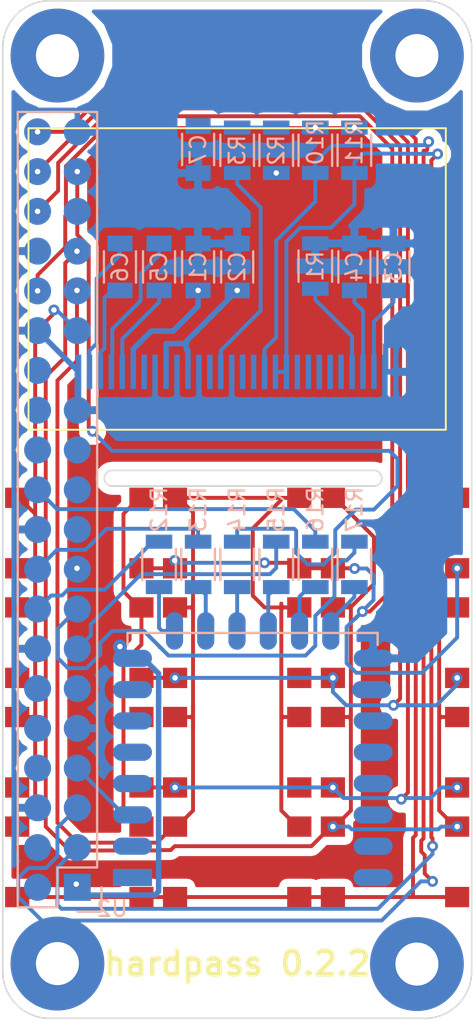
<source format=kicad_pcb>
(kicad_pcb (version 4) (host pcbnew 4.0.5-e0-6337~49~ubuntu16.04.1)

  (general
    (links 107)
    (no_connects 6)
    (area -0.050001 -0.050001 30.050001 65.050001)
    (thickness 1.6)
    (drawings 15)
    (tracks 555)
    (zones 0)
    (modules 37)
    (nets 69)
  )

  (page A4)
  (layers
    (0 F.Cu signal)
    (31 B.Cu signal)
    (32 B.Adhes user)
    (33 F.Adhes user)
    (34 B.Paste user)
    (35 F.Paste user)
    (36 B.SilkS user)
    (37 F.SilkS user)
    (38 B.Mask user)
    (39 F.Mask user)
    (40 Dwgs.User user)
    (41 Cmts.User user)
    (42 Eco1.User user)
    (43 Eco2.User user)
    (44 Edge.Cuts user)
    (45 Margin user)
    (46 B.CrtYd user)
    (47 F.CrtYd user)
    (48 B.Fab user)
    (49 F.Fab user)
  )

  (setup
    (last_trace_width 0.25)
    (trace_clearance 0.25)
    (zone_clearance 0.508)
    (zone_45_only no)
    (trace_min 0.2)
    (segment_width 0.2)
    (edge_width 0.1)
    (via_size 0.7)
    (via_drill 0.35)
    (via_min_size 0.7)
    (via_min_drill 0.3)
    (uvia_size 0.3)
    (uvia_drill 0.1)
    (uvias_allowed no)
    (uvia_min_size 0)
    (uvia_min_drill 0)
    (pcb_text_width 0.3)
    (pcb_text_size 1.5 1.5)
    (mod_edge_width 0.15)
    (mod_text_size 1 1)
    (mod_text_width 0.15)
    (pad_size 1.7272 1.7272)
    (pad_drill 0)
    (pad_to_mask_clearance 0)
    (aux_axis_origin 0 0)
    (visible_elements FFFFEF7F)
    (pcbplotparams
      (layerselection 0x00030_80000001)
      (usegerberextensions false)
      (excludeedgelayer true)
      (linewidth 0.100000)
      (plotframeref false)
      (viasonmask false)
      (mode 1)
      (useauxorigin false)
      (hpglpennumber 1)
      (hpglpenspeed 20)
      (hpglpendiameter 15)
      (hpglpenoverlay 2)
      (psnegative false)
      (psa4output false)
      (plotreference true)
      (plotvalue true)
      (plotinvisibletext false)
      (padsonsilk false)
      (subtractmaskfromsilk false)
      (outputformat 1)
      (mirror false)
      (drillshape 1)
      (scaleselection 1)
      (outputdirectory ""))
  )

  (net 0 "")
  (net 1 GND)
  (net 2 +3V3)
  (net 3 "Net-(C3-Pad1)")
  (net 4 "Net-(C4-Pad1)")
  (net 5 "Net-(C5-Pad1)")
  (net 6 "Net-(C5-Pad2)")
  (net 7 "Net-(C6-Pad1)")
  (net 8 "Net-(C6-Pad2)")
  (net 9 "Net-(C7-Pad1)")
  (net 10 "Net-(P1-Pad2)")
  (net 11 OLED_SDA)
  (net 12 "Net-(P1-Pad4)")
  (net 13 OLED_SCL)
  (net 14 ESP_CHPD)
  (net 15 UART_TX)
  (net 16 UART_RX)
  (net 17 SHUTDOWN)
  (net 18 "Net-(P1-Pad12)")
  (net 19 SD_D3)
  (net 20 ESP_CLK)
  (net 21 SD_CMD)
  (net 22 SD_D0)
  (net 23 "Net-(P1-Pad19)")
  (net 24 "Net-(P1-Pad21)")
  (net 25 SD_D1)
  (net 26 "Net-(P1-Pad23)")
  (net 27 "Net-(P1-Pad24)")
  (net 28 "Net-(P1-Pad26)")
  (net 29 "Net-(P1-Pad28)")
  (net 30 COL_1)
  (net 31 COL_2)
  (net 32 ROW_1)
  (net 33 COL_3)
  (net 34 "Net-(P1-Pad35)")
  (net 35 ROW_2)
  (net 36 SD_D2)
  (net 37 ROW_3)
  (net 38 ROW_4)
  (net 39 "Net-(P2-Pad26)")
  (net 40 "Net-(P2-Pad14)")
  (net 41 "Net-(R12-Pad1)")
  (net 42 "Net-(R13-Pad1)")
  (net 43 "Net-(R14-Pad1)")
  (net 44 "Net-(R15-Pad1)")
  (net 45 "Net-(R16-Pad1)")
  (net 46 "Net-(R17-Pad1)")
  (net 47 "Net-(U2-Pad1)")
  (net 48 "Net-(U2-Pad2)")
  (net 49 "Net-(U2-Pad4)")
  (net 50 "Net-(U2-Pad5)")
  (net 51 "Net-(U2-Pad6)")
  (net 52 "Net-(U2-Pad7)")
  (net 53 "Net-(U2-Pad16)")
  (net 54 "Net-(U2-Pad17)")
  (net 55 "Net-(U2-Pad18)")
  (net 56 "Net-(U2-Pad19)")
  (net 57 "Net-(U2-Pad20)")
  (net 58 "Net-(U2-Pad21)")
  (net 59 "Net-(U2-Pad22)")
  (net 60 "Net-(P2-Pad7)")
  (net 61 "Net-(P2-Pad13)")
  (net 62 "Net-(P2-Pad16)")
  (net 63 "Net-(P2-Pad17)")
  (net 64 "Net-(P2-Pad21)")
  (net 65 "Net-(P2-Pad22)")
  (net 66 "Net-(P2-Pad23)")
  (net 67 "Net-(P2-Pad24)")
  (net 68 "Net-(P2-Pad25)")

  (net_class Default "This is the default net class."
    (clearance 0.25)
    (trace_width 0.25)
    (via_dia 0.7)
    (via_drill 0.35)
    (uvia_dia 0.3)
    (uvia_drill 0.1)
    (add_net COL_1)
    (add_net COL_2)
    (add_net COL_3)
    (add_net ESP_CHPD)
    (add_net ESP_CLK)
    (add_net "Net-(C3-Pad1)")
    (add_net "Net-(C4-Pad1)")
    (add_net "Net-(C5-Pad1)")
    (add_net "Net-(C5-Pad2)")
    (add_net "Net-(C6-Pad1)")
    (add_net "Net-(C6-Pad2)")
    (add_net "Net-(C7-Pad1)")
    (add_net "Net-(P1-Pad12)")
    (add_net "Net-(P1-Pad19)")
    (add_net "Net-(P1-Pad2)")
    (add_net "Net-(P1-Pad21)")
    (add_net "Net-(P1-Pad23)")
    (add_net "Net-(P1-Pad24)")
    (add_net "Net-(P1-Pad26)")
    (add_net "Net-(P1-Pad28)")
    (add_net "Net-(P1-Pad35)")
    (add_net "Net-(P1-Pad4)")
    (add_net "Net-(P2-Pad13)")
    (add_net "Net-(P2-Pad14)")
    (add_net "Net-(P2-Pad16)")
    (add_net "Net-(P2-Pad17)")
    (add_net "Net-(P2-Pad21)")
    (add_net "Net-(P2-Pad22)")
    (add_net "Net-(P2-Pad23)")
    (add_net "Net-(P2-Pad24)")
    (add_net "Net-(P2-Pad25)")
    (add_net "Net-(P2-Pad26)")
    (add_net "Net-(P2-Pad7)")
    (add_net "Net-(R12-Pad1)")
    (add_net "Net-(R13-Pad1)")
    (add_net "Net-(R14-Pad1)")
    (add_net "Net-(R15-Pad1)")
    (add_net "Net-(R16-Pad1)")
    (add_net "Net-(R17-Pad1)")
    (add_net "Net-(U2-Pad1)")
    (add_net "Net-(U2-Pad16)")
    (add_net "Net-(U2-Pad17)")
    (add_net "Net-(U2-Pad18)")
    (add_net "Net-(U2-Pad19)")
    (add_net "Net-(U2-Pad2)")
    (add_net "Net-(U2-Pad20)")
    (add_net "Net-(U2-Pad21)")
    (add_net "Net-(U2-Pad22)")
    (add_net "Net-(U2-Pad4)")
    (add_net "Net-(U2-Pad5)")
    (add_net "Net-(U2-Pad6)")
    (add_net "Net-(U2-Pad7)")
    (add_net OLED_SCL)
    (add_net OLED_SDA)
    (add_net ROW_1)
    (add_net ROW_2)
    (add_net ROW_3)
    (add_net ROW_4)
    (add_net SD_CMD)
    (add_net SD_D0)
    (add_net SD_D1)
    (add_net SD_D2)
    (add_net SD_D3)
    (add_net SHUTDOWN)
    (add_net UART_RX)
    (add_net UART_TX)
  )

  (net_class Power ""
    (clearance 0.25)
    (trace_width 0.35)
    (via_dia 0.9)
    (via_drill 0.35)
    (uvia_dia 0.3)
    (uvia_drill 0.1)
    (add_net +3V3)
    (add_net GND)
  )

  (module hardpass:1pin_nosilk (layer F.Cu) (tedit 58702E64) (tstamp 5870F56A)
    (at 26.5 61.53)
    (descr "module 1 pin (ou trou mecanique de percage)")
    (tags DEV)
    (fp_text reference REF** (at 0 -3.048) (layer F.SilkS) hide
      (effects (font (size 1 1) (thickness 0.15)))
    )
    (fp_text value 1pin (at 0 3) (layer F.Fab)
      (effects (font (size 1 1) (thickness 0.15)))
    )
    (fp_circle (center 0 0) (end 2 0.8) (layer F.Fab) (width 0.1))
    (fp_circle (center 0 0) (end 2.6 0) (layer F.CrtYd) (width 0.05))
    (pad "" np_thru_hole circle (at 0 0) (size 6 6) (drill 2.75) (layers *.Cu *.Mask))
  )

  (module hardpass:1pin_nosilk (layer F.Cu) (tedit 58702E64) (tstamp 5870F553)
    (at 3.5 61.5)
    (descr "module 1 pin (ou trou mecanique de percage)")
    (tags DEV)
    (fp_text reference REF** (at 0 -3.048) (layer F.SilkS) hide
      (effects (font (size 1 1) (thickness 0.15)))
    )
    (fp_text value 1pin (at 0 3) (layer F.Fab)
      (effects (font (size 1 1) (thickness 0.15)))
    )
    (fp_circle (center 0 0) (end 2 0.8) (layer F.Fab) (width 0.1))
    (fp_circle (center 0 0) (end 2.6 0) (layer F.CrtYd) (width 0.05))
    (pad "" np_thru_hole circle (at 0 0) (size 6 6) (drill 2.75) (layers *.Cu *.Mask))
  )

  (module hardpass:1pin_nosilk (layer F.Cu) (tedit 58702E64) (tstamp 5870F537)
    (at 26.5 3.5)
    (descr "module 1 pin (ou trou mecanique de percage)")
    (tags DEV)
    (fp_text reference REF** (at 0 -3.048) (layer F.SilkS) hide
      (effects (font (size 1 1) (thickness 0.15)))
    )
    (fp_text value 1pin (at 0 3) (layer F.Fab)
      (effects (font (size 1 1) (thickness 0.15)))
    )
    (fp_circle (center 0 0) (end 2 0.8) (layer F.Fab) (width 0.1))
    (fp_circle (center 0 0) (end 2.6 0) (layer F.CrtYd) (width 0.05))
    (pad "" np_thru_hole circle (at 0 0) (size 6 6) (drill 2.75) (layers *.Cu *.Mask))
  )

  (module adafruit-oled:UG-2864HSWEG01_0.96IN_WRAPAROUND (layer F.Cu) (tedit 58703A4A) (tstamp 58721E96)
    (at 15 22.5)
    (path /58700E5C)
    (fp_text reference P2 (at -13.09 -15.69) (layer F.SilkS) hide
      (effects (font (size 0.77216 0.77216) (thickness 0.065024)) (justify left bottom))
    )
    (fp_text value OLED_I2C (at -13.09 9.1) (layer F.SilkS) hide
      (effects (font (size 0.77216 0.77216) (thickness 0.065024)) (justify left bottom))
    )
    (fp_line (start -13.353 -14.36) (end 13.35 -14.36) (layer F.SilkS) (width 0.127))
    (fp_line (start 13.35 -14.36) (end 13.35 4.9) (layer F.SilkS) (width 0.127))
    (fp_line (start 13.35 4.9) (end -13.35 4.9) (layer F.SilkS) (width 0.127))
    (fp_line (start -13.35 4.9) (end -13.353 -14.36) (layer F.SilkS) (width 0.127))
    (fp_line (start -10.872 -12.26) (end 10.872 -12.26) (layer Dwgs.User) (width 0.127))
    (fp_line (start 10.872 -12.26) (end 10.872 -1.396) (layer Dwgs.User) (width 0.127))
    (fp_line (start 10.872 -1.396) (end -10.872 -1.396) (layer Dwgs.User) (width 0.127))
    (fp_line (start -10.872 -1.396) (end -10.872 -12.26) (layer Dwgs.User) (width 0.127))
    (fp_text user 1 (at -9.95 -0.512 90) (layer Dwgs.User)
      (effects (font (size 0.77216 0.77216) (thickness 0.065024)))
    )
    (fp_text user 10 (at -3.65 -0.412 90) (layer Dwgs.User)
      (effects (font (size 0.77216 0.77216) (thickness 0.065024)))
    )
    (fp_text user 20 (at 3.3 -0.412 90) (layer Dwgs.User)
      (effects (font (size 0.77216 0.77216) (thickness 0.065024)))
    )
    (fp_text user 30 (at 10.45 -0.412 90) (layer Dwgs.User)
      (effects (font (size 0.77216 0.77216) (thickness 0.065024)))
    )
    (fp_text user "PCB EDGE (1.6mm)" (at -5.2 7) (layer Dwgs.User)
      (effects (font (size 0.77216 0.77216) (thickness 0.065024)))
    )
    (fp_line (start 13.35 7.5) (end -13.35 7.5) (layer Dwgs.User) (width 0.127))
    (pad 1 smd rect (at -10.15 1.2 90) (size 2.2 0.35) (layers B.Cu B.Paste B.Mask)
      (net 1 GND))
    (pad 2 smd rect (at -9.45 1.2 90) (size 2.2 0.35) (layers B.Cu B.Paste B.Mask)
      (net 7 "Net-(C6-Pad1)"))
    (pad 3 smd rect (at -8.75 1.2 90) (size 2.2 0.35) (layers B.Cu B.Paste B.Mask)
      (net 8 "Net-(C6-Pad2)"))
    (pad 4 smd rect (at -8.05 1.2 90) (size 2.2 0.35) (layers B.Cu B.Paste B.Mask)
      (net 5 "Net-(C5-Pad1)"))
    (pad 5 smd rect (at -7.35 1.2 90) (size 2.2 0.35) (layers B.Cu B.Paste B.Mask)
      (net 6 "Net-(C5-Pad2)"))
    (pad 6 smd rect (at -6.65 1.2 90) (size 2.2 0.35) (layers B.Cu B.Paste B.Mask)
      (net 2 +3V3))
    (pad 7 smd rect (at -5.95 1.2 90) (size 2.2 0.35) (layers B.Cu B.Paste B.Mask)
      (net 60 "Net-(P2-Pad7)"))
    (pad 8 smd rect (at -5.25 1.2 90) (size 2.2 0.35) (layers B.Cu B.Paste B.Mask)
      (net 1 GND))
    (pad 9 smd rect (at -4.55 1.2 90) (size 2.2 0.35) (layers B.Cu B.Paste B.Mask)
      (net 2 +3V3))
    (pad 10 smd rect (at -3.85 1.2 90) (size 2.2 0.35) (layers B.Cu B.Paste B.Mask)
      (net 1 GND))
    (pad 11 smd rect (at -3.15 1.2 90) (size 2.2 0.35) (layers B.Cu B.Paste B.Mask)
      (net 2 +3V3))
    (pad 12 smd rect (at -2.45 1.2 90) (size 2.2 0.35) (layers B.Cu B.Paste B.Mask)
      (net 1 GND))
    (pad 13 smd rect (at -1.75 1.2 90) (size 2.2 0.35) (layers B.Cu B.Paste B.Mask)
      (net 61 "Net-(P2-Pad13)"))
    (pad 14 smd rect (at -1.05 1.2 90) (size 2.2 0.35) (layers B.Cu B.Paste B.Mask)
      (net 40 "Net-(P2-Pad14)"))
    (pad 15 smd rect (at -0.35 1.2 90) (size 2.2 0.35) (layers B.Cu B.Paste B.Mask)
      (net 1 GND))
    (pad 16 smd rect (at 0.35 1.2 90) (size 2.2 0.35) (layers B.Cu B.Paste B.Mask)
      (net 62 "Net-(P2-Pad16)"))
    (pad 17 smd rect (at 1.05 1.2 90) (size 2.2 0.35) (layers B.Cu B.Paste B.Mask)
      (net 63 "Net-(P2-Pad17)"))
    (pad 18 smd rect (at 1.75 1.2 90) (size 2.2 0.35) (layers B.Cu B.Paste B.Mask)
      (net 13 OLED_SCL))
    (pad 19 smd rect (at 2.45 1.2 90) (size 2.2 0.35) (layers B.Cu B.Paste B.Mask)
      (net 11 OLED_SDA))
    (pad 20 smd rect (at 3.15 1.2 90) (size 2.2 0.35) (layers B.Cu B.Paste B.Mask)
      (net 11 OLED_SDA))
    (pad 21 smd rect (at 3.85 1.2 90) (size 2.2 0.35) (layers B.Cu B.Paste B.Mask)
      (net 64 "Net-(P2-Pad21)"))
    (pad 22 smd rect (at 4.55 1.2 90) (size 2.2 0.35) (layers B.Cu B.Paste B.Mask)
      (net 65 "Net-(P2-Pad22)"))
    (pad 23 smd rect (at 5.25 1.2 90) (size 2.2 0.35) (layers B.Cu B.Paste B.Mask)
      (net 66 "Net-(P2-Pad23)"))
    (pad 24 smd rect (at 5.95 1.2 90) (size 2.2 0.35) (layers B.Cu B.Paste B.Mask)
      (net 67 "Net-(P2-Pad24)"))
    (pad 25 smd rect (at 6.65 1.2 90) (size 2.2 0.35) (layers B.Cu B.Paste B.Mask)
      (net 68 "Net-(P2-Pad25)"))
    (pad 26 smd rect (at 7.35 1.2 90) (size 2.2 0.35) (layers B.Cu B.Paste B.Mask)
      (net 39 "Net-(P2-Pad26)"))
    (pad 27 smd rect (at 8.05 1.2 90) (size 2.2 0.35) (layers B.Cu B.Paste B.Mask)
      (net 4 "Net-(C4-Pad1)"))
    (pad 28 smd rect (at 8.75 1.2 90) (size 2.2 0.35) (layers B.Cu B.Paste B.Mask)
      (net 3 "Net-(C3-Pad1)"))
    (pad 29 smd rect (at 9.45 1.2 90) (size 2.2 0.35) (layers B.Cu B.Paste B.Mask)
      (net 1 GND))
    (pad 30 smd rect (at 10.15 1.2 90) (size 2.2 0.35) (layers B.Cu B.Paste B.Mask)
      (net 1 GND))
  )

  (module hardpass:1pin_nosilk (layer F.Cu) (tedit 58702E64) (tstamp 58701E11)
    (at 3.5 3.5)
    (descr "module 1 pin (ou trou mecanique de percage)")
    (tags DEV)
    (fp_text reference REF** (at 0 -3.048) (layer F.SilkS) hide
      (effects (font (size 1 1) (thickness 0.15)))
    )
    (fp_text value 1pin (at 0 3) (layer F.Fab)
      (effects (font (size 1 1) (thickness 0.15)))
    )
    (fp_circle (center 0 0) (end 2 0.8) (layer F.Fab) (width 0.1))
    (fp_circle (center 0 0) (end 2.6 0) (layer F.CrtYd) (width 0.05))
    (pad "" np_thru_hole circle (at 0 0) (size 6 6) (drill 2.75) (layers *.Cu *.Mask))
  )

  (module Capacitors_SMD:C_1206 (layer B.Cu) (tedit 5415D7BD) (tstamp 58702475)
    (at 12.5 17 270)
    (descr "Capacitor SMD 1206, reflow soldering, AVX (see smccp.pdf)")
    (tags "capacitor 1206")
    (path /58702958)
    (attr smd)
    (fp_text reference C1 (at 0 0 270) (layer B.SilkS)
      (effects (font (size 1 1) (thickness 0.15)) (justify mirror))
    )
    (fp_text value 1µF (at 0 -2.3 270) (layer B.Fab)
      (effects (font (size 1 1) (thickness 0.15)) (justify mirror))
    )
    (fp_line (start -1.6 -0.8) (end -1.6 0.8) (layer B.Fab) (width 0.15))
    (fp_line (start 1.6 -0.8) (end -1.6 -0.8) (layer B.Fab) (width 0.15))
    (fp_line (start 1.6 0.8) (end 1.6 -0.8) (layer B.Fab) (width 0.15))
    (fp_line (start -1.6 0.8) (end 1.6 0.8) (layer B.Fab) (width 0.15))
    (fp_line (start -2.3 1.15) (end 2.3 1.15) (layer B.CrtYd) (width 0.05))
    (fp_line (start -2.3 -1.15) (end 2.3 -1.15) (layer B.CrtYd) (width 0.05))
    (fp_line (start -2.3 1.15) (end -2.3 -1.15) (layer B.CrtYd) (width 0.05))
    (fp_line (start 2.3 1.15) (end 2.3 -1.15) (layer B.CrtYd) (width 0.05))
    (fp_line (start 1 1.025) (end -1 1.025) (layer B.SilkS) (width 0.15))
    (fp_line (start -1 -1.025) (end 1 -1.025) (layer B.SilkS) (width 0.15))
    (pad 1 smd rect (at -1.5 0 270) (size 1 1.6) (layers B.Cu B.Paste B.Mask)
      (net 1 GND))
    (pad 2 smd rect (at 1.5 0 270) (size 1 1.6) (layers B.Cu B.Paste B.Mask)
      (net 2 +3V3))
    (model Capacitors_SMD.3dshapes/C_1206.wrl
      (at (xyz 0 0 0))
      (scale (xyz 1 1 1))
      (rotate (xyz 0 0 0))
    )
  )

  (module Capacitors_SMD:C_1206 (layer B.Cu) (tedit 5415D7BD) (tstamp 58702485)
    (at 15 17 270)
    (descr "Capacitor SMD 1206, reflow soldering, AVX (see smccp.pdf)")
    (tags "capacitor 1206")
    (path /576ABF65)
    (attr smd)
    (fp_text reference C2 (at 0 0 270) (layer B.SilkS)
      (effects (font (size 1 1) (thickness 0.15)) (justify mirror))
    )
    (fp_text value 1µF (at 0 -2.3 270) (layer B.Fab)
      (effects (font (size 1 1) (thickness 0.15)) (justify mirror))
    )
    (fp_line (start -1.6 -0.8) (end -1.6 0.8) (layer B.Fab) (width 0.15))
    (fp_line (start 1.6 -0.8) (end -1.6 -0.8) (layer B.Fab) (width 0.15))
    (fp_line (start 1.6 0.8) (end 1.6 -0.8) (layer B.Fab) (width 0.15))
    (fp_line (start -1.6 0.8) (end 1.6 0.8) (layer B.Fab) (width 0.15))
    (fp_line (start -2.3 1.15) (end 2.3 1.15) (layer B.CrtYd) (width 0.05))
    (fp_line (start -2.3 -1.15) (end 2.3 -1.15) (layer B.CrtYd) (width 0.05))
    (fp_line (start -2.3 1.15) (end -2.3 -1.15) (layer B.CrtYd) (width 0.05))
    (fp_line (start 2.3 1.15) (end 2.3 -1.15) (layer B.CrtYd) (width 0.05))
    (fp_line (start 1 1.025) (end -1 1.025) (layer B.SilkS) (width 0.15))
    (fp_line (start -1 -1.025) (end 1 -1.025) (layer B.SilkS) (width 0.15))
    (pad 1 smd rect (at -1.5 0 270) (size 1 1.6) (layers B.Cu B.Paste B.Mask)
      (net 1 GND))
    (pad 2 smd rect (at 1.5 0 270) (size 1 1.6) (layers B.Cu B.Paste B.Mask)
      (net 2 +3V3))
    (model Capacitors_SMD.3dshapes/C_1206.wrl
      (at (xyz 0 0 0))
      (scale (xyz 1 1 1))
      (rotate (xyz 0 0 0))
    )
  )

  (module Capacitors_SMD:C_1206 (layer B.Cu) (tedit 5415D7BD) (tstamp 58702495)
    (at 25 17 90)
    (descr "Capacitor SMD 1206, reflow soldering, AVX (see smccp.pdf)")
    (tags "capacitor 1206")
    (path /576AC79A)
    (attr smd)
    (fp_text reference C3 (at 0 0 90) (layer B.SilkS)
      (effects (font (size 1 1) (thickness 0.15)) (justify mirror))
    )
    (fp_text value 2.2µF (at 0 -2.3 90) (layer B.Fab)
      (effects (font (size 1 1) (thickness 0.15)) (justify mirror))
    )
    (fp_line (start -1.6 -0.8) (end -1.6 0.8) (layer B.Fab) (width 0.15))
    (fp_line (start 1.6 -0.8) (end -1.6 -0.8) (layer B.Fab) (width 0.15))
    (fp_line (start 1.6 0.8) (end 1.6 -0.8) (layer B.Fab) (width 0.15))
    (fp_line (start -1.6 0.8) (end 1.6 0.8) (layer B.Fab) (width 0.15))
    (fp_line (start -2.3 1.15) (end 2.3 1.15) (layer B.CrtYd) (width 0.05))
    (fp_line (start -2.3 -1.15) (end 2.3 -1.15) (layer B.CrtYd) (width 0.05))
    (fp_line (start -2.3 1.15) (end -2.3 -1.15) (layer B.CrtYd) (width 0.05))
    (fp_line (start 2.3 1.15) (end 2.3 -1.15) (layer B.CrtYd) (width 0.05))
    (fp_line (start 1 1.025) (end -1 1.025) (layer B.SilkS) (width 0.15))
    (fp_line (start -1 -1.025) (end 1 -1.025) (layer B.SilkS) (width 0.15))
    (pad 1 smd rect (at -1.5 0 90) (size 1 1.6) (layers B.Cu B.Paste B.Mask)
      (net 3 "Net-(C3-Pad1)"))
    (pad 2 smd rect (at 1.5 0 90) (size 1 1.6) (layers B.Cu B.Paste B.Mask)
      (net 1 GND))
    (model Capacitors_SMD.3dshapes/C_1206.wrl
      (at (xyz 0 0 0))
      (scale (xyz 1 1 1))
      (rotate (xyz 0 0 0))
    )
  )

  (module Capacitors_SMD:C_1206 (layer B.Cu) (tedit 5415D7BD) (tstamp 587024A5)
    (at 22.5 17 90)
    (descr "Capacitor SMD 1206, reflow soldering, AVX (see smccp.pdf)")
    (tags "capacitor 1206")
    (path /576ACF95)
    (attr smd)
    (fp_text reference C4 (at 0 0 90) (layer B.SilkS)
      (effects (font (size 1 1) (thickness 0.15)) (justify mirror))
    )
    (fp_text value 4.7µF (at 0 -2.3 90) (layer B.Fab)
      (effects (font (size 1 1) (thickness 0.15)) (justify mirror))
    )
    (fp_line (start -1.6 -0.8) (end -1.6 0.8) (layer B.Fab) (width 0.15))
    (fp_line (start 1.6 -0.8) (end -1.6 -0.8) (layer B.Fab) (width 0.15))
    (fp_line (start 1.6 0.8) (end 1.6 -0.8) (layer B.Fab) (width 0.15))
    (fp_line (start -1.6 0.8) (end 1.6 0.8) (layer B.Fab) (width 0.15))
    (fp_line (start -2.3 1.15) (end 2.3 1.15) (layer B.CrtYd) (width 0.05))
    (fp_line (start -2.3 -1.15) (end 2.3 -1.15) (layer B.CrtYd) (width 0.05))
    (fp_line (start -2.3 1.15) (end -2.3 -1.15) (layer B.CrtYd) (width 0.05))
    (fp_line (start 2.3 1.15) (end 2.3 -1.15) (layer B.CrtYd) (width 0.05))
    (fp_line (start 1 1.025) (end -1 1.025) (layer B.SilkS) (width 0.15))
    (fp_line (start -1 -1.025) (end 1 -1.025) (layer B.SilkS) (width 0.15))
    (pad 1 smd rect (at -1.5 0 90) (size 1 1.6) (layers B.Cu B.Paste B.Mask)
      (net 4 "Net-(C4-Pad1)"))
    (pad 2 smd rect (at 1.5 0 90) (size 1 1.6) (layers B.Cu B.Paste B.Mask)
      (net 1 GND))
    (model Capacitors_SMD.3dshapes/C_1206.wrl
      (at (xyz 0 0 0))
      (scale (xyz 1 1 1))
      (rotate (xyz 0 0 0))
    )
  )

  (module Capacitors_SMD:C_1206 (layer B.Cu) (tedit 5415D7BD) (tstamp 587024B5)
    (at 10 17 270)
    (descr "Capacitor SMD 1206, reflow soldering, AVX (see smccp.pdf)")
    (tags "capacitor 1206")
    (path /576AB9B6)
    (attr smd)
    (fp_text reference C5 (at 0 0 270) (layer B.SilkS)
      (effects (font (size 1 1) (thickness 0.15)) (justify mirror))
    )
    (fp_text value 1µF (at 0 -2.3 270) (layer B.Fab)
      (effects (font (size 1 1) (thickness 0.15)) (justify mirror))
    )
    (fp_line (start -1.6 -0.8) (end -1.6 0.8) (layer B.Fab) (width 0.15))
    (fp_line (start 1.6 -0.8) (end -1.6 -0.8) (layer B.Fab) (width 0.15))
    (fp_line (start 1.6 0.8) (end 1.6 -0.8) (layer B.Fab) (width 0.15))
    (fp_line (start -1.6 0.8) (end 1.6 0.8) (layer B.Fab) (width 0.15))
    (fp_line (start -2.3 1.15) (end 2.3 1.15) (layer B.CrtYd) (width 0.05))
    (fp_line (start -2.3 -1.15) (end 2.3 -1.15) (layer B.CrtYd) (width 0.05))
    (fp_line (start -2.3 1.15) (end -2.3 -1.15) (layer B.CrtYd) (width 0.05))
    (fp_line (start 2.3 1.15) (end 2.3 -1.15) (layer B.CrtYd) (width 0.05))
    (fp_line (start 1 1.025) (end -1 1.025) (layer B.SilkS) (width 0.15))
    (fp_line (start -1 -1.025) (end 1 -1.025) (layer B.SilkS) (width 0.15))
    (pad 1 smd rect (at -1.5 0 270) (size 1 1.6) (layers B.Cu B.Paste B.Mask)
      (net 5 "Net-(C5-Pad1)"))
    (pad 2 smd rect (at 1.5 0 270) (size 1 1.6) (layers B.Cu B.Paste B.Mask)
      (net 6 "Net-(C5-Pad2)"))
    (model Capacitors_SMD.3dshapes/C_1206.wrl
      (at (xyz 0 0 0))
      (scale (xyz 1 1 1))
      (rotate (xyz 0 0 0))
    )
  )

  (module Capacitors_SMD:C_1206 (layer B.Cu) (tedit 5415D7BD) (tstamp 587024C5)
    (at 7.5 17 270)
    (descr "Capacitor SMD 1206, reflow soldering, AVX (see smccp.pdf)")
    (tags "capacitor 1206")
    (path /576AB858)
    (attr smd)
    (fp_text reference C6 (at 0 0 270) (layer B.SilkS)
      (effects (font (size 1 1) (thickness 0.15)) (justify mirror))
    )
    (fp_text value 1µF (at 0 -2.3 270) (layer B.Fab)
      (effects (font (size 1 1) (thickness 0.15)) (justify mirror))
    )
    (fp_line (start -1.6 -0.8) (end -1.6 0.8) (layer B.Fab) (width 0.15))
    (fp_line (start 1.6 -0.8) (end -1.6 -0.8) (layer B.Fab) (width 0.15))
    (fp_line (start 1.6 0.8) (end 1.6 -0.8) (layer B.Fab) (width 0.15))
    (fp_line (start -1.6 0.8) (end 1.6 0.8) (layer B.Fab) (width 0.15))
    (fp_line (start -2.3 1.15) (end 2.3 1.15) (layer B.CrtYd) (width 0.05))
    (fp_line (start -2.3 -1.15) (end 2.3 -1.15) (layer B.CrtYd) (width 0.05))
    (fp_line (start -2.3 1.15) (end -2.3 -1.15) (layer B.CrtYd) (width 0.05))
    (fp_line (start 2.3 1.15) (end 2.3 -1.15) (layer B.CrtYd) (width 0.05))
    (fp_line (start 1 1.025) (end -1 1.025) (layer B.SilkS) (width 0.15))
    (fp_line (start -1 -1.025) (end 1 -1.025) (layer B.SilkS) (width 0.15))
    (pad 1 smd rect (at -1.5 0 270) (size 1 1.6) (layers B.Cu B.Paste B.Mask)
      (net 7 "Net-(C6-Pad1)"))
    (pad 2 smd rect (at 1.5 0 270) (size 1 1.6) (layers B.Cu B.Paste B.Mask)
      (net 8 "Net-(C6-Pad2)"))
    (model Capacitors_SMD.3dshapes/C_1206.wrl
      (at (xyz 0 0 0))
      (scale (xyz 1 1 1))
      (rotate (xyz 0 0 0))
    )
  )

  (module Capacitors_SMD:C_1206 (layer B.Cu) (tedit 5415D7BD) (tstamp 587024D5)
    (at 12.5 9.5 270)
    (descr "Capacitor SMD 1206, reflow soldering, AVX (see smccp.pdf)")
    (tags "capacitor 1206")
    (path /58337245)
    (attr smd)
    (fp_text reference C7 (at 0 0 270) (layer B.SilkS)
      (effects (font (size 1 1) (thickness 0.15)) (justify mirror))
    )
    (fp_text value 0.1µF (at 0 -2.3 270) (layer B.Fab)
      (effects (font (size 1 1) (thickness 0.15)) (justify mirror))
    )
    (fp_line (start -1.6 -0.8) (end -1.6 0.8) (layer B.Fab) (width 0.15))
    (fp_line (start 1.6 -0.8) (end -1.6 -0.8) (layer B.Fab) (width 0.15))
    (fp_line (start 1.6 0.8) (end 1.6 -0.8) (layer B.Fab) (width 0.15))
    (fp_line (start -1.6 0.8) (end 1.6 0.8) (layer B.Fab) (width 0.15))
    (fp_line (start -2.3 1.15) (end 2.3 1.15) (layer B.CrtYd) (width 0.05))
    (fp_line (start -2.3 -1.15) (end 2.3 -1.15) (layer B.CrtYd) (width 0.05))
    (fp_line (start -2.3 1.15) (end -2.3 -1.15) (layer B.CrtYd) (width 0.05))
    (fp_line (start 2.3 1.15) (end 2.3 -1.15) (layer B.CrtYd) (width 0.05))
    (fp_line (start 1 1.025) (end -1 1.025) (layer B.SilkS) (width 0.15))
    (fp_line (start -1 -1.025) (end 1 -1.025) (layer B.SilkS) (width 0.15))
    (pad 1 smd rect (at -1.5 0 270) (size 1 1.6) (layers B.Cu B.Paste B.Mask)
      (net 9 "Net-(C7-Pad1)"))
    (pad 2 smd rect (at 1.5 0 270) (size 1 1.6) (layers B.Cu B.Paste B.Mask)
      (net 1 GND))
    (model Capacitors_SMD.3dshapes/C_1206.wrl
      (at (xyz 0 0 0))
      (scale (xyz 1 1 1))
      (rotate (xyz 0 0 0))
    )
  )

  (module Resistors_SMD:R_1206 (layer B.Cu) (tedit 58307BE8) (tstamp 5870251D)
    (at 20 16.95 90)
    (descr "Resistor SMD 1206, reflow soldering, Vishay (see dcrcw.pdf)")
    (tags "resistor 1206")
    (path /576AE193)
    (attr smd)
    (fp_text reference R1 (at 0 0 90) (layer B.SilkS)
      (effects (font (size 1 1) (thickness 0.15)) (justify mirror))
    )
    (fp_text value 390k (at 0 -2.3 90) (layer B.Fab)
      (effects (font (size 1 1) (thickness 0.15)) (justify mirror))
    )
    (fp_line (start -1.6 -0.8) (end -1.6 0.8) (layer B.Fab) (width 0.1))
    (fp_line (start 1.6 -0.8) (end -1.6 -0.8) (layer B.Fab) (width 0.1))
    (fp_line (start 1.6 0.8) (end 1.6 -0.8) (layer B.Fab) (width 0.1))
    (fp_line (start -1.6 0.8) (end 1.6 0.8) (layer B.Fab) (width 0.1))
    (fp_line (start -2.2 1.2) (end 2.2 1.2) (layer B.CrtYd) (width 0.05))
    (fp_line (start -2.2 -1.2) (end 2.2 -1.2) (layer B.CrtYd) (width 0.05))
    (fp_line (start -2.2 1.2) (end -2.2 -1.2) (layer B.CrtYd) (width 0.05))
    (fp_line (start 2.2 1.2) (end 2.2 -1.2) (layer B.CrtYd) (width 0.05))
    (fp_line (start 1 -1.075) (end -1 -1.075) (layer B.SilkS) (width 0.15))
    (fp_line (start -1 1.075) (end 1 1.075) (layer B.SilkS) (width 0.15))
    (pad 1 smd rect (at -1.45 0 90) (size 0.9 1.7) (layers B.Cu B.Paste B.Mask)
      (net 39 "Net-(P2-Pad26)"))
    (pad 2 smd rect (at 1.45 0 90) (size 0.9 1.7) (layers B.Cu B.Paste B.Mask)
      (net 1 GND))
    (model Resistors_SMD.3dshapes/R_1206.wrl
      (at (xyz 0 0 0))
      (scale (xyz 1 1 1))
      (rotate (xyz 0 0 0))
    )
  )

  (module Resistors_SMD:R_1206 (layer B.Cu) (tedit 58307BE8) (tstamp 5870252D)
    (at 17.5 9.55 270)
    (descr "Resistor SMD 1206, reflow soldering, Vishay (see dcrcw.pdf)")
    (tags "resistor 1206")
    (path /583372D3)
    (attr smd)
    (fp_text reference R2 (at 0 0 270) (layer B.SilkS)
      (effects (font (size 1 1) (thickness 0.15)) (justify mirror))
    )
    (fp_text value 100k (at 0 -2.3 270) (layer B.Fab)
      (effects (font (size 1 1) (thickness 0.15)) (justify mirror))
    )
    (fp_line (start -1.6 -0.8) (end -1.6 0.8) (layer B.Fab) (width 0.1))
    (fp_line (start 1.6 -0.8) (end -1.6 -0.8) (layer B.Fab) (width 0.1))
    (fp_line (start 1.6 0.8) (end 1.6 -0.8) (layer B.Fab) (width 0.1))
    (fp_line (start -1.6 0.8) (end 1.6 0.8) (layer B.Fab) (width 0.1))
    (fp_line (start -2.2 1.2) (end 2.2 1.2) (layer B.CrtYd) (width 0.05))
    (fp_line (start -2.2 -1.2) (end 2.2 -1.2) (layer B.CrtYd) (width 0.05))
    (fp_line (start -2.2 1.2) (end -2.2 -1.2) (layer B.CrtYd) (width 0.05))
    (fp_line (start 2.2 1.2) (end 2.2 -1.2) (layer B.CrtYd) (width 0.05))
    (fp_line (start 1 -1.075) (end -1 -1.075) (layer B.SilkS) (width 0.15))
    (fp_line (start -1 1.075) (end 1 1.075) (layer B.SilkS) (width 0.15))
    (pad 1 smd rect (at -1.45 0 270) (size 0.9 1.7) (layers B.Cu B.Paste B.Mask)
      (net 9 "Net-(C7-Pad1)"))
    (pad 2 smd rect (at 1.45 0 270) (size 0.9 1.7) (layers B.Cu B.Paste B.Mask)
      (net 2 +3V3))
    (model Resistors_SMD.3dshapes/R_1206.wrl
      (at (xyz 0 0 0))
      (scale (xyz 1 1 1))
      (rotate (xyz 0 0 0))
    )
  )

  (module Resistors_SMD:R_1206 (layer B.Cu) (tedit 58307BE8) (tstamp 5870253D)
    (at 15 9.55 90)
    (descr "Resistor SMD 1206, reflow soldering, Vishay (see dcrcw.pdf)")
    (tags "resistor 1206")
    (path /58337469)
    (attr smd)
    (fp_text reference R3 (at 0 0 90) (layer B.SilkS)
      (effects (font (size 1 1) (thickness 0.15)) (justify mirror))
    )
    (fp_text value 100k (at 0 -2.3 90) (layer B.Fab)
      (effects (font (size 1 1) (thickness 0.15)) (justify mirror))
    )
    (fp_line (start -1.6 -0.8) (end -1.6 0.8) (layer B.Fab) (width 0.1))
    (fp_line (start 1.6 -0.8) (end -1.6 -0.8) (layer B.Fab) (width 0.1))
    (fp_line (start 1.6 0.8) (end 1.6 -0.8) (layer B.Fab) (width 0.1))
    (fp_line (start -1.6 0.8) (end 1.6 0.8) (layer B.Fab) (width 0.1))
    (fp_line (start -2.2 1.2) (end 2.2 1.2) (layer B.CrtYd) (width 0.05))
    (fp_line (start -2.2 -1.2) (end 2.2 -1.2) (layer B.CrtYd) (width 0.05))
    (fp_line (start -2.2 1.2) (end -2.2 -1.2) (layer B.CrtYd) (width 0.05))
    (fp_line (start 2.2 1.2) (end 2.2 -1.2) (layer B.CrtYd) (width 0.05))
    (fp_line (start 1 -1.075) (end -1 -1.075) (layer B.SilkS) (width 0.15))
    (fp_line (start -1 1.075) (end 1 1.075) (layer B.SilkS) (width 0.15))
    (pad 1 smd rect (at -1.45 0 90) (size 0.9 1.7) (layers B.Cu B.Paste B.Mask)
      (net 40 "Net-(P2-Pad14)"))
    (pad 2 smd rect (at 1.45 0 90) (size 0.9 1.7) (layers B.Cu B.Paste B.Mask)
      (net 9 "Net-(C7-Pad1)"))
    (model Resistors_SMD.3dshapes/R_1206.wrl
      (at (xyz 0 0 0))
      (scale (xyz 1 1 1))
      (rotate (xyz 0 0 0))
    )
  )

  (module Resistors_SMD:R_1206 (layer B.Cu) (tedit 58307BE8) (tstamp 5870254D)
    (at 20 9.55 90)
    (descr "Resistor SMD 1206, reflow soldering, Vishay (see dcrcw.pdf)")
    (tags "resistor 1206")
    (path /576BB1ED)
    (attr smd)
    (fp_text reference R10 (at 0.5 0 90) (layer B.SilkS)
      (effects (font (size 1 1) (thickness 0.15)) (justify mirror))
    )
    (fp_text value 10k (at 0 -2.3 90) (layer B.Fab)
      (effects (font (size 1 1) (thickness 0.15)) (justify mirror))
    )
    (fp_line (start -1.6 -0.8) (end -1.6 0.8) (layer B.Fab) (width 0.1))
    (fp_line (start 1.6 -0.8) (end -1.6 -0.8) (layer B.Fab) (width 0.1))
    (fp_line (start 1.6 0.8) (end 1.6 -0.8) (layer B.Fab) (width 0.1))
    (fp_line (start -1.6 0.8) (end 1.6 0.8) (layer B.Fab) (width 0.1))
    (fp_line (start -2.2 1.2) (end 2.2 1.2) (layer B.CrtYd) (width 0.05))
    (fp_line (start -2.2 -1.2) (end 2.2 -1.2) (layer B.CrtYd) (width 0.05))
    (fp_line (start -2.2 1.2) (end -2.2 -1.2) (layer B.CrtYd) (width 0.05))
    (fp_line (start 2.2 1.2) (end 2.2 -1.2) (layer B.CrtYd) (width 0.05))
    (fp_line (start 1 -1.075) (end -1 -1.075) (layer B.SilkS) (width 0.15))
    (fp_line (start -1 1.075) (end 1 1.075) (layer B.SilkS) (width 0.15))
    (pad 1 smd rect (at -1.45 0 90) (size 0.9 1.7) (layers B.Cu B.Paste B.Mask)
      (net 13 OLED_SCL))
    (pad 2 smd rect (at 1.45 0 90) (size 0.9 1.7) (layers B.Cu B.Paste B.Mask)
      (net 2 +3V3))
    (model Resistors_SMD.3dshapes/R_1206.wrl
      (at (xyz 0 0 0))
      (scale (xyz 1 1 1))
      (rotate (xyz 0 0 0))
    )
  )

  (module Resistors_SMD:R_1206 (layer B.Cu) (tedit 58307BE8) (tstamp 5870255D)
    (at 22.5 9.55 90)
    (descr "Resistor SMD 1206, reflow soldering, Vishay (see dcrcw.pdf)")
    (tags "resistor 1206")
    (path /576BAD7F)
    (attr smd)
    (fp_text reference R11 (at 0.5 0 90) (layer B.SilkS)
      (effects (font (size 1 1) (thickness 0.15)) (justify mirror))
    )
    (fp_text value 10k (at 0 -2.3 90) (layer B.Fab)
      (effects (font (size 1 1) (thickness 0.15)) (justify mirror))
    )
    (fp_line (start -1.6 -0.8) (end -1.6 0.8) (layer B.Fab) (width 0.1))
    (fp_line (start 1.6 -0.8) (end -1.6 -0.8) (layer B.Fab) (width 0.1))
    (fp_line (start 1.6 0.8) (end 1.6 -0.8) (layer B.Fab) (width 0.1))
    (fp_line (start -1.6 0.8) (end 1.6 0.8) (layer B.Fab) (width 0.1))
    (fp_line (start -2.2 1.2) (end 2.2 1.2) (layer B.CrtYd) (width 0.05))
    (fp_line (start -2.2 -1.2) (end 2.2 -1.2) (layer B.CrtYd) (width 0.05))
    (fp_line (start -2.2 1.2) (end -2.2 -1.2) (layer B.CrtYd) (width 0.05))
    (fp_line (start 2.2 1.2) (end 2.2 -1.2) (layer B.CrtYd) (width 0.05))
    (fp_line (start 1 -1.075) (end -1 -1.075) (layer B.SilkS) (width 0.15))
    (fp_line (start -1 1.075) (end 1 1.075) (layer B.SilkS) (width 0.15))
    (pad 1 smd rect (at -1.45 0 90) (size 0.9 1.7) (layers B.Cu B.Paste B.Mask)
      (net 11 OLED_SDA))
    (pad 2 smd rect (at 1.45 0 90) (size 0.9 1.7) (layers B.Cu B.Paste B.Mask)
      (net 2 +3V3))
    (model Resistors_SMD.3dshapes/R_1206.wrl
      (at (xyz 0 0 0))
      (scale (xyz 1 1 1))
      (rotate (xyz 0 0 0))
    )
  )

  (module Resistors_SMD:R_1206 (layer B.Cu) (tedit 58307BE8) (tstamp 5870256D)
    (at 10 36 90)
    (descr "Resistor SMD 1206, reflow soldering, Vishay (see dcrcw.pdf)")
    (tags "resistor 1206")
    (path /57B87105)
    (attr smd)
    (fp_text reference R12 (at 3.5 0 90) (layer B.SilkS)
      (effects (font (size 1 1) (thickness 0.15)) (justify mirror))
    )
    (fp_text value 33 (at 0 -2.3 90) (layer B.Fab)
      (effects (font (size 1 1) (thickness 0.15)) (justify mirror))
    )
    (fp_line (start -1.6 -0.8) (end -1.6 0.8) (layer B.Fab) (width 0.1))
    (fp_line (start 1.6 -0.8) (end -1.6 -0.8) (layer B.Fab) (width 0.1))
    (fp_line (start 1.6 0.8) (end 1.6 -0.8) (layer B.Fab) (width 0.1))
    (fp_line (start -1.6 0.8) (end 1.6 0.8) (layer B.Fab) (width 0.1))
    (fp_line (start -2.2 1.2) (end 2.2 1.2) (layer B.CrtYd) (width 0.05))
    (fp_line (start -2.2 -1.2) (end 2.2 -1.2) (layer B.CrtYd) (width 0.05))
    (fp_line (start -2.2 1.2) (end -2.2 -1.2) (layer B.CrtYd) (width 0.05))
    (fp_line (start 2.2 1.2) (end 2.2 -1.2) (layer B.CrtYd) (width 0.05))
    (fp_line (start 1 -1.075) (end -1 -1.075) (layer B.SilkS) (width 0.15))
    (fp_line (start -1 1.075) (end 1 1.075) (layer B.SilkS) (width 0.15))
    (pad 1 smd rect (at -1.45 0 90) (size 0.9 1.7) (layers B.Cu B.Paste B.Mask)
      (net 41 "Net-(R12-Pad1)"))
    (pad 2 smd rect (at 1.45 0 90) (size 0.9 1.7) (layers B.Cu B.Paste B.Mask)
      (net 21 SD_CMD))
    (model Resistors_SMD.3dshapes/R_1206.wrl
      (at (xyz 0 0 0))
      (scale (xyz 1 1 1))
      (rotate (xyz 0 0 0))
    )
  )

  (module Resistors_SMD:R_1206 (layer B.Cu) (tedit 58307BE8) (tstamp 5870257D)
    (at 12.5 36 90)
    (descr "Resistor SMD 1206, reflow soldering, Vishay (see dcrcw.pdf)")
    (tags "resistor 1206")
    (path /57B88365)
    (attr smd)
    (fp_text reference R13 (at 3.5 0 90) (layer B.SilkS)
      (effects (font (size 1 1) (thickness 0.15)) (justify mirror))
    )
    (fp_text value 33 (at 0 -2.3 90) (layer B.Fab)
      (effects (font (size 1 1) (thickness 0.15)) (justify mirror))
    )
    (fp_line (start -1.6 -0.8) (end -1.6 0.8) (layer B.Fab) (width 0.1))
    (fp_line (start 1.6 -0.8) (end -1.6 -0.8) (layer B.Fab) (width 0.1))
    (fp_line (start 1.6 0.8) (end 1.6 -0.8) (layer B.Fab) (width 0.1))
    (fp_line (start -1.6 0.8) (end 1.6 0.8) (layer B.Fab) (width 0.1))
    (fp_line (start -2.2 1.2) (end 2.2 1.2) (layer B.CrtYd) (width 0.05))
    (fp_line (start -2.2 -1.2) (end 2.2 -1.2) (layer B.CrtYd) (width 0.05))
    (fp_line (start -2.2 1.2) (end -2.2 -1.2) (layer B.CrtYd) (width 0.05))
    (fp_line (start 2.2 1.2) (end 2.2 -1.2) (layer B.CrtYd) (width 0.05))
    (fp_line (start 1 -1.075) (end -1 -1.075) (layer B.SilkS) (width 0.15))
    (fp_line (start -1 1.075) (end 1 1.075) (layer B.SilkS) (width 0.15))
    (pad 1 smd rect (at -1.45 0 90) (size 0.9 1.7) (layers B.Cu B.Paste B.Mask)
      (net 42 "Net-(R13-Pad1)"))
    (pad 2 smd rect (at 1.45 0 90) (size 0.9 1.7) (layers B.Cu B.Paste B.Mask)
      (net 22 SD_D0))
    (model Resistors_SMD.3dshapes/R_1206.wrl
      (at (xyz 0 0 0))
      (scale (xyz 1 1 1))
      (rotate (xyz 0 0 0))
    )
  )

  (module Resistors_SMD:R_1206 (layer B.Cu) (tedit 58307BE8) (tstamp 5870258D)
    (at 15 36 90)
    (descr "Resistor SMD 1206, reflow soldering, Vishay (see dcrcw.pdf)")
    (tags "resistor 1206")
    (path /57B88405)
    (attr smd)
    (fp_text reference R14 (at 3.5 0 90) (layer B.SilkS)
      (effects (font (size 1 1) (thickness 0.15)) (justify mirror))
    )
    (fp_text value 33 (at 0 -2.3 90) (layer B.Fab)
      (effects (font (size 1 1) (thickness 0.15)) (justify mirror))
    )
    (fp_line (start -1.6 -0.8) (end -1.6 0.8) (layer B.Fab) (width 0.1))
    (fp_line (start 1.6 -0.8) (end -1.6 -0.8) (layer B.Fab) (width 0.1))
    (fp_line (start 1.6 0.8) (end 1.6 -0.8) (layer B.Fab) (width 0.1))
    (fp_line (start -1.6 0.8) (end 1.6 0.8) (layer B.Fab) (width 0.1))
    (fp_line (start -2.2 1.2) (end 2.2 1.2) (layer B.CrtYd) (width 0.05))
    (fp_line (start -2.2 -1.2) (end 2.2 -1.2) (layer B.CrtYd) (width 0.05))
    (fp_line (start -2.2 1.2) (end -2.2 -1.2) (layer B.CrtYd) (width 0.05))
    (fp_line (start 2.2 1.2) (end 2.2 -1.2) (layer B.CrtYd) (width 0.05))
    (fp_line (start 1 -1.075) (end -1 -1.075) (layer B.SilkS) (width 0.15))
    (fp_line (start -1 1.075) (end 1 1.075) (layer B.SilkS) (width 0.15))
    (pad 1 smd rect (at -1.45 0 90) (size 0.9 1.7) (layers B.Cu B.Paste B.Mask)
      (net 43 "Net-(R14-Pad1)"))
    (pad 2 smd rect (at 1.45 0 90) (size 0.9 1.7) (layers B.Cu B.Paste B.Mask)
      (net 36 SD_D2))
    (model Resistors_SMD.3dshapes/R_1206.wrl
      (at (xyz 0 0 0))
      (scale (xyz 1 1 1))
      (rotate (xyz 0 0 0))
    )
  )

  (module Resistors_SMD:R_1206 (layer B.Cu) (tedit 58307BE8) (tstamp 5870259D)
    (at 17.5 36 90)
    (descr "Resistor SMD 1206, reflow soldering, Vishay (see dcrcw.pdf)")
    (tags "resistor 1206")
    (path /57B884A8)
    (attr smd)
    (fp_text reference R15 (at 3.5 0 90) (layer B.SilkS)
      (effects (font (size 1 1) (thickness 0.15)) (justify mirror))
    )
    (fp_text value 33 (at 0 -2.3 90) (layer B.Fab)
      (effects (font (size 1 1) (thickness 0.15)) (justify mirror))
    )
    (fp_line (start -1.6 -0.8) (end -1.6 0.8) (layer B.Fab) (width 0.1))
    (fp_line (start 1.6 -0.8) (end -1.6 -0.8) (layer B.Fab) (width 0.1))
    (fp_line (start 1.6 0.8) (end 1.6 -0.8) (layer B.Fab) (width 0.1))
    (fp_line (start -1.6 0.8) (end 1.6 0.8) (layer B.Fab) (width 0.1))
    (fp_line (start -2.2 1.2) (end 2.2 1.2) (layer B.CrtYd) (width 0.05))
    (fp_line (start -2.2 -1.2) (end 2.2 -1.2) (layer B.CrtYd) (width 0.05))
    (fp_line (start -2.2 1.2) (end -2.2 -1.2) (layer B.CrtYd) (width 0.05))
    (fp_line (start 2.2 1.2) (end 2.2 -1.2) (layer B.CrtYd) (width 0.05))
    (fp_line (start 1 -1.075) (end -1 -1.075) (layer B.SilkS) (width 0.15))
    (fp_line (start -1 1.075) (end 1 1.075) (layer B.SilkS) (width 0.15))
    (pad 1 smd rect (at -1.45 0 90) (size 0.9 1.7) (layers B.Cu B.Paste B.Mask)
      (net 44 "Net-(R15-Pad1)"))
    (pad 2 smd rect (at 1.45 0 90) (size 0.9 1.7) (layers B.Cu B.Paste B.Mask)
      (net 19 SD_D3))
    (model Resistors_SMD.3dshapes/R_1206.wrl
      (at (xyz 0 0 0))
      (scale (xyz 1 1 1))
      (rotate (xyz 0 0 0))
    )
  )

  (module Resistors_SMD:R_1206 (layer B.Cu) (tedit 58307BE8) (tstamp 587025AD)
    (at 20 36 90)
    (descr "Resistor SMD 1206, reflow soldering, Vishay (see dcrcw.pdf)")
    (tags "resistor 1206")
    (path /57B8854E)
    (attr smd)
    (fp_text reference R16 (at 3.5 0 90) (layer B.SilkS)
      (effects (font (size 1 1) (thickness 0.15)) (justify mirror))
    )
    (fp_text value 33 (at 0 -2.3 90) (layer B.Fab)
      (effects (font (size 1 1) (thickness 0.15)) (justify mirror))
    )
    (fp_line (start -1.6 -0.8) (end -1.6 0.8) (layer B.Fab) (width 0.1))
    (fp_line (start 1.6 -0.8) (end -1.6 -0.8) (layer B.Fab) (width 0.1))
    (fp_line (start 1.6 0.8) (end 1.6 -0.8) (layer B.Fab) (width 0.1))
    (fp_line (start -1.6 0.8) (end 1.6 0.8) (layer B.Fab) (width 0.1))
    (fp_line (start -2.2 1.2) (end 2.2 1.2) (layer B.CrtYd) (width 0.05))
    (fp_line (start -2.2 -1.2) (end 2.2 -1.2) (layer B.CrtYd) (width 0.05))
    (fp_line (start -2.2 1.2) (end -2.2 -1.2) (layer B.CrtYd) (width 0.05))
    (fp_line (start 2.2 1.2) (end 2.2 -1.2) (layer B.CrtYd) (width 0.05))
    (fp_line (start 1 -1.075) (end -1 -1.075) (layer B.SilkS) (width 0.15))
    (fp_line (start -1 1.075) (end 1 1.075) (layer B.SilkS) (width 0.15))
    (pad 1 smd rect (at -1.45 0 90) (size 0.9 1.7) (layers B.Cu B.Paste B.Mask)
      (net 45 "Net-(R16-Pad1)"))
    (pad 2 smd rect (at 1.45 0 90) (size 0.9 1.7) (layers B.Cu B.Paste B.Mask)
      (net 25 SD_D1))
    (model Resistors_SMD.3dshapes/R_1206.wrl
      (at (xyz 0 0 0))
      (scale (xyz 1 1 1))
      (rotate (xyz 0 0 0))
    )
  )

  (module Resistors_SMD:R_1206 (layer B.Cu) (tedit 58307BE8) (tstamp 587025BD)
    (at 22.5 36 90)
    (descr "Resistor SMD 1206, reflow soldering, Vishay (see dcrcw.pdf)")
    (tags "resistor 1206")
    (path /57B885F7)
    (attr smd)
    (fp_text reference R17 (at 3.5 0 90) (layer B.SilkS)
      (effects (font (size 1 1) (thickness 0.15)) (justify mirror))
    )
    (fp_text value 33 (at 0 -2.3 90) (layer B.Fab)
      (effects (font (size 1 1) (thickness 0.15)) (justify mirror))
    )
    (fp_line (start -1.6 -0.8) (end -1.6 0.8) (layer B.Fab) (width 0.1))
    (fp_line (start 1.6 -0.8) (end -1.6 -0.8) (layer B.Fab) (width 0.1))
    (fp_line (start 1.6 0.8) (end 1.6 -0.8) (layer B.Fab) (width 0.1))
    (fp_line (start -1.6 0.8) (end 1.6 0.8) (layer B.Fab) (width 0.1))
    (fp_line (start -2.2 1.2) (end 2.2 1.2) (layer B.CrtYd) (width 0.05))
    (fp_line (start -2.2 -1.2) (end 2.2 -1.2) (layer B.CrtYd) (width 0.05))
    (fp_line (start -2.2 1.2) (end -2.2 -1.2) (layer B.CrtYd) (width 0.05))
    (fp_line (start 2.2 1.2) (end 2.2 -1.2) (layer B.CrtYd) (width 0.05))
    (fp_line (start 1 -1.075) (end -1 -1.075) (layer B.SilkS) (width 0.15))
    (fp_line (start -1 1.075) (end 1 1.075) (layer B.SilkS) (width 0.15))
    (pad 1 smd rect (at -1.45 0 90) (size 0.9 1.7) (layers B.Cu B.Paste B.Mask)
      (net 46 "Net-(R17-Pad1)"))
    (pad 2 smd rect (at 1.45 0 90) (size 0.9 1.7) (layers B.Cu B.Paste B.Mask)
      (net 20 ESP_CLK))
    (model Resistors_SMD.3dshapes/R_1206.wrl
      (at (xyz 0 0 0))
      (scale (xyz 1 1 1))
      (rotate (xyz 0 0 0))
    )
  )

  (module hardpass:ESP-12E_smd (layer B.Cu) (tedit 57B86207) (tstamp 587026E7)
    (at 9 56)
    (descr "Module, ESP-8266, ESP-12, 16 pad, SMD")
    (tags "Module ESP-8266 ESP8266")
    (path /57B86D32)
    (fp_text reference U2 (at -2 2) (layer B.SilkS)
      (effects (font (size 1 1) (thickness 0.15)) (justify mirror))
    )
    (fp_text value ESP-12E (at 8 -1) (layer B.Fab)
      (effects (font (size 1 1) (thickness 0.15)) (justify mirror))
    )
    (fp_line (start -2.25 0.5) (end -2.25 8.75) (layer B.CrtYd) (width 0.05))
    (fp_line (start -2.25 8.75) (end 15.25 8.75) (layer B.CrtYd) (width 0.05))
    (fp_line (start 15.25 8.75) (end 16.25 8.75) (layer B.CrtYd) (width 0.05))
    (fp_line (start 16.25 8.75) (end 16.25 -16) (layer B.CrtYd) (width 0.05))
    (fp_line (start 16.25 -16) (end -2.25 -16) (layer B.CrtYd) (width 0.05))
    (fp_line (start -2.25 -16) (end -2.25 0.5) (layer B.CrtYd) (width 0.05))
    (fp_line (start -1.016 8.382) (end 14.986 8.382) (layer B.CrtYd) (width 0.1524))
    (fp_line (start 14.986 8.382) (end 14.986 0.889) (layer B.CrtYd) (width 0.1524))
    (fp_line (start -1.016 8.382) (end -1.016 1.016) (layer B.CrtYd) (width 0.1524))
    (fp_line (start -1.016 -14.859) (end -1.016 -15.621) (layer B.SilkS) (width 0.1524))
    (fp_line (start -1.016 -15.621) (end 14.986 -15.621) (layer B.SilkS) (width 0.1524))
    (fp_line (start 14.986 -15.621) (end 14.986 -14.859) (layer B.SilkS) (width 0.1524))
    (fp_line (start 14.992 8.4) (end -1.008 2.6) (layer B.CrtYd) (width 0.1524))
    (fp_line (start -1.008 8.4) (end 14.992 2.6) (layer B.CrtYd) (width 0.1524))
    (fp_text user "No Copper" (at 6.892 5.4) (layer B.CrtYd)
      (effects (font (size 1 1) (thickness 0.15)) (justify mirror))
    )
    (fp_line (start -1.008 2.6) (end 14.992 2.6) (layer B.CrtYd) (width 0.1524))
    (fp_line (start 15 8.4) (end 15 -15.6) (layer B.Fab) (width 0.05))
    (fp_line (start 14.992 -15.6) (end -1.008 -15.6) (layer B.Fab) (width 0.05))
    (fp_line (start -1.008 -15.6) (end -1.008 8.4) (layer B.Fab) (width 0.05))
    (fp_line (start -1.008 8.4) (end 14.992 8.4) (layer B.Fab) (width 0.05))
    (pad 1 smd rect (at 0 0) (size 2.5 1.1) (drill (offset -0.7 0)) (layers B.Cu B.Paste B.Mask)
      (net 47 "Net-(U2-Pad1)"))
    (pad 2 smd oval (at 0 -2) (size 2.5 1.1) (drill (offset -0.7 0)) (layers B.Cu B.Paste B.Mask)
      (net 48 "Net-(U2-Pad2)"))
    (pad 3 smd oval (at 0 -4) (size 2.5 1.1) (drill (offset -0.7 0)) (layers B.Cu B.Paste B.Mask)
      (net 14 ESP_CHPD))
    (pad 4 smd oval (at 0 -6) (size 2.5 1.1) (drill (offset -0.7 0)) (layers B.Cu B.Paste B.Mask)
      (net 49 "Net-(U2-Pad4)"))
    (pad 5 smd oval (at 0 -8) (size 2.5 1.1) (drill (offset -0.7 0)) (layers B.Cu B.Paste B.Mask)
      (net 50 "Net-(U2-Pad5)"))
    (pad 6 smd oval (at 0 -10) (size 2.5 1.1) (drill (offset -0.7 0)) (layers B.Cu B.Paste B.Mask)
      (net 51 "Net-(U2-Pad6)"))
    (pad 7 smd oval (at 0 -12) (size 2.5 1.1) (drill (offset -0.7 0)) (layers B.Cu B.Paste B.Mask)
      (net 52 "Net-(U2-Pad7)"))
    (pad 8 smd oval (at 0 -14) (size 2.5 1.1) (drill (offset -0.7 0)) (layers B.Cu B.Paste B.Mask)
      (net 2 +3V3))
    (pad 9 smd oval (at 1.99 -15.75 270) (size 2.4 1.1) (layers B.Cu B.Paste B.Mask)
      (net 41 "Net-(R12-Pad1)"))
    (pad 10 smd oval (at 3.99 -15.75 270) (size 2.4 1.1) (layers B.Cu B.Paste B.Mask)
      (net 42 "Net-(R13-Pad1)"))
    (pad 11 smd oval (at 5.99 -15.75 270) (size 2.4 1.1) (layers B.Cu B.Paste B.Mask)
      (net 43 "Net-(R14-Pad1)"))
    (pad 12 smd oval (at 7.99 -15.75 270) (size 2.4 1.1) (layers B.Cu B.Paste B.Mask)
      (net 44 "Net-(R15-Pad1)"))
    (pad 13 smd oval (at 9.99 -15.75 270) (size 2.4 1.1) (layers B.Cu B.Paste B.Mask)
      (net 45 "Net-(R16-Pad1)"))
    (pad 14 smd oval (at 11.99 -15.75 270) (size 2.4 1.1) (layers B.Cu B.Paste B.Mask)
      (net 46 "Net-(R17-Pad1)"))
    (pad 15 smd oval (at 14 -14) (size 2.5 1.1) (drill (offset 0.7 0)) (layers B.Cu B.Paste B.Mask)
      (net 1 GND))
    (pad 16 smd oval (at 14 -12) (size 2.5 1.1) (drill (offset 0.6 0)) (layers B.Cu B.Paste B.Mask)
      (net 53 "Net-(U2-Pad16)"))
    (pad 17 smd oval (at 14 -10) (size 2.5 1.1) (drill (offset 0.7 0)) (layers B.Cu B.Paste B.Mask)
      (net 54 "Net-(U2-Pad17)"))
    (pad 18 smd oval (at 14 -8) (size 2.5 1.1) (drill (offset 0.7 0)) (layers B.Cu B.Paste B.Mask)
      (net 55 "Net-(U2-Pad18)"))
    (pad 19 smd oval (at 14 -6) (size 2.5 1.1) (drill (offset 0.7 0)) (layers B.Cu B.Paste B.Mask)
      (net 56 "Net-(U2-Pad19)"))
    (pad 20 smd oval (at 14 -4) (size 2.5 1.1) (drill (offset 0.7 0)) (layers B.Cu B.Paste B.Mask)
      (net 57 "Net-(U2-Pad20)"))
    (pad 21 smd oval (at 14 -2) (size 2.5 1.1) (drill (offset 0.7 0)) (layers B.Cu B.Paste B.Mask)
      (net 58 "Net-(U2-Pad21)"))
    (pad 22 smd oval (at 14 0) (size 2.5 1.1) (drill (offset 0.7 0)) (layers B.Cu B.Paste B.Mask)
      (net 59 "Net-(U2-Pad22)"))
    (model /home/tobias/Desktop/30pin-hardpass/hardpass-passwordmanager/kicad/hardpass-pcb/kicad-ESP8266/ESP8266.3dshapes/ESP-12.wrl
      (at (xyz 0 0 0))
      (scale (xyz 0.3937 0.3937 0.3937))
      (rotate (xyz 0 0 0))
    )
  )

  (module hardpass:SW_SPST_PTS645_nosilk (layer F.Cu) (tedit 58703352) (tstamp 587026B9)
    (at 25.1 55)
    (descr "C&K Components SPST SMD PTS645 Series 6mm Tact Switch")
    (tags "SPST Button Switch")
    (path /572BD811)
    (attr smd)
    (fp_text reference SW12 (at 0 -4.05) (layer F.SilkS) hide
      (effects (font (size 1 1) (thickness 0.15)))
    )
    (fp_text value OK/DN (at 0 4.15) (layer F.Fab)
      (effects (font (size 1 1) (thickness 0.15)))
    )
    (fp_line (start 5.05 3.4) (end 5.05 -3.4) (layer F.CrtYd) (width 0.05))
    (fp_line (start -5.05 -3.4) (end -5.05 3.4) (layer F.CrtYd) (width 0.05))
    (fp_line (start -5.05 3.4) (end 5.05 3.4) (layer F.CrtYd) (width 0.05))
    (fp_line (start -5.05 -3.4) (end 5.05 -3.4) (layer F.CrtYd) (width 0.05))
    (pad 2 smd rect (at -3.975 2.25) (size 1.55 1.3) (layers F.Cu F.Paste F.Mask)
      (net 38 ROW_4))
    (pad 1 smd rect (at -3.975 -2.25) (size 1.55 1.3) (layers F.Cu F.Paste F.Mask)
      (net 33 COL_3))
    (pad 1 smd rect (at 3.975 -2.25) (size 1.55 1.3) (layers F.Cu F.Paste F.Mask)
      (net 33 COL_3))
    (pad 2 smd rect (at 3.975 2.25) (size 1.55 1.3) (layers F.Cu F.Paste F.Mask)
      (net 38 ROW_4))
    (model Buttons_Switches_SMD.3dshapes/SW_SPST_PTS645.wrl
      (at (xyz 0 0 0))
      (scale (xyz 1 1 1))
      (rotate (xyz 0 0 0))
    )
  )

  (module hardpass:SW_SPST_PTS645_nosilk (layer F.Cu) (tedit 58703355) (tstamp 587026A4)
    (at 15 55)
    (descr "C&K Components SPST SMD PTS645 Series 6mm Tact Switch")
    (tags "SPST Button Switch")
    (path /572BD6CB)
    (attr smd)
    (fp_text reference SW11 (at 0 -4.05) (layer F.SilkS) hide
      (effects (font (size 1 1) (thickness 0.15)))
    )
    (fp_text value 0/OK (at 0 4.15) (layer F.Fab)
      (effects (font (size 1 1) (thickness 0.15)))
    )
    (fp_line (start 5.05 3.4) (end 5.05 -3.4) (layer F.CrtYd) (width 0.05))
    (fp_line (start -5.05 -3.4) (end -5.05 3.4) (layer F.CrtYd) (width 0.05))
    (fp_line (start -5.05 3.4) (end 5.05 3.4) (layer F.CrtYd) (width 0.05))
    (fp_line (start -5.05 -3.4) (end 5.05 -3.4) (layer F.CrtYd) (width 0.05))
    (pad 2 smd rect (at -3.975 2.25) (size 1.55 1.3) (layers F.Cu F.Paste F.Mask)
      (net 38 ROW_4))
    (pad 1 smd rect (at -3.975 -2.25) (size 1.55 1.3) (layers F.Cu F.Paste F.Mask)
      (net 31 COL_2))
    (pad 1 smd rect (at 3.975 -2.25) (size 1.55 1.3) (layers F.Cu F.Paste F.Mask)
      (net 31 COL_2))
    (pad 2 smd rect (at 3.975 2.25) (size 1.55 1.3) (layers F.Cu F.Paste F.Mask)
      (net 38 ROW_4))
    (model Buttons_Switches_SMD.3dshapes/SW_SPST_PTS645.wrl
      (at (xyz 0 0 0))
      (scale (xyz 1 1 1))
      (rotate (xyz 0 0 0))
    )
  )

  (module hardpass:SW_SPST_PTS645_nosilk (layer F.Cu) (tedit 5870335A) (tstamp 5870268F)
    (at 4.9 55)
    (descr "C&K Components SPST SMD PTS645 Series 6mm Tact Switch")
    (tags "SPST Button Switch")
    (path /572BD528)
    (attr smd)
    (fp_text reference SW10 (at 0 -4.05) (layer F.SilkS) hide
      (effects (font (size 1 1) (thickness 0.15)))
    )
    (fp_text value C/UP (at 0 4.15) (layer F.Fab)
      (effects (font (size 1 1) (thickness 0.15)))
    )
    (fp_line (start 5.05 3.4) (end 5.05 -3.4) (layer F.CrtYd) (width 0.05))
    (fp_line (start -5.05 -3.4) (end -5.05 3.4) (layer F.CrtYd) (width 0.05))
    (fp_line (start -5.05 3.4) (end 5.05 3.4) (layer F.CrtYd) (width 0.05))
    (fp_line (start -5.05 -3.4) (end 5.05 -3.4) (layer F.CrtYd) (width 0.05))
    (pad 2 smd rect (at -3.975 2.25) (size 1.55 1.3) (layers F.Cu F.Paste F.Mask)
      (net 38 ROW_4))
    (pad 1 smd rect (at -3.975 -2.25) (size 1.55 1.3) (layers F.Cu F.Paste F.Mask)
      (net 30 COL_1))
    (pad 1 smd rect (at 3.975 -2.25) (size 1.55 1.3) (layers F.Cu F.Paste F.Mask)
      (net 30 COL_1))
    (pad 2 smd rect (at 3.975 2.25) (size 1.55 1.3) (layers F.Cu F.Paste F.Mask)
      (net 38 ROW_4))
    (model Buttons_Switches_SMD.3dshapes/SW_SPST_PTS645.wrl
      (at (xyz 0 0 0))
      (scale (xyz 1 1 1))
      (rotate (xyz 0 0 0))
    )
  )

  (module hardpass:SW_SPST_PTS645_nosilk (layer F.Cu) (tedit 58703361) (tstamp 5870267A)
    (at 25.1 48)
    (descr "C&K Components SPST SMD PTS645 Series 6mm Tact Switch")
    (tags "SPST Button Switch")
    (path /572BD459)
    (attr smd)
    (fp_text reference SW9 (at 0 -4.05) (layer F.SilkS) hide
      (effects (font (size 1 1) (thickness 0.15)))
    )
    (fp_text value 9 (at 0 4.15) (layer F.Fab)
      (effects (font (size 1 1) (thickness 0.15)))
    )
    (fp_line (start 5.05 3.4) (end 5.05 -3.4) (layer F.CrtYd) (width 0.05))
    (fp_line (start -5.05 -3.4) (end -5.05 3.4) (layer F.CrtYd) (width 0.05))
    (fp_line (start -5.05 3.4) (end 5.05 3.4) (layer F.CrtYd) (width 0.05))
    (fp_line (start -5.05 -3.4) (end 5.05 -3.4) (layer F.CrtYd) (width 0.05))
    (pad 2 smd rect (at -3.975 2.25) (size 1.55 1.3) (layers F.Cu F.Paste F.Mask)
      (net 37 ROW_3))
    (pad 1 smd rect (at -3.975 -2.25) (size 1.55 1.3) (layers F.Cu F.Paste F.Mask)
      (net 33 COL_3))
    (pad 1 smd rect (at 3.975 -2.25) (size 1.55 1.3) (layers F.Cu F.Paste F.Mask)
      (net 33 COL_3))
    (pad 2 smd rect (at 3.975 2.25) (size 1.55 1.3) (layers F.Cu F.Paste F.Mask)
      (net 37 ROW_3))
    (model Buttons_Switches_SMD.3dshapes/SW_SPST_PTS645.wrl
      (at (xyz 0 0 0))
      (scale (xyz 1 1 1))
      (rotate (xyz 0 0 0))
    )
  )

  (module hardpass:SW_SPST_PTS645_nosilk (layer F.Cu) (tedit 5870335E) (tstamp 58702665)
    (at 15 48)
    (descr "C&K Components SPST SMD PTS645 Series 6mm Tact Switch")
    (tags "SPST Button Switch")
    (path /572BD343)
    (attr smd)
    (fp_text reference SW8 (at 0 -4.05) (layer F.SilkS) hide
      (effects (font (size 1 1) (thickness 0.15)))
    )
    (fp_text value 8 (at 0 4.15) (layer F.Fab)
      (effects (font (size 1 1) (thickness 0.15)))
    )
    (fp_line (start 5.05 3.4) (end 5.05 -3.4) (layer F.CrtYd) (width 0.05))
    (fp_line (start -5.05 -3.4) (end -5.05 3.4) (layer F.CrtYd) (width 0.05))
    (fp_line (start -5.05 3.4) (end 5.05 3.4) (layer F.CrtYd) (width 0.05))
    (fp_line (start -5.05 -3.4) (end 5.05 -3.4) (layer F.CrtYd) (width 0.05))
    (pad 2 smd rect (at -3.975 2.25) (size 1.55 1.3) (layers F.Cu F.Paste F.Mask)
      (net 37 ROW_3))
    (pad 1 smd rect (at -3.975 -2.25) (size 1.55 1.3) (layers F.Cu F.Paste F.Mask)
      (net 31 COL_2))
    (pad 1 smd rect (at 3.975 -2.25) (size 1.55 1.3) (layers F.Cu F.Paste F.Mask)
      (net 31 COL_2))
    (pad 2 smd rect (at 3.975 2.25) (size 1.55 1.3) (layers F.Cu F.Paste F.Mask)
      (net 37 ROW_3))
    (model Buttons_Switches_SMD.3dshapes/SW_SPST_PTS645.wrl
      (at (xyz 0 0 0))
      (scale (xyz 1 1 1))
      (rotate (xyz 0 0 0))
    )
  )

  (module hardpass:SW_SPST_PTS645_nosilk (layer F.Cu) (tedit 5870335D) (tstamp 58702650)
    (at 4.9 48)
    (descr "C&K Components SPST SMD PTS645 Series 6mm Tact Switch")
    (tags "SPST Button Switch")
    (path /572BD274)
    (attr smd)
    (fp_text reference SW7 (at 0 -4.05) (layer F.SilkS) hide
      (effects (font (size 1 1) (thickness 0.15)))
    )
    (fp_text value 7 (at 0 4.15) (layer F.Fab)
      (effects (font (size 1 1) (thickness 0.15)))
    )
    (fp_line (start 5.05 3.4) (end 5.05 -3.4) (layer F.CrtYd) (width 0.05))
    (fp_line (start -5.05 -3.4) (end -5.05 3.4) (layer F.CrtYd) (width 0.05))
    (fp_line (start -5.05 3.4) (end 5.05 3.4) (layer F.CrtYd) (width 0.05))
    (fp_line (start -5.05 -3.4) (end 5.05 -3.4) (layer F.CrtYd) (width 0.05))
    (pad 2 smd rect (at -3.975 2.25) (size 1.55 1.3) (layers F.Cu F.Paste F.Mask)
      (net 37 ROW_3))
    (pad 1 smd rect (at -3.975 -2.25) (size 1.55 1.3) (layers F.Cu F.Paste F.Mask)
      (net 30 COL_1))
    (pad 1 smd rect (at 3.975 -2.25) (size 1.55 1.3) (layers F.Cu F.Paste F.Mask)
      (net 30 COL_1))
    (pad 2 smd rect (at 3.975 2.25) (size 1.55 1.3) (layers F.Cu F.Paste F.Mask)
      (net 37 ROW_3))
    (model Buttons_Switches_SMD.3dshapes/SW_SPST_PTS645.wrl
      (at (xyz 0 0 0))
      (scale (xyz 1 1 1))
      (rotate (xyz 0 0 0))
    )
  )

  (module hardpass:SW_SPST_PTS645_nosilk (layer F.Cu) (tedit 58703363) (tstamp 5870263B)
    (at 25.1 41)
    (descr "C&K Components SPST SMD PTS645 Series 6mm Tact Switch")
    (tags "SPST Button Switch")
    (path /572BD09D)
    (attr smd)
    (fp_text reference SW6 (at 0 -4.05) (layer F.SilkS) hide
      (effects (font (size 1 1) (thickness 0.15)))
    )
    (fp_text value 6 (at 0 4.15) (layer F.Fab)
      (effects (font (size 1 1) (thickness 0.15)))
    )
    (fp_line (start 5.05 3.4) (end 5.05 -3.4) (layer F.CrtYd) (width 0.05))
    (fp_line (start -5.05 -3.4) (end -5.05 3.4) (layer F.CrtYd) (width 0.05))
    (fp_line (start -5.05 3.4) (end 5.05 3.4) (layer F.CrtYd) (width 0.05))
    (fp_line (start -5.05 -3.4) (end 5.05 -3.4) (layer F.CrtYd) (width 0.05))
    (pad 2 smd rect (at -3.975 2.25) (size 1.55 1.3) (layers F.Cu F.Paste F.Mask)
      (net 35 ROW_2))
    (pad 1 smd rect (at -3.975 -2.25) (size 1.55 1.3) (layers F.Cu F.Paste F.Mask)
      (net 33 COL_3))
    (pad 1 smd rect (at 3.975 -2.25) (size 1.55 1.3) (layers F.Cu F.Paste F.Mask)
      (net 33 COL_3))
    (pad 2 smd rect (at 3.975 2.25) (size 1.55 1.3) (layers F.Cu F.Paste F.Mask)
      (net 35 ROW_2))
    (model Buttons_Switches_SMD.3dshapes/SW_SPST_PTS645.wrl
      (at (xyz 0 0 0))
      (scale (xyz 1 1 1))
      (rotate (xyz 0 0 0))
    )
  )

  (module hardpass:SW_SPST_PTS645_nosilk (layer F.Cu) (tedit 58703366) (tstamp 58702626)
    (at 15 41)
    (descr "C&K Components SPST SMD PTS645 Series 6mm Tact Switch")
    (tags "SPST Button Switch")
    (path /572BCFBE)
    (attr smd)
    (fp_text reference SW5 (at 0 -4.05) (layer F.SilkS) hide
      (effects (font (size 1 1) (thickness 0.15)))
    )
    (fp_text value 5 (at 0 4.15) (layer F.Fab)
      (effects (font (size 1 1) (thickness 0.15)))
    )
    (fp_line (start 5.05 3.4) (end 5.05 -3.4) (layer F.CrtYd) (width 0.05))
    (fp_line (start -5.05 -3.4) (end -5.05 3.4) (layer F.CrtYd) (width 0.05))
    (fp_line (start -5.05 3.4) (end 5.05 3.4) (layer F.CrtYd) (width 0.05))
    (fp_line (start -5.05 -3.4) (end 5.05 -3.4) (layer F.CrtYd) (width 0.05))
    (pad 2 smd rect (at -3.975 2.25) (size 1.55 1.3) (layers F.Cu F.Paste F.Mask)
      (net 35 ROW_2))
    (pad 1 smd rect (at -3.975 -2.25) (size 1.55 1.3) (layers F.Cu F.Paste F.Mask)
      (net 31 COL_2))
    (pad 1 smd rect (at 3.975 -2.25) (size 1.55 1.3) (layers F.Cu F.Paste F.Mask)
      (net 31 COL_2))
    (pad 2 smd rect (at 3.975 2.25) (size 1.55 1.3) (layers F.Cu F.Paste F.Mask)
      (net 35 ROW_2))
    (model Buttons_Switches_SMD.3dshapes/SW_SPST_PTS645.wrl
      (at (xyz 0 0 0))
      (scale (xyz 1 1 1))
      (rotate (xyz 0 0 0))
    )
  )

  (module hardpass:SW_SPST_PTS645_nosilk (layer F.Cu) (tedit 58703368) (tstamp 58702611)
    (at 4.9 41)
    (descr "C&K Components SPST SMD PTS645 Series 6mm Tact Switch")
    (tags "SPST Button Switch")
    (path /572BCDB9)
    (attr smd)
    (fp_text reference SW4 (at 0 -4.05) (layer F.SilkS) hide
      (effects (font (size 1 1) (thickness 0.15)))
    )
    (fp_text value 4 (at 0 4.15) (layer F.Fab)
      (effects (font (size 1 1) (thickness 0.15)))
    )
    (fp_line (start 5.05 3.4) (end 5.05 -3.4) (layer F.CrtYd) (width 0.05))
    (fp_line (start -5.05 -3.4) (end -5.05 3.4) (layer F.CrtYd) (width 0.05))
    (fp_line (start -5.05 3.4) (end 5.05 3.4) (layer F.CrtYd) (width 0.05))
    (fp_line (start -5.05 -3.4) (end 5.05 -3.4) (layer F.CrtYd) (width 0.05))
    (pad 2 smd rect (at -3.975 2.25) (size 1.55 1.3) (layers F.Cu F.Paste F.Mask)
      (net 35 ROW_2))
    (pad 1 smd rect (at -3.975 -2.25) (size 1.55 1.3) (layers F.Cu F.Paste F.Mask)
      (net 30 COL_1))
    (pad 1 smd rect (at 3.975 -2.25) (size 1.55 1.3) (layers F.Cu F.Paste F.Mask)
      (net 30 COL_1))
    (pad 2 smd rect (at 3.975 2.25) (size 1.55 1.3) (layers F.Cu F.Paste F.Mask)
      (net 35 ROW_2))
    (model Buttons_Switches_SMD.3dshapes/SW_SPST_PTS645.wrl
      (at (xyz 0 0 0))
      (scale (xyz 1 1 1))
      (rotate (xyz 0 0 0))
    )
  )

  (module hardpass:SW_SPST_PTS645_nosilk (layer F.Cu) (tedit 58703372) (tstamp 587025FC)
    (at 25.1 34)
    (descr "C&K Components SPST SMD PTS645 Series 6mm Tact Switch")
    (tags "SPST Button Switch")
    (path /572BCC13)
    (attr smd)
    (fp_text reference SW3 (at 0 -4.05) (layer F.SilkS) hide
      (effects (font (size 1 1) (thickness 0.15)))
    )
    (fp_text value 3 (at 0 4.15) (layer F.Fab)
      (effects (font (size 1 1) (thickness 0.15)))
    )
    (fp_line (start 5.05 3.4) (end 5.05 -3.4) (layer F.CrtYd) (width 0.05))
    (fp_line (start -5.05 -3.4) (end -5.05 3.4) (layer F.CrtYd) (width 0.05))
    (fp_line (start -5.05 3.4) (end 5.05 3.4) (layer F.CrtYd) (width 0.05))
    (fp_line (start -5.05 -3.4) (end 5.05 -3.4) (layer F.CrtYd) (width 0.05))
    (pad 2 smd rect (at -3.975 2.25) (size 1.55 1.3) (layers F.Cu F.Paste F.Mask)
      (net 32 ROW_1))
    (pad 1 smd rect (at -3.975 -2.25) (size 1.55 1.3) (layers F.Cu F.Paste F.Mask)
      (net 33 COL_3))
    (pad 1 smd rect (at 3.975 -2.25) (size 1.55 1.3) (layers F.Cu F.Paste F.Mask)
      (net 33 COL_3))
    (pad 2 smd rect (at 3.975 2.25) (size 1.55 1.3) (layers F.Cu F.Paste F.Mask)
      (net 32 ROW_1))
    (model Buttons_Switches_SMD.3dshapes/SW_SPST_PTS645.wrl
      (at (xyz 0 0 0))
      (scale (xyz 1 1 1))
      (rotate (xyz 0 0 0))
    )
  )

  (module hardpass:SW_SPST_PTS645_nosilk (layer F.Cu) (tedit 5870336F) (tstamp 587025E7)
    (at 15 34)
    (descr "C&K Components SPST SMD PTS645 Series 6mm Tact Switch")
    (tags "SPST Button Switch")
    (path /572BCB0D)
    (attr smd)
    (fp_text reference SW2 (at 0 -4.05) (layer F.SilkS) hide
      (effects (font (size 1 1) (thickness 0.15)))
    )
    (fp_text value 2 (at 0 4.15) (layer F.Fab)
      (effects (font (size 1 1) (thickness 0.15)))
    )
    (fp_line (start 5.05 3.4) (end 5.05 -3.4) (layer F.CrtYd) (width 0.05))
    (fp_line (start -5.05 -3.4) (end -5.05 3.4) (layer F.CrtYd) (width 0.05))
    (fp_line (start -5.05 3.4) (end 5.05 3.4) (layer F.CrtYd) (width 0.05))
    (fp_line (start -5.05 -3.4) (end 5.05 -3.4) (layer F.CrtYd) (width 0.05))
    (pad 2 smd rect (at -3.975 2.25) (size 1.55 1.3) (layers F.Cu F.Paste F.Mask)
      (net 32 ROW_1))
    (pad 1 smd rect (at -3.975 -2.25) (size 1.55 1.3) (layers F.Cu F.Paste F.Mask)
      (net 31 COL_2))
    (pad 1 smd rect (at 3.975 -2.25) (size 1.55 1.3) (layers F.Cu F.Paste F.Mask)
      (net 31 COL_2))
    (pad 2 smd rect (at 3.975 2.25) (size 1.55 1.3) (layers F.Cu F.Paste F.Mask)
      (net 32 ROW_1))
    (model Buttons_Switches_SMD.3dshapes/SW_SPST_PTS645.wrl
      (at (xyz 0 0 0))
      (scale (xyz 1 1 1))
      (rotate (xyz 0 0 0))
    )
  )

  (module hardpass:SW_SPST_PTS645_nosilk (layer F.Cu) (tedit 5870336D) (tstamp 587025D2)
    (at 4.9 34)
    (descr "C&K Components SPST SMD PTS645 Series 6mm Tact Switch")
    (tags "SPST Button Switch")
    (path /572BCA0F)
    (attr smd)
    (fp_text reference SW1 (at 0 -4.05) (layer F.SilkS) hide
      (effects (font (size 1 1) (thickness 0.15)))
    )
    (fp_text value 1 (at 0 4.15) (layer F.Fab)
      (effects (font (size 1 1) (thickness 0.15)))
    )
    (fp_line (start 5.05 3.4) (end 5.05 -3.4) (layer F.CrtYd) (width 0.05))
    (fp_line (start -5.05 -3.4) (end -5.05 3.4) (layer F.CrtYd) (width 0.05))
    (fp_line (start -5.05 3.4) (end 5.05 3.4) (layer F.CrtYd) (width 0.05))
    (fp_line (start -5.05 -3.4) (end 5.05 -3.4) (layer F.CrtYd) (width 0.05))
    (pad 2 smd rect (at -3.975 2.25) (size 1.55 1.3) (layers F.Cu F.Paste F.Mask)
      (net 32 ROW_1))
    (pad 1 smd rect (at -3.975 -2.25) (size 1.55 1.3) (layers F.Cu F.Paste F.Mask)
      (net 30 COL_1))
    (pad 1 smd rect (at 3.975 -2.25) (size 1.55 1.3) (layers F.Cu F.Paste F.Mask)
      (net 30 COL_1))
    (pad 2 smd rect (at 3.975 2.25) (size 1.55 1.3) (layers F.Cu F.Paste F.Mask)
      (net 32 ROW_1))
    (model Buttons_Switches_SMD.3dshapes/SW_SPST_PTS645.wrl
      (at (xyz 0 0 0))
      (scale (xyz 1 1 1))
      (rotate (xyz 0 0 0))
    )
  )

  (module hardpass:Pin_Header_Mirrored-NoHoles_centered_2x20 (layer B.Cu) (tedit 587516A3) (tstamp 5870250D)
    (at 3.5 32.5)
    (descr "Through hole pin header")
    (tags "pin header")
    (path /57211855)
    (fp_text reference P1 (at -1.1303 29.23) (layer B.SilkS) hide
      (effects (font (size 1 1) (thickness 0.15)) (justify mirror))
    )
    (fp_text value Pi_Zero (at -1.1303 27.23) (layer B.Fab) hide
      (effects (font (size 1 1) (thickness 0.15)) (justify mirror))
    )
    (fp_line (start 3.0197 25.88) (end 3.0197 -25.92) (layer B.CrtYd) (width 0.05))
    (fp_line (start -3.0303 25.88) (end -3.0303 -25.92) (layer B.CrtYd) (width 0.05))
    (fp_line (start 3.0197 25.88) (end -3.0303 25.88) (layer B.CrtYd) (width 0.05))
    (fp_line (start 3.0197 -25.92) (end -3.0303 -25.92) (layer B.CrtYd) (width 0.05))
    (fp_line (start -2.5403 -25.4) (end -2.5403 25.4) (layer B.SilkS) (width 0.15))
    (fp_line (start 2.5397 22.86) (end 2.5397 -25.4) (layer B.SilkS) (width 0.15))
    (fp_line (start -2.5403 -25.4) (end 2.5397 -25.4) (layer B.SilkS) (width 0.15))
    (fp_line (start -2.5403 25.4) (end -0.0003 25.4) (layer B.SilkS) (width 0.15))
    (fp_line (start 1.2697 25.68) (end 2.8197 25.68) (layer B.SilkS) (width 0.15))
    (fp_line (start -0.0003 25.4) (end -0.0003 22.86) (layer B.SilkS) (width 0.15))
    (fp_line (start -0.0003 22.86) (end 2.5397 22.86) (layer B.SilkS) (width 0.15))
    (fp_line (start 2.8197 25.68) (end 2.8197 24.13) (layer B.SilkS) (width 0.15))
    (pad 1 smd rect (at 1.2697 24.13 180) (size 1.7272 1.7272) (layers B.Cu B.Paste B.Mask)
      (net 2 +3V3))
    (pad 2 smd oval (at -1.2703 24.13 180) (size 1.7272 1.7272) (layers B.Cu B.Paste B.Mask)
      (net 10 "Net-(P1-Pad2)"))
    (pad 3 smd oval (at 1.2697 21.59 180) (size 1.7272 1.7272) (layers B.Cu B.Paste B.Mask)
      (net 11 OLED_SDA))
    (pad 4 smd oval (at -1.2703 21.59 180) (size 1.7272 1.7272) (layers B.Cu B.Paste B.Mask)
      (net 12 "Net-(P1-Pad4)"))
    (pad 5 smd oval (at 1.2697 19.05 180) (size 1.7272 1.7272) (layers B.Cu B.Paste B.Mask)
      (net 13 OLED_SCL))
    (pad 6 smd oval (at -1.2703 19.05 180) (size 1.7272 1.7272) (layers B.Cu B.Paste B.Mask)
      (net 1 GND))
    (pad 7 smd oval (at 1.2697 16.51 180) (size 1.7272 1.7272) (layers B.Cu B.Paste B.Mask)
      (net 14 ESP_CHPD))
    (pad 8 smd oval (at -1.2703 16.51 180) (size 1.7272 1.7272) (layers B.Cu B.Paste B.Mask)
      (net 15 UART_TX))
    (pad 9 smd oval (at 1.2697 13.97 180) (size 1.7272 1.7272) (layers B.Cu B.Paste B.Mask)
      (net 1 GND))
    (pad 10 smd oval (at -1.2703 13.97 180) (size 1.7272 1.7272) (layers B.Cu B.Paste B.Mask)
      (net 16 UART_RX))
    (pad 11 smd oval (at 1.2697 11.43 180) (size 1.7272 1.7272) (layers B.Cu B.Paste B.Mask)
      (net 17 SHUTDOWN))
    (pad 12 smd oval (at -1.2703 11.43 180) (size 1.7272 1.7272) (layers B.Cu B.Paste B.Mask)
      (net 18 "Net-(P1-Pad12)"))
    (pad 13 smd oval (at 1.2697 8.89 180) (size 1.7272 1.7272) (layers B.Cu B.Paste B.Mask)
      (net 19 SD_D3))
    (pad 14 smd oval (at -1.2703 8.89 180) (size 1.7272 1.7272) (layers B.Cu B.Paste B.Mask)
      (net 1 GND))
    (pad 15 smd oval (at 1.2697 6.35 180) (size 1.7272 1.7272) (layers B.Cu B.Paste B.Mask)
      (net 20 ESP_CLK))
    (pad 16 smd oval (at -1.2703 6.35 180) (size 1.7272 1.7272) (layers B.Cu B.Paste B.Mask)
      (net 21 SD_CMD))
    (pad 17 smd oval (at 1.2697 3.81 180) (size 1.7272 1.7272) (layers B.Cu B.Paste B.Mask)
      (net 2 +3V3))
    (pad 18 smd oval (at -1.2703 3.81 180) (size 1.7272 1.7272) (layers B.Cu B.Paste B.Mask)
      (net 22 SD_D0))
    (pad 19 smd oval (at 1.2697 1.27 180) (size 1.7272 1.7272) (layers B.Cu B.Paste B.Mask)
      (net 23 "Net-(P1-Pad19)"))
    (pad 20 smd oval (at -1.2703 1.27 180) (size 1.7272 1.7272) (layers B.Cu B.Paste B.Mask)
      (net 1 GND))
    (pad 21 smd oval (at 1.2697 -1.27 180) (size 1.7272 1.7272) (layers B.Cu B.Paste B.Mask)
      (net 24 "Net-(P1-Pad21)"))
    (pad 22 smd oval (at -1.2703 -1.27 180) (size 1.7272 1.7272) (layers B.Cu B.Paste B.Mask)
      (net 25 SD_D1))
    (pad 23 smd oval (at 1.2697 -3.81 180) (size 1.7272 1.7272) (layers B.Cu B.Paste B.Mask)
      (net 26 "Net-(P1-Pad23)"))
    (pad 24 smd oval (at -1.2703 -3.81 180) (size 1.7272 1.7272) (layers B.Cu B.Paste B.Mask)
      (net 27 "Net-(P1-Pad24)"))
    (pad 26 smd oval (at -1.2703 -6.35 180) (size 1.7272 1.7272) (layers B.Cu B.Paste B.Mask)
      (net 28 "Net-(P1-Pad26)"))
    (pad 28 smd oval (at -1.2703 -8.89 180) (size 1.7272 1.7272) (layers B.Cu B.Paste B.Mask)
      (net 29 "Net-(P1-Pad28)"))
    (pad 29 smd oval (at 1.2697 -11.43 180) (size 1.7272 1.7272) (layers B.Cu B.Paste B.Mask)
      (net 30 COL_1))
    (pad 30 smd oval (at -1.2703 -11.43 180) (size 1.7272 1.7272) (layers B.Cu B.Paste B.Mask)
      (net 1 GND))
    (pad 31 smd oval (at 1.2697 -13.97 180) (size 1.7272 1.7272) (layers B.Cu B.Paste B.Mask)
      (net 31 COL_2))
    (pad 32 smd oval (at -1.2703 -13.97 180) (size 1.7272 1.7272) (layers B.Cu B.Paste B.Mask)
      (net 32 ROW_1))
    (pad 33 smd oval (at 1.2697 -16.51 180) (size 1.7272 1.7272) (layers B.Cu B.Paste B.Mask)
      (net 33 COL_3))
    (pad 34 smd oval (at -1.2703 -16.51 180) (size 1.7272 1.7272) (layers B.Cu B.Paste B.Mask)
      (net 1 GND))
    (pad 35 smd oval (at 1.2697 -19.05 180) (size 1.7272 1.7272) (layers B.Cu B.Paste B.Mask)
      (net 34 "Net-(P1-Pad35)"))
    (pad 36 smd oval (at -1.2703 -19.05 180) (size 1.7272 1.7272) (layers B.Cu B.Paste B.Mask)
      (net 35 ROW_2))
    (pad 37 smd oval (at 1.2697 -21.59 180) (size 1.7272 1.7272) (layers B.Cu B.Paste B.Mask)
      (net 36 SD_D2))
    (pad 38 smd oval (at -1.2703 -21.59 180) (size 1.7272 1.7272) (layers B.Cu B.Paste B.Mask)
      (net 37 ROW_3))
    (pad 39 smd oval (at 1.2697 -24.13 180) (size 1.7272 1.7272) (layers B.Cu B.Paste B.Mask)
      (net 1 GND))
    (pad 40 smd oval (at -1.2703 -24.13 180) (size 1.7272 1.7272) (layers B.Cu B.Paste B.Mask)
      (net 38 ROW_4))
    (pad 25 smd oval (at 1.27 -6.35 180) (size 1.7272 1.7272) (layers B.Cu B.Paste B.Mask)
      (net 1 GND))
  )

  (gr_text "hardpass 0.2.2" (at 15 61.5) (layer F.SilkS)
    (effects (font (size 1.5 1.5) (thickness 0.3)))
  )
  (gr_line (start 23 30) (end 23.75 30) (layer Edge.Cuts) (width 0.1))
  (gr_line (start 23 31) (end 23.75 31) (layer Edge.Cuts) (width 0.1))
  (gr_arc (start 7 30.5) (end 7 31) (angle 180) (layer Edge.Cuts) (width 0.1))
  (gr_arc (start 23.75 30.5) (end 23.75 30) (angle 180) (layer Edge.Cuts) (width 0.1))
  (gr_line (start 7 31) (end 23 31) (layer Edge.Cuts) (width 0.1) (tstamp 58724F13))
  (gr_line (start 7 30) (end 23 30) (layer Edge.Cuts) (width 0.1))
  (gr_line (start 0 3) (end 0 62) (angle 90) (layer Edge.Cuts) (width 0.1))
  (gr_line (start 3 65) (end 27 65) (angle 90) (layer Edge.Cuts) (width 0.1))
  (gr_line (start 30 3) (end 30 62) (angle 90) (layer Edge.Cuts) (width 0.1))
  (gr_line (start 27 0) (end 3 0) (angle 90) (layer Edge.Cuts) (width 0.1))
  (gr_arc (start 27 62) (end 30 62) (angle 90) (layer Edge.Cuts) (width 0.1))
  (gr_arc (start 3 62) (end 3 65) (angle 90) (layer Edge.Cuts) (width 0.1))
  (gr_arc (start 27 3) (end 27 0) (angle 90) (layer Edge.Cuts) (width 0.1))
  (gr_arc (start 3 3) (end 0 3) (angle 90) (layer Edge.Cuts) (width 0.1))

  (segment (start 4.621014 7) (end 1.25 7) (width 0.35) (layer B.Cu) (net 1))
  (segment (start 4.7697 8.37) (end 4.7697 7.148686) (width 0.35) (layer B.Cu) (net 1))
  (segment (start 4.7697 7.148686) (end 4.621014 7) (width 0.35) (layer B.Cu) (net 1))
  (segment (start 2.2297 21.07) (end 4.77 23.6103) (width 0.35) (layer B.Cu) (net 1))
  (segment (start 4.77 23.6103) (end 4.77 26.15) (width 0.35) (layer B.Cu) (net 1))
  (segment (start 25.15 25.75) (end 25.15 27.9) (width 0.35) (layer B.Cu) (net 1))
  (segment (start 25.15 27.9) (end 26.5 29.25) (width 0.35) (layer B.Cu) (net 1))
  (segment (start 25.15 35.25) (end 25.15 39.85) (width 0.35) (layer B.Cu) (net 1))
  (segment (start 26.5 29.25) (end 26.5 33.9) (width 0.35) (layer B.Cu) (net 1))
  (segment (start 26.5 33.9) (end 25.15 35.25) (width 0.35) (layer B.Cu) (net 1))
  (segment (start 25.15 39.85) (end 23 42) (width 0.35) (layer B.Cu) (net 1))
  (segment (start 9.75 23.7) (end 9.75 25.5) (width 0.35) (layer B.Cu) (net 1))
  (segment (start 9.75 25.5) (end 10 25.75) (width 0.35) (layer B.Cu) (net 1))
  (segment (start 10 25.75) (end 11 25.75) (width 0.35) (layer B.Cu) (net 1))
  (segment (start 11 25.75) (end 11.15 25.6) (width 0.35) (layer B.Cu) (net 1))
  (segment (start 11.15 25.6) (end 11.15 23.7) (width 0.35) (layer B.Cu) (net 1))
  (segment (start 4.85 23.7) (end 4.85 25.4) (width 0.35) (layer B.Cu) (net 1))
  (segment (start 4.75 25.5) (end 4.75 25.75) (width 0.35) (layer B.Cu) (net 1) (tstamp 58726134))
  (segment (start 4.85 25.4) (end 4.75 25.5) (width 0.35) (layer B.Cu) (net 1) (tstamp 58726133))
  (segment (start 12.55 23.7) (end 12.55 25.55) (width 0.35) (layer B.Cu) (net 1))
  (segment (start 14.65 25.6) (end 14.65 23.7) (width 0.35) (layer B.Cu) (net 1) (tstamp 5872613C))
  (segment (start 14.5 25.75) (end 14.65 25.6) (width 0.35) (layer B.Cu) (net 1) (tstamp 5872613B))
  (segment (start 12.75 25.75) (end 14.5 25.75) (width 0.35) (layer B.Cu) (net 1) (tstamp 5872613A))
  (segment (start 12.55 25.55) (end 12.75 25.75) (width 0.35) (layer B.Cu) (net 1) (tstamp 58726139))
  (segment (start 24.5 23.65) (end 24.5 22) (width 0.35) (layer B.Cu) (net 1))
  (segment (start 25.15 22.15) (end 25.15 23.7) (width 0.35) (layer B.Cu) (net 1))
  (segment (start 25.15 22.15) (end 25 22) (width 0.35) (layer B.Cu) (net 1))
  (segment (start 25 22) (end 24.5 22) (width 0.35) (layer B.Cu) (net 1))
  (segment (start 24.5 23.65) (end 24.55 23.7) (width 0.35) (layer B.Cu) (net 1) (tstamp 58726129))
  (segment (start 24.55 23.7) (end 25.15 23.7) (width 0.35) (layer B.Cu) (net 1) (tstamp 5872612A))
  (segment (start 25.15 25.75) (end 25.15 23.7) (width 0.35) (layer B.Cu) (net 1))
  (segment (start 24.45 23.7) (end 24.45 26.45) (width 0.35) (layer B.Cu) (net 1))
  (segment (start 24.45 26.45) (end 25.15 25.75) (width 0.35) (layer B.Cu) (net 1))
  (segment (start 20 8.1) (end 20 8.9) (width 0.35) (layer F.Cu) (net 2))
  (segment (start 20 8.9) (end 20.35 9.25) (width 0.35) (layer F.Cu) (net 2))
  (segment (start 20.35 9.25) (end 22.15 9.25) (width 0.35) (layer F.Cu) (net 2))
  (segment (start 22.15 9.25) (end 22.5 8.9) (width 0.35) (layer F.Cu) (net 2))
  (segment (start 22.5 8.9) (end 22.5 8.1) (width 0.35) (layer F.Cu) (net 2))
  (via (at 4.703032 56.42499) (size 0.9) (drill 0.35) (layers F.Cu B.Cu) (net 2))
  (segment (start 4.7697 36.31) (end 4.69 36.56) (width 0.35) (layer B.Cu) (net 2))
  (segment (start 4.7697 36.31) (end 4.7697 36.341699) (width 0.35) (layer B.Cu) (net 2))
  (segment (start 4.7697 36.341699) (end 4.325 36.786399) (width 0.35) (layer B.Cu) (net 2))
  (segment (start 11.75 21.75) (end 15 18.5) (width 0.35) (layer B.Cu) (net 2))
  (segment (start 11.85 22.35) (end 11.85 23.7) (width 0.35) (layer B.Cu) (net 2))
  (segment (start 11.6 21.9) (end 11.75 21.75) (width 0.35) (layer B.Cu) (net 2))
  (segment (start 11.75 21.75) (end 11.75 22.25) (width 0.35) (layer B.Cu) (net 2))
  (segment (start 11.75 22.25) (end 11.85 22.35) (width 0.35) (layer B.Cu) (net 2))
  (segment (start 8.35 23.7) (end 8.35 22.25) (width 0.35) (layer B.Cu) (net 2))
  (segment (start 8.35 22.25) (end 9.5 21.1) (width 0.35) (layer B.Cu) (net 2))
  (segment (start 9.5 21.1) (end 10.9 21.1) (width 0.35) (layer B.Cu) (net 2))
  (segment (start 10.9 21.1) (end 12.5 19.5) (width 0.35) (layer B.Cu) (net 2))
  (segment (start 12.5 19.5) (end 12.5 18.5) (width 0.35) (layer B.Cu) (net 2))
  (segment (start 10.45 23.7) (end 10.45 21.9) (width 0.35) (layer B.Cu) (net 2))
  (segment (start 10.45 21.9) (end 11.6 21.9) (width 0.35) (layer B.Cu) (net 2))
  (segment (start 5.153031 56.874989) (end 4.703032 56.42499) (width 0.35) (layer B.Cu) (net 2))
  (segment (start 5.403031 57.124989) (end 5.153031 56.874989) (width 0.35) (layer B.Cu) (net 2))
  (segment (start 9.740013 57.124989) (end 5.403031 57.124989) (width 0.35) (layer B.Cu) (net 2))
  (segment (start 9.975001 56.890001) (end 9.740013 57.124989) (width 0.35) (layer B.Cu) (net 2))
  (segment (start 9.975001 46.75) (end 9.975001 56.890001) (width 0.35) (layer B.Cu) (net 2))
  (segment (start 7.5 41.25) (end 4.7697 38.5197) (width 0.35) (layer F.Cu) (net 2))
  (segment (start 9 42) (end 8.25 42) (width 0.35) (layer B.Cu) (net 2))
  (segment (start 8.25 42) (end 7.5 41.25) (width 0.35) (layer B.Cu) (net 2))
  (via (at 7.5 41.25) (size 0.9) (drill 0.35) (layers F.Cu B.Cu) (net 2))
  (segment (start 9 42) (end 9.97501 42.97501) (width 0.35) (layer B.Cu) (net 2))
  (segment (start 9.97501 42.97501) (end 9.97501 46.749991) (width 0.35) (layer B.Cu) (net 2))
  (via (at 15 18.5) (size 0.9) (drill 0.35) (layers F.Cu B.Cu) (net 2))
  (via (at 12.5 18.5) (size 0.9) (drill 0.35) (layers F.Cu B.Cu) (net 2))
  (via (at 4.75 36.25) (size 0.9) (drill 0.35) (layers F.Cu B.Cu) (net 2))
  (via (at 17.5 11) (size 0.7) (drill 0.35) (layers F.Cu B.Cu) (net 2))
  (via (at 22.5 8.1) (size 0.7) (drill 0.35) (layers F.Cu B.Cu) (net 2))
  (via (at 20 8.1) (size 0.7) (drill 0.35) (layers F.Cu B.Cu) (net 2))
  (segment (start 25 18.5) (end 25 19.25) (width 0.25) (layer B.Cu) (net 3))
  (segment (start 25 19.25) (end 23.75 20.5) (width 0.25) (layer B.Cu) (net 3))
  (segment (start 23.75 20.5) (end 23.75 22.35) (width 0.25) (layer B.Cu) (net 3))
  (segment (start 23.75 22.35) (end 23.75 23.7) (width 0.25) (layer B.Cu) (net 3))
  (segment (start 22.5 18.5) (end 22.5 19.25) (width 0.25) (layer B.Cu) (net 4))
  (segment (start 22.5 19.25) (end 23.05 19.8) (width 0.25) (layer B.Cu) (net 4))
  (segment (start 23.05 19.8) (end 23.05 22.35) (width 0.25) (layer B.Cu) (net 4))
  (segment (start 23.05 22.35) (end 23.05 23.7) (width 0.25) (layer B.Cu) (net 4))
  (segment (start 10 15.5) (end 10 16.25) (width 0.25) (layer B.Cu) (net 5))
  (segment (start 8.824999 17.425001) (end 8.824999 19.150003) (width 0.25) (layer B.Cu) (net 5))
  (segment (start 10 16.25) (end 8.824999 17.425001) (width 0.25) (layer B.Cu) (net 5))
  (segment (start 8.824999 19.150003) (end 7.008321 20.966681) (width 0.25) (layer B.Cu) (net 5))
  (segment (start 7.008321 20.966681) (end 7.008321 23.641679) (width 0.25) (layer B.Cu) (net 5))
  (segment (start 7.008321 23.641679) (end 6.95 23.7) (width 0.25) (layer B.Cu) (net 5))
  (segment (start 10 18.5) (end 10 19.25) (width 0.25) (layer B.Cu) (net 6))
  (segment (start 10 19.25) (end 7.65 21.6) (width 0.25) (layer B.Cu) (net 6))
  (segment (start 7.65 21.6) (end 7.65 22.35) (width 0.25) (layer B.Cu) (net 6))
  (segment (start 7.65 22.35) (end 7.65 23.7) (width 0.25) (layer B.Cu) (net 6))
  (segment (start 7.5 15.5) (end 7.5 16.25) (width 0.25) (layer B.Cu) (net 7))
  (segment (start 7.5 16.25) (end 6.008301 17.741699) (width 0.25) (layer B.Cu) (net 7))
  (segment (start 6.008301 17.741699) (end 6.008301 21.891699) (width 0.25) (layer B.Cu) (net 7))
  (segment (start 6.008301 21.891699) (end 5.55 22.35) (width 0.25) (layer B.Cu) (net 7))
  (segment (start 5.55 22.35) (end 5.55 23.7) (width 0.25) (layer B.Cu) (net 7))
  (segment (start 7.5 18.5) (end 7 18.5) (width 0.25) (layer B.Cu) (net 8))
  (segment (start 7 18.5) (end 6.508311 18.991689) (width 0.25) (layer B.Cu) (net 8))
  (segment (start 6.508311 18.991689) (end 6.508311 22.191687) (width 0.25) (layer B.Cu) (net 8))
  (segment (start 6.508311 22.191687) (end 6.25 22.449998) (width 0.25) (layer B.Cu) (net 8))
  (segment (start 6.25 22.449998) (end 6.25 23.7) (width 0.25) (layer B.Cu) (net 8))
  (segment (start 15 8.1) (end 17.5 8.1) (width 0.25) (layer B.Cu) (net 9))
  (segment (start 15 8.1) (end 12.6 8.1) (width 0.25) (layer B.Cu) (net 9))
  (segment (start 12.6 8.1) (end 12.5 8) (width 0.25) (layer B.Cu) (net 9))
  (segment (start 25.75 56.25) (end 27 55) (width 0.25) (layer B.Cu) (net 11))
  (segment (start 27.5 54.5) (end 27.5 54) (width 0.25) (layer B.Cu) (net 11) (tstamp 5870FB52))
  (segment (start 27 55) (end 27.5 54.5) (width 0.25) (layer B.Cu) (net 11) (tstamp 5870FB50))
  (segment (start 23.75 58) (end 24 58) (width 0.25) (layer B.Cu) (net 11))
  (segment (start 24 58) (end 25.75 56.25) (width 0.25) (layer B.Cu) (net 11) (tstamp 5870FB47))
  (segment (start 3.5 56.5) (end 3.5 57.75) (width 0.25) (layer B.Cu) (net 11))
  (segment (start 3.75 58) (end 23.75 58) (width 0.25) (layer B.Cu) (net 11) (tstamp 5870FAE3))
  (segment (start 3.5 57.75) (end 3.75 58) (width 0.25) (layer B.Cu) (net 11) (tstamp 5870FAE2))
  (segment (start 27.5 54) (end 27.5 53.505026) (width 0.25) (layer F.Cu) (net 11))
  (segment (start 27.5 53.505026) (end 27.424989 53.430015) (width 0.25) (layer F.Cu) (net 11))
  (segment (start 27.424989 53.430015) (end 27.424989 10.184233) (width 0.25) (layer F.Cu) (net 11))
  (segment (start 27.424989 10.184233) (end 27.825167 9.784055) (width 0.25) (layer F.Cu) (net 11))
  (via (at 27.825167 9.784055) (size 0.7) (drill 0.35) (layers F.Cu B.Cu) (net 11))
  (via (at 27.5 54) (size 0.7) (drill 0.35) (layers F.Cu B.Cu) (net 11))
  (segment (start 23.04999 9.75001) (end 27.825167 9.784055) (width 0.25) (layer B.Cu) (net 11))
  (segment (start 27.74999 9.75001) (end 27.791122 9.75001) (width 0.25) (layer B.Cu) (net 11))
  (segment (start 27.791122 9.75001) (end 27.825167 9.784055) (width 0.25) (layer B.Cu) (net 11))
  (segment (start 22.5 11) (end 22.5 10.3) (width 0.25) (layer B.Cu) (net 11))
  (segment (start 22.5 10.3) (end 23.04999 9.75001) (width 0.25) (layer B.Cu) (net 11))
  (segment (start 3.5 55.3597) (end 3.5 56.5) (width 0.25) (layer B.Cu) (net 11))
  (segment (start 4.7697 54.09) (end 3.5 55.3597) (width 0.25) (layer B.Cu) (net 11))
  (segment (start 17.45 23.7) (end 18.15 23.7) (width 0.25) (layer B.Cu) (net 11))
  (segment (start 22.5 11) (end 22.5 13) (width 0.25) (layer B.Cu) (net 11))
  (segment (start 22.5 13) (end 21 14.5) (width 0.25) (layer B.Cu) (net 11))
  (segment (start 21 14.5) (end 19.024998 14.5) (width 0.25) (layer B.Cu) (net 11))
  (segment (start 19.024998 14.5) (end 18.15 15.374998) (width 0.25) (layer B.Cu) (net 11))
  (segment (start 18.15 15.374998) (end 18.15 22.35) (width 0.25) (layer B.Cu) (net 11))
  (segment (start 18.15 22.35) (end 18.15 23.7) (width 0.25) (layer B.Cu) (net 11))
  (segment (start 5.75 58.75) (end 2.5 58.75) (width 0.25) (layer B.Cu) (net 13))
  (segment (start 2.5 58.75) (end 1.5 57.75) (width 0.25) (layer B.Cu) (net 13) (tstamp 5870FBB9))
  (segment (start 6.5 58.75) (end 5.75 58.75) (width 0.25) (layer B.Cu) (net 13))
  (segment (start 5.75 58.75) (end 5.745002 58.75) (width 0.25) (layer B.Cu) (net 13) (tstamp 5870FBB7))
  (segment (start 25 58) (end 24.25 58.75) (width 0.25) (layer B.Cu) (net 13))
  (segment (start 24.25 58.75) (end 6.5 58.75) (width 0.25) (layer B.Cu) (net 13) (tstamp 5870FB6D))
  (segment (start 25 58) (end 26 57) (width 0.25) (layer B.Cu) (net 13) (tstamp 5870FB6B))
  (segment (start 26.75 56.25) (end 27.5 56.25) (width 0.25) (layer B.Cu) (net 13) (tstamp 5870FB5C))
  (segment (start 26 57) (end 26.75 56.25) (width 0.25) (layer B.Cu) (net 13) (tstamp 5870FB5B))
  (segment (start 27.5 56.25) (end 27 55.75) (width 0.25) (layer F.Cu) (net 13))
  (segment (start 27 55.75) (end 27 54.573002) (width 0.25) (layer F.Cu) (net 13))
  (segment (start 27 54.573002) (end 26.774999 54.348001) (width 0.25) (layer F.Cu) (net 13))
  (segment (start 26.774999 54.348001) (end 26.774999 53.651999) (width 0.25) (layer F.Cu) (net 13))
  (segment (start 26.774999 53.651999) (end 26.924979 53.502019) (width 0.25) (layer F.Cu) (net 13))
  (segment (start 26.924979 53.502019) (end 26.924979 9.575021) (width 0.25) (layer F.Cu) (net 13))
  (segment (start 27.094932 9.575021) (end 27.149969 9.519984) (width 0.25) (layer F.Cu) (net 13))
  (segment (start 26.924979 9.575021) (end 27.094932 9.575021) (width 0.25) (layer F.Cu) (net 13))
  (segment (start 27.149969 9.519984) (end 27.25 9) (width 0.25) (layer F.Cu) (net 13))
  (segment (start 27.100031 9.22499) (end 27.100031 9.149969) (width 0.25) (layer B.Cu) (net 13))
  (segment (start 27.100031 9.149969) (end 27.25 9) (width 0.25) (layer B.Cu) (net 13))
  (via (at 27.25 9) (size 0.7) (drill 0.35) (layers F.Cu B.Cu) (net 13))
  (segment (start 21.05 9.25) (end 27.100031 9.22499) (width 0.25) (layer B.Cu) (net 13))
  (segment (start 20 11) (end 20 10.3) (width 0.25) (layer B.Cu) (net 13))
  (segment (start 20 10.3) (end 21.05 9.25) (width 0.25) (layer B.Cu) (net 13))
  (via (at 27.5 56.25) (size 0.7) (drill 0.35) (layers F.Cu B.Cu) (net 13))
  (segment (start 0.991099 57.241099) (end 1.5 57.75) (width 0.25) (layer B.Cu) (net 13))
  (segment (start 4.7697 51.55) (end 3.5 52.8197) (width 0.25) (layer B.Cu) (net 13))
  (segment (start 3.5 52.8197) (end 3.5 54.65258) (width 0.25) (layer B.Cu) (net 13))
  (segment (start 3.5 54.65258) (end 2.761181 55.391399) (width 0.25) (layer B.Cu) (net 13))
  (segment (start 2.761181 55.391399) (end 1.635171 55.391399) (width 0.25) (layer B.Cu) (net 13))
  (segment (start 1.635171 55.391399) (end 0.991099 56.035471) (width 0.25) (layer B.Cu) (net 13))
  (segment (start 0.991099 56.035471) (end 0.991099 57.241099) (width 0.25) (layer B.Cu) (net 13))
  (segment (start 4.7697 51.55) (end 4.7697 51.2697) (width 0.25) (layer B.Cu) (net 13))
  (segment (start 20 11) (end 20 12.817878) (width 0.25) (layer B.Cu) (net 13))
  (segment (start 20 12.817878) (end 17.5 15.317878) (width 0.25) (layer B.Cu) (net 13))
  (segment (start 17.5 15.317878) (end 17.5 21.5) (width 0.25) (layer B.Cu) (net 13))
  (segment (start 17.5 21.5) (end 16.75 22.25) (width 0.25) (layer B.Cu) (net 13))
  (segment (start 16.75 22.25) (end 16.75 23.7) (width 0.25) (layer B.Cu) (net 13))
  (segment (start 9 52) (end 7.7597 52) (width 0.25) (layer B.Cu) (net 14))
  (segment (start 7.7597 52) (end 4.7697 49.01) (width 0.25) (layer B.Cu) (net 14))
  (segment (start 4.7697 41.39) (end 5.633299 40.526401) (width 0.25) (layer B.Cu) (net 19))
  (segment (start 5.633299 40.526401) (end 5.633299 39.841699) (width 0.25) (layer B.Cu) (net 19))
  (segment (start 5.633299 39.841699) (end 8.849999 36.624999) (width 0.25) (layer B.Cu) (net 19))
  (segment (start 8.849999 36.624999) (end 17.097992 36.624999) (width 0.25) (layer B.Cu) (net 19))
  (segment (start 17.097992 36.624999) (end 17.5 36.222991) (width 0.25) (layer B.Cu) (net 19))
  (segment (start 17.5 36.222991) (end 17.5 35.25) (width 0.25) (layer B.Cu) (net 19))
  (segment (start 17.5 35.25) (end 17.5 34.55) (width 0.25) (layer B.Cu) (net 19))
  (segment (start 21.225001 38.056838) (end 21.225001 36.25) (width 0.25) (layer B.Cu) (net 20))
  (segment (start 22 35.75) (end 21.725001 35.75) (width 0.25) (layer B.Cu) (net 20))
  (segment (start 21.725001 35.75) (end 21.225001 36.25) (width 0.25) (layer B.Cu) (net 20))
  (segment (start 22.5 34.55) (end 22.5 35.25) (width 0.25) (layer B.Cu) (net 20))
  (segment (start 22.5 35.25) (end 22 35.75) (width 0.25) (layer B.Cu) (net 20))
  (segment (start 10.25 41.468161) (end 10.606849 41.82501) (width 0.25) (layer B.Cu) (net 20))
  (segment (start 10.606849 41.82501) (end 19.373151 41.82501) (width 0.25) (layer B.Cu) (net 20))
  (segment (start 19.373151 41.82501) (end 20 41.198161) (width 0.25) (layer B.Cu) (net 20))
  (segment (start 20 41.198161) (end 20 39.281839) (width 0.25) (layer B.Cu) (net 20))
  (segment (start 20 39.281839) (end 21.225001 38.056838) (width 0.25) (layer B.Cu) (net 20))
  (segment (start 4.7697 38.85) (end 3.531099 40.088601) (width 0.25) (layer B.Cu) (net 20))
  (segment (start 7 40.25) (end 9.031839 40.25) (width 0.25) (layer B.Cu) (net 20))
  (segment (start 9.031839 40.25) (end 10.25 41.468161) (width 0.25) (layer B.Cu) (net 20))
  (segment (start 3.531099 40.088601) (end 3.531099 41.984529) (width 0.25) (layer B.Cu) (net 20))
  (segment (start 3.531099 41.984529) (end 4.175171 42.628601) (width 0.25) (layer B.Cu) (net 20))
  (segment (start 4.175171 42.628601) (end 5.364229 42.628601) (width 0.25) (layer B.Cu) (net 20))
  (segment (start 5.364229 42.628601) (end 6.24283 41.75) (width 0.25) (layer B.Cu) (net 20))
  (segment (start 6.24283 41.75) (end 6.24283 41.00717) (width 0.25) (layer B.Cu) (net 20))
  (segment (start 6.24283 41.00717) (end 7 40.25) (width 0.25) (layer B.Cu) (net 20))
  (segment (start 10.25 41.468161) (end 10.06499 41.283151) (width 0.25) (layer B.Cu) (net 20))
  (segment (start 10.06499 41.283151) (end 10.033151 41.283151) (width 0.25) (layer B.Cu) (net 20))
  (segment (start 2.2297 38.85) (end 3.093299 37.986401) (width 0.25) (layer B.Cu) (net 21))
  (segment (start 3.093299 37.986401) (end 3.800169 37.986401) (width 0.25) (layer B.Cu) (net 21))
  (segment (start 3.800169 37.986401) (end 4.175171 37.611399) (width 0.25) (layer B.Cu) (net 21))
  (segment (start 4.175171 37.611399) (end 6.538601 37.611399) (width 0.25) (layer B.Cu) (net 21))
  (segment (start 6.538601 37.611399) (end 9.6 34.55) (width 0.25) (layer B.Cu) (net 21))
  (segment (start 9.6 34.55) (end 10 34.55) (width 0.25) (layer B.Cu) (net 21))
  (segment (start 12.5 34.55) (end 12.5 33.85) (width 0.25) (layer B.Cu) (net 22))
  (segment (start 3.093299 35.446401) (end 2.2297 36.31) (width 0.25) (layer B.Cu) (net 22))
  (segment (start 12.5 33.85) (end 12.374999 33.724999) (width 0.25) (layer B.Cu) (net 22))
  (segment (start 12.374999 33.724999) (end 6.647831 33.724999) (width 0.25) (layer B.Cu) (net 22))
  (segment (start 6.647831 33.724999) (end 5.301431 35.071399) (width 0.25) (layer B.Cu) (net 22))
  (segment (start 5.301431 35.071399) (end 3.468301 35.071399) (width 0.25) (layer B.Cu) (net 22))
  (segment (start 3.468301 35.071399) (end 3.093299 35.446401) (width 0.25) (layer B.Cu) (net 22))
  (segment (start 20 34.55) (end 20 33.85) (width 0.25) (layer B.Cu) (net 25))
  (segment (start 20 33.85) (end 18.618601 32.468601) (width 0.25) (layer B.Cu) (net 25))
  (segment (start 18.618601 32.468601) (end 3.468301 32.468601) (width 0.25) (layer B.Cu) (net 25))
  (segment (start 3.468301 32.468601) (end 3.093299 32.093599) (width 0.25) (layer B.Cu) (net 25))
  (segment (start 3.093299 32.093599) (end 2.2297 31.23) (width 0.25) (layer B.Cu) (net 25))
  (segment (start 3.275 19.75) (end 3.4497 19.75) (width 0.25) (layer B.Cu) (net 30))
  (segment (start 3.4497 19.75) (end 4.7697 21.07) (width 0.25) (layer B.Cu) (net 30))
  (segment (start 2.075001 21.174999) (end 3.275 19.975) (width 0.25) (layer F.Cu) (net 30))
  (segment (start 3.275 19.975) (end 3.275 19.75) (width 0.25) (layer F.Cu) (net 30))
  (via (at 3.275 19.75) (size 0.7) (drill 0.35) (layers F.Cu B.Cu) (net 30))
  (segment (start 2.075001 24) (end 2.075001 23.250332) (width 0.25) (layer F.Cu) (net 30))
  (segment (start 2.075001 33) (end 2.075001 24) (width 0.25) (layer F.Cu) (net 30))
  (segment (start 2.075001 24) (end 2.075001 21.174999) (width 0.25) (layer F.Cu) (net 30))
  (segment (start 8.75 31.75) (end 7.724999 32.775001) (width 0.25) (layer F.Cu) (net 30))
  (segment (start 7.724999 32.775001) (end 7.724999 37.724999) (width 0.25) (layer F.Cu) (net 30))
  (segment (start 8.75 38.75) (end 8.875 38.75) (width 0.25) (layer F.Cu) (net 30))
  (segment (start 7.724999 37.724999) (end 8.75 38.75) (width 0.25) (layer F.Cu) (net 30))
  (segment (start 7.75 42.25) (end 8.875 41.125) (width 0.25) (layer F.Cu) (net 30))
  (segment (start 8.875 41.125) (end 8.875 38.75) (width 0.25) (layer F.Cu) (net 30))
  (segment (start 7.724999 42.25) (end 7.724999 45.5) (width 0.25) (layer F.Cu) (net 30))
  (segment (start 7.724999 42.25) (end 7.75 42.25) (width 0.25) (layer F.Cu) (net 30))
  (segment (start 2.075001 33) (end 2.075001 35.75) (width 0.25) (layer F.Cu) (net 30))
  (segment (start 2.075001 32.775001) (end 2.075001 33) (width 0.25) (layer F.Cu) (net 30))
  (segment (start 8.875 31.75) (end 8.75 31.75) (width 0.25) (layer F.Cu) (net 30))
  (segment (start 2.075001 35.75) (end 2.075001 38) (width 0.25) (layer F.Cu) (net 30))
  (segment (start 0.925 31.75) (end 1.05 31.75) (width 0.25) (layer F.Cu) (net 30))
  (segment (start 1.05 31.75) (end 2.075001 32.775001) (width 0.25) (layer F.Cu) (net 30))
  (segment (start 2.075001 38) (end 2.075001 39) (width 0.25) (layer F.Cu) (net 30))
  (segment (start 2.075001 39) (end 2.075001 45) (width 0.25) (layer F.Cu) (net 30))
  (segment (start 0.925 38.75) (end 1.95 38.75) (width 0.25) (layer F.Cu) (net 30))
  (segment (start 1.95 38.75) (end 2.075001 38.875001) (width 0.25) (layer F.Cu) (net 30))
  (segment (start 2.075001 38.875001) (end 2.075001 39) (width 0.25) (layer F.Cu) (net 30))
  (segment (start 1.95 38.75) (end 2.075001 38.624999) (width 0.25) (layer F.Cu) (net 30))
  (segment (start 2.075001 38.624999) (end 2.075001 38) (width 0.25) (layer F.Cu) (net 30))
  (segment (start 2.075001 45) (end 2.075001 46) (width 0.25) (layer F.Cu) (net 30))
  (segment (start 0.925 45.75) (end 1.95 45.75) (width 0.25) (layer F.Cu) (net 30))
  (segment (start 1.95 45.75) (end 2.075001 45.624999) (width 0.25) (layer F.Cu) (net 30))
  (segment (start 2.075001 45.624999) (end 2.075001 45) (width 0.25) (layer F.Cu) (net 30))
  (segment (start 2.075001 46) (end 2.075001 51.724999) (width 0.25) (layer F.Cu) (net 30))
  (segment (start 1.95 45.75) (end 2.075001 45.875001) (width 0.25) (layer F.Cu) (net 30))
  (segment (start 2.075001 45.875001) (end 2.075001 46) (width 0.25) (layer F.Cu) (net 30))
  (segment (start 7.724999 45.5) (end 7.724999 46) (width 0.25) (layer F.Cu) (net 30))
  (segment (start 8.875 45.75) (end 7.85 45.75) (width 0.25) (layer F.Cu) (net 30))
  (segment (start 7.85 45.75) (end 7.724999 45.624999) (width 0.25) (layer F.Cu) (net 30))
  (segment (start 7.724999 45.624999) (end 7.724999 45.5) (width 0.25) (layer F.Cu) (net 30))
  (segment (start 7.724999 46) (end 7.724999 51.724999) (width 0.25) (layer F.Cu) (net 30))
  (segment (start 7.85 45.75) (end 7.724999 45.875001) (width 0.25) (layer F.Cu) (net 30))
  (segment (start 7.724999 45.875001) (end 7.724999 46) (width 0.25) (layer F.Cu) (net 30))
  (segment (start 2.075001 51.724999) (end 1.05 52.75) (width 0.25) (layer F.Cu) (net 30))
  (segment (start 1.05 52.75) (end 0.925 52.75) (width 0.25) (layer F.Cu) (net 30))
  (segment (start 7.724999 51.724999) (end 8.75 52.75) (width 0.25) (layer F.Cu) (net 30))
  (segment (start 8.75 52.75) (end 8.875 52.75) (width 0.25) (layer F.Cu) (net 30))
  (segment (start 11.025 31.75) (end 18.975 31.75) (width 0.25) (layer F.Cu) (net 31))
  (segment (start 18.975 31.75) (end 17.95 31.75) (width 0.25) (layer F.Cu) (net 31))
  (segment (start 17.95 31.75) (end 16 33.7) (width 0.25) (layer F.Cu) (net 31))
  (segment (start 16 33.7) (end 16 38) (width 0.25) (layer F.Cu) (net 31))
  (segment (start 16 38) (end 16.75 38.75) (width 0.25) (layer F.Cu) (net 31))
  (segment (start 16.75 38.75) (end 18.975 38.75) (width 0.25) (layer F.Cu) (net 31))
  (segment (start 12.175001 32.675001) (end 12.175001 38.25) (width 0.25) (layer F.Cu) (net 31))
  (segment (start 12.175001 38.25) (end 12.175001 39.25) (width 0.25) (layer F.Cu) (net 31))
  (segment (start 11.025 38.75) (end 12.05 38.75) (width 0.25) (layer F.Cu) (net 31))
  (segment (start 12.05 38.75) (end 12.175001 38.624999) (width 0.25) (layer F.Cu) (net 31))
  (segment (start 12.175001 38.624999) (end 12.175001 38.25) (width 0.25) (layer F.Cu) (net 31))
  (segment (start 12.175001 39) (end 12.175001 39.25) (width 0.25) (layer F.Cu) (net 31))
  (segment (start 12.175001 39.25) (end 12.175001 45) (width 0.25) (layer F.Cu) (net 31))
  (segment (start 11.25 31.75) (end 12.175001 32.675001) (width 0.25) (layer F.Cu) (net 31))
  (segment (start 11.025 31.75) (end 11.25 31.75) (width 0.25) (layer F.Cu) (net 31))
  (segment (start 9 53.775001) (end 4.775001 53.775001) (width 0.25) (layer F.Cu) (net 31))
  (segment (start 9 53.775001) (end 9.874999 53.775001) (width 0.25) (layer F.Cu) (net 31))
  (segment (start 9.874999 53.775001) (end 10.9 52.75) (width 0.25) (layer F.Cu) (net 31))
  (segment (start 10.9 52.75) (end 11.025 52.75) (width 0.25) (layer F.Cu) (net 31))
  (segment (start 3.5 52.5) (end 3.5 24.25) (width 0.25) (layer F.Cu) (net 31))
  (segment (start 4.775001 53.775001) (end 3.5 52.5) (width 0.25) (layer F.Cu) (net 31))
  (segment (start 4.75 18.5) (end 4.75 18.5103) (width 0.25) (layer B.Cu) (net 31))
  (segment (start 4.75 18.5103) (end 4.7697 18.53) (width 0.25) (layer B.Cu) (net 31))
  (segment (start 3.5 24.25) (end 4.75 23) (width 0.25) (layer F.Cu) (net 31))
  (segment (start 4.75 23) (end 4.75 18.5) (width 0.25) (layer F.Cu) (net 31))
  (via (at 4.75 18.5) (size 0.7) (drill 0.35) (layers F.Cu B.Cu) (net 31))
  (segment (start 18.975 31.75) (end 18.85 31.75) (width 0.25) (layer F.Cu) (net 31))
  (segment (start 11.025 31.75) (end 11.15 31.75) (width 0.25) (layer F.Cu) (net 31))
  (segment (start 12.175001 45) (end 12.175001 46.5) (width 0.25) (layer F.Cu) (net 31))
  (segment (start 12.175001 46.5) (end 12.175001 51.724999) (width 0.25) (layer F.Cu) (net 31))
  (segment (start 11.025 45.75) (end 12.05 45.75) (width 0.25) (layer F.Cu) (net 31))
  (segment (start 12.05 45.75) (end 12.175001 45.875001) (width 0.25) (layer F.Cu) (net 31))
  (segment (start 12.175001 45.875001) (end 12.175001 46.5) (width 0.25) (layer F.Cu) (net 31))
  (segment (start 12.05 45.75) (end 12.175001 45.624999) (width 0.25) (layer F.Cu) (net 31))
  (segment (start 12.175001 45.624999) (end 12.175001 45) (width 0.25) (layer F.Cu) (net 31))
  (segment (start 12.05 38.75) (end 12.175001 38.875001) (width 0.25) (layer F.Cu) (net 31))
  (segment (start 12.175001 38.875001) (end 12.175001 39) (width 0.25) (layer F.Cu) (net 31))
  (segment (start 17.824999 39) (end 17.824999 45.5) (width 0.25) (layer F.Cu) (net 31))
  (segment (start 17.824999 45.5) (end 17.824999 46) (width 0.25) (layer F.Cu) (net 31))
  (segment (start 18.975 45.75) (end 17.95 45.75) (width 0.25) (layer F.Cu) (net 31))
  (segment (start 17.95 45.75) (end 17.824999 45.624999) (width 0.25) (layer F.Cu) (net 31))
  (segment (start 17.824999 45.624999) (end 17.824999 45.5) (width 0.25) (layer F.Cu) (net 31))
  (segment (start 17.824999 46) (end 17.824999 51.724999) (width 0.25) (layer F.Cu) (net 31))
  (segment (start 17.824999 45.875001) (end 17.824999 46) (width 0.25) (layer F.Cu) (net 31))
  (segment (start 17.95 45.75) (end 17.824999 45.875001) (width 0.25) (layer F.Cu) (net 31))
  (segment (start 17.824999 38.5) (end 17.824999 39) (width 0.25) (layer F.Cu) (net 31))
  (segment (start 18.975 38.75) (end 17.95 38.75) (width 0.25) (layer F.Cu) (net 31))
  (segment (start 17.95 38.75) (end 17.824999 38.624999) (width 0.25) (layer F.Cu) (net 31))
  (segment (start 17.824999 38.624999) (end 17.824999 38.5) (width 0.25) (layer F.Cu) (net 31))
  (segment (start 17.824999 38.875001) (end 17.824999 39) (width 0.25) (layer F.Cu) (net 31))
  (segment (start 17.95 38.75) (end 17.824999 38.875001) (width 0.25) (layer F.Cu) (net 31))
  (segment (start 12.175001 51.724999) (end 11.15 52.75) (width 0.25) (layer F.Cu) (net 31))
  (segment (start 11.15 52.75) (end 11.025 52.75) (width 0.25) (layer F.Cu) (net 31))
  (segment (start 18.85 52.75) (end 18.975 52.75) (width 0.25) (layer F.Cu) (net 31))
  (segment (start 17.824999 51.724999) (end 18.85 52.75) (width 0.25) (layer F.Cu) (net 31))
  (segment (start 16.75 35.899989) (end 11.149989 35.899989) (width 0.25) (layer B.Cu) (net 32))
  (segment (start 11.149989 35.899989) (end 11 35.75) (width 0.25) (layer B.Cu) (net 32) (tstamp 5870FBF2))
  (segment (start 24.924939 11.25) (end 24.924939 9.451937) (width 0.25) (layer F.Cu) (net 32))
  (segment (start 4.044699 13.705301) (end 4 13.75) (width 0.25) (layer F.Cu) (net 32))
  (segment (start 24.924939 9.451937) (end 22.848001 7.374999) (width 0.25) (layer F.Cu) (net 32))
  (segment (start 22.848001 7.374999) (end 7.231699 7.374999) (width 0.25) (layer F.Cu) (net 32))
  (segment (start 4 13.75) (end 4 15.75) (width 0.25) (layer F.Cu) (net 32))
  (segment (start 7.231699 7.374999) (end 4.044699 10.561999) (width 0.25) (layer F.Cu) (net 32))
  (segment (start 4.044699 10.561999) (end 4.044699 13.705301) (width 0.25) (layer F.Cu) (net 32))
  (segment (start 4 15.75) (end 2.2297 17.5203) (width 0.25) (layer F.Cu) (net 32))
  (segment (start 2.2297 17.5203) (end 2.2297 18.53) (width 0.25) (layer F.Cu) (net 32))
  (segment (start 24.924939 12.089179) (end 24.924939 11.25) (width 0.25) (layer F.Cu) (net 32))
  (segment (start 24.924939 11.25) (end 24.924939 10.75) (width 0.25) (layer F.Cu) (net 32))
  (segment (start 24.924939 32.25) (end 24.924939 35.5) (width 0.25) (layer F.Cu) (net 32))
  (segment (start 24.924939 31.79289) (end 24.924939 32.25) (width 0.25) (layer F.Cu) (net 32))
  (segment (start 24.924939 32.25) (end 24.924939 12.089179) (width 0.25) (layer F.Cu) (net 32))
  (segment (start 24.924939 35.5) (end 24.924939 37.25) (width 0.25) (layer F.Cu) (net 32))
  (segment (start 24.924939 37.575061) (end 24.924939 37.25) (width 0.25) (layer F.Cu) (net 32))
  (segment (start 24 38.5) (end 24.924939 37.575061) (width 0.25) (layer F.Cu) (net 32))
  (segment (start 24 38.5) (end 23.487347 39.012653) (width 0.25) (layer F.Cu) (net 32))
  (segment (start 24.25 38.25) (end 24 38.5) (width 0.25) (layer F.Cu) (net 32))
  (segment (start 24.924939 29.924939) (end 24.924939 31.79289) (width 0.25) (layer F.Cu) (net 32))
  (segment (start 23.725001 38.274999) (end 22.5 39.5) (width 0.25) (layer B.Cu) (net 32))
  (segment (start 22.5 39.5) (end 22 40) (width 0.25) (layer B.Cu) (net 32))
  (segment (start 23.012653 39.012653) (end 22.525306 39.5) (width 0.25) (layer B.Cu) (net 32))
  (segment (start 22.525306 39.5) (end 22.5 39.5) (width 0.25) (layer B.Cu) (net 32))
  (segment (start 23.487347 39.012653) (end 23.012653 39.012653) (width 0.25) (layer F.Cu) (net 32))
  (via (at 23.012653 39.012653) (size 0.7) (drill 0.35) (layers F.Cu B.Cu) (net 32))
  (segment (start 22.512653 36.262653) (end 23.287655 36.262653) (width 0.25) (layer B.Cu) (net 32))
  (segment (start 23.287655 36.262653) (end 23.725001 36.699999) (width 0.25) (layer B.Cu) (net 32))
  (segment (start 23.725001 36.699999) (end 23.725001 38.274999) (width 0.25) (layer B.Cu) (net 32))
  (segment (start 22 42.308161) (end 22.616849 42.92501) (width 0.25) (layer B.Cu) (net 32))
  (segment (start 22 40) (end 22 42.308161) (width 0.25) (layer B.Cu) (net 32))
  (segment (start 22.616849 42.92501) (end 26.82499 42.92501) (width 0.25) (layer B.Cu) (net 32))
  (segment (start 26.82499 42.92501) (end 29.075 40.675) (width 0.25) (layer B.Cu) (net 32))
  (segment (start 29.075 40.675) (end 29.075 36.25) (width 0.25) (layer B.Cu) (net 32))
  (segment (start 21.125 36.25) (end 22.5 36.25) (width 0.25) (layer F.Cu) (net 32))
  (segment (start 22.5 36.25) (end 22.512653 36.262653) (width 0.25) (layer F.Cu) (net 32))
  (via (at 22.512653 36.262653) (size 0.7) (drill 0.35) (layers F.Cu B.Cu) (net 32))
  (segment (start 18 35.899989) (end 16.75 35.899989) (width 0.25) (layer F.Cu) (net 32))
  (segment (start 11.025 36.25) (end 11 35.75) (width 0.25) (layer F.Cu) (net 32))
  (via (at 11 35.75) (size 0.7) (drill 0.35) (layers F.Cu B.Cu) (net 32))
  (segment (start 0.925 36.25) (end 0.8 36.25) (width 0.25) (layer F.Cu) (net 32))
  (via (at 2.2297 18.53) (size 0.7) (drill 0.35) (layers F.Cu B.Cu) (net 32))
  (segment (start 21.375 36) (end 21.125 36.25) (width 0.25) (layer F.Cu) (net 32))
  (via (at 29.075 36.25) (size 0.7) (drill 0.35) (layers F.Cu B.Cu) (net 32))
  (segment (start 18 35.899989) (end 18.624989 35.899989) (width 0.25) (layer F.Cu) (net 32))
  (segment (start 18.624989 35.899989) (end 18.975 36.25) (width 0.25) (layer F.Cu) (net 32))
  (via (at 16.75 35.899989) (size 0.7) (drill 0.35) (layers F.Cu B.Cu) (net 32))
  (segment (start 8.875 36.25) (end 11.025 36.25) (width 0.25) (layer F.Cu) (net 32))
  (segment (start 18.975 36.25) (end 21.125 36.25) (width 0.25) (layer F.Cu) (net 32))
  (segment (start 4 16.75) (end 4.75 16) (width 0.25) (layer F.Cu) (net 33))
  (via (at 4.75 16) (size 0.7) (drill 0.35) (layers F.Cu B.Cu) (net 33))
  (segment (start 23.75 34.25) (end 21.25 31.75) (width 0.25) (layer F.Cu) (net 33))
  (segment (start 21.25 31.75) (end 21.125 31.75) (width 0.25) (layer F.Cu) (net 33))
  (segment (start 23.75 37.25) (end 23.75 34.25) (width 0.25) (layer F.Cu) (net 33))
  (segment (start 22.275001 38.724999) (end 23.75 37.25) (width 0.25) (layer F.Cu) (net 33))
  (segment (start 22.275001 38.75) (end 22.275001 38.624999) (width 0.25) (layer F.Cu) (net 33))
  (segment (start 22.275001 45.5) (end 22.275001 38.75) (width 0.25) (layer F.Cu) (net 33))
  (segment (start 22.275001 38.75) (end 22.275001 38.724999) (width 0.25) (layer F.Cu) (net 33))
  (segment (start 21.125 52.75) (end 21 52.75) (width 0.25) (layer F.Cu) (net 33))
  (segment (start 11 54) (end 10.75 54.25) (width 0.25) (layer F.Cu) (net 33))
  (segment (start 10.10712 54.25) (end 10.082109 54.275011) (width 0.25) (layer F.Cu) (net 33))
  (segment (start 21 52.75) (end 19.75 54) (width 0.25) (layer F.Cu) (net 33))
  (segment (start 10.082109 54.275011) (end 4.275011 54.275011) (width 0.25) (layer F.Cu) (net 33))
  (segment (start 19.75 54) (end 11 54) (width 0.25) (layer F.Cu) (net 33))
  (segment (start 10.75 54.25) (end 10.10712 54.25) (width 0.25) (layer F.Cu) (net 33))
  (segment (start 4.275011 54.275011) (end 2.75 52.75) (width 0.25) (layer F.Cu) (net 33))
  (segment (start 2.75 52.75) (end 2.75 24) (width 0.25) (layer F.Cu) (net 33))
  (segment (start 2.75 24) (end 4 22.75) (width 0.25) (layer F.Cu) (net 33))
  (segment (start 4 22.75) (end 4 16.75) (width 0.25) (layer F.Cu) (net 33))
  (segment (start 29.075 52.75) (end 28.05 52.75) (width 0.25) (layer B.Cu) (net 33))
  (segment (start 22.32501 52.92501) (end 22.15 52.75) (width 0.25) (layer B.Cu) (net 33))
  (segment (start 28.05 52.75) (end 27.87499 52.92501) (width 0.25) (layer B.Cu) (net 33))
  (segment (start 27.87499 52.92501) (end 22.32501 52.92501) (width 0.25) (layer B.Cu) (net 33))
  (segment (start 22.15 52.75) (end 21.125 52.75) (width 0.25) (layer B.Cu) (net 33))
  (via (at 29.075 52.75) (size 0.7) (drill 0.35) (layers F.Cu B.Cu) (net 33))
  (via (at 21.125 52.75) (size 0.7) (drill 0.35) (layers F.Cu B.Cu) (net 33))
  (segment (start 27.924999 33.25) (end 27.924999 38.5) (width 0.25) (layer F.Cu) (net 33))
  (segment (start 29.075 31.75) (end 28.95 31.75) (width 0.25) (layer F.Cu) (net 33))
  (segment (start 28.95 31.75) (end 27.924999 32.775001) (width 0.25) (layer F.Cu) (net 33))
  (segment (start 27.924999 32.775001) (end 27.924999 33.25) (width 0.25) (layer F.Cu) (net 33))
  (segment (start 22.275001 45.5) (end 22.275001 46) (width 0.25) (layer F.Cu) (net 33))
  (segment (start 22.275001 46) (end 22.275001 51.724999) (width 0.25) (layer F.Cu) (net 33))
  (segment (start 21.125 45.75) (end 22.15 45.75) (width 0.25) (layer F.Cu) (net 33))
  (segment (start 22.15 45.75) (end 22.275001 45.875001) (width 0.25) (layer F.Cu) (net 33))
  (segment (start 22.275001 45.875001) (end 22.275001 46) (width 0.25) (layer F.Cu) (net 33))
  (segment (start 27.924999 45.5) (end 27.924999 46) (width 0.25) (layer F.Cu) (net 33))
  (segment (start 27.924999 46) (end 27.924999 51.724999) (width 0.25) (layer F.Cu) (net 33))
  (segment (start 29.075 45.75) (end 28.05 45.75) (width 0.25) (layer F.Cu) (net 33))
  (segment (start 28.05 45.75) (end 27.924999 45.875001) (width 0.25) (layer F.Cu) (net 33))
  (segment (start 27.924999 45.875001) (end 27.924999 46) (width 0.25) (layer F.Cu) (net 33))
  (segment (start 21.125 38.75) (end 22.15 38.75) (width 0.25) (layer F.Cu) (net 33))
  (segment (start 27.924999 38.5) (end 27.924999 39) (width 0.25) (layer F.Cu) (net 33))
  (segment (start 27.924999 39) (end 27.924999 45.5) (width 0.25) (layer F.Cu) (net 33))
  (segment (start 29.075 38.75) (end 28.05 38.75) (width 0.25) (layer F.Cu) (net 33))
  (segment (start 28.05 38.75) (end 27.924999 38.875001) (width 0.25) (layer F.Cu) (net 33))
  (segment (start 27.924999 38.875001) (end 27.924999 39) (width 0.25) (layer F.Cu) (net 33))
  (segment (start 22.275001 45.624999) (end 22.275001 45.5) (width 0.25) (layer F.Cu) (net 33))
  (segment (start 22.15 45.75) (end 22.275001 45.624999) (width 0.25) (layer F.Cu) (net 33))
  (segment (start 22.275001 51.724999) (end 21.25 52.75) (width 0.25) (layer F.Cu) (net 33))
  (segment (start 21.25 52.75) (end 21.125 52.75) (width 0.25) (layer F.Cu) (net 33))
  (segment (start 28.05 38.75) (end 27.924999 38.624999) (width 0.25) (layer F.Cu) (net 33))
  (segment (start 27.924999 38.624999) (end 27.924999 38.5) (width 0.25) (layer F.Cu) (net 33))
  (segment (start 28.05 45.75) (end 27.924999 45.624999) (width 0.25) (layer F.Cu) (net 33))
  (segment (start 27.924999 45.624999) (end 27.924999 45.5) (width 0.25) (layer F.Cu) (net 33))
  (segment (start 28.95 52.75) (end 29.075 52.75) (width 0.25) (layer F.Cu) (net 33))
  (segment (start 27.924999 51.724999) (end 28.95 52.75) (width 0.25) (layer F.Cu) (net 33))
  (segment (start 25.424949 43) (end 25.424949 44.575051) (width 0.25) (layer F.Cu) (net 35))
  (segment (start 25.424949 44.575051) (end 25 45) (width 0.25) (layer F.Cu) (net 35) (tstamp 5870FC67))
  (segment (start 25.424949 11.882069) (end 25.424949 10.5) (width 0.25) (layer F.Cu) (net 35))
  (segment (start 25.424949 10.5) (end 25.424949 10.25) (width 0.25) (layer F.Cu) (net 35))
  (segment (start 2.2297 13.45) (end 3.544689 12.135011) (width 0.25) (layer F.Cu) (net 35))
  (segment (start 23.055111 6.874989) (end 25.424949 9.244827) (width 0.25) (layer F.Cu) (net 35))
  (segment (start 3.544689 12.135011) (end 3.544689 10.354889) (width 0.25) (layer F.Cu) (net 35))
  (segment (start 3.544689 10.354889) (end 7.024589 6.874989) (width 0.25) (layer F.Cu) (net 35))
  (segment (start 7.024589 6.874989) (end 23.055111 6.874989) (width 0.25) (layer F.Cu) (net 35))
  (segment (start 25.424949 9.244827) (end 25.424949 10.5) (width 0.25) (layer F.Cu) (net 35))
  (segment (start 25.424949 31.04289) (end 25.424949 11.882069) (width 0.25) (layer F.Cu) (net 35))
  (segment (start 26.5 45) (end 27.75 45) (width 0.25) (layer B.Cu) (net 35))
  (segment (start 25 45) (end 26.5 45) (width 0.25) (layer B.Cu) (net 35))
  (via (at 25 45) (size 0.7) (drill 0.35) (layers F.Cu B.Cu) (net 35))
  (segment (start 21.125 44.15) (end 21.75 44.775) (width 0.25) (layer B.Cu) (net 35))
  (segment (start 21.75 44.775) (end 21.90001 44.92501) (width 0.25) (layer B.Cu) (net 35))
  (segment (start 26.5 45) (end 21.975 45) (width 0.25) (layer B.Cu) (net 35))
  (segment (start 21.975 45) (end 21.75 44.775) (width 0.25) (layer B.Cu) (net 35))
  (segment (start 27.75 45) (end 27.82499 44.92501) (width 0.25) (layer B.Cu) (net 35))
  (segment (start 25.424949 32) (end 25.424949 43) (width 0.25) (layer F.Cu) (net 35))
  (segment (start 25.424949 31.04289) (end 25.424949 32) (width 0.25) (layer F.Cu) (net 35))
  (segment (start 25.424949 29.546309) (end 25.424949 31.04289) (width 0.25) (layer F.Cu) (net 35))
  (segment (start 2.2297 13.45) (end 2.2297 13.4797) (width 0.25) (layer F.Cu) (net 35))
  (segment (start 0.925 43.25) (end 0.8 43.25) (width 0.25) (layer F.Cu) (net 35))
  (via (at 2.2297 13.45) (size 0.7) (drill 0.35) (layers F.Cu B.Cu) (net 35))
  (segment (start 21.125 43.25) (end 21.125 44.15) (width 0.25) (layer B.Cu) (net 35))
  (segment (start 29.075 43.675) (end 29.075 43.25) (width 0.25) (layer B.Cu) (net 35))
  (segment (start 27.82499 44.92501) (end 29.075 43.675) (width 0.25) (layer B.Cu) (net 35))
  (segment (start 21.125 43.25) (end 11.025 43.25) (width 0.25) (layer B.Cu) (net 35))
  (via (at 29.075 43.25) (size 0.7) (drill 0.35) (layers F.Cu B.Cu) (net 35))
  (via (at 21.125 43.25) (size 0.7) (drill 0.35) (layers F.Cu B.Cu) (net 35))
  (via (at 11.025 43.25) (size 0.7) (drill 0.35) (layers F.Cu B.Cu) (net 35))
  (segment (start 18.975 43.25) (end 21.125 43.25) (width 0.25) (layer F.Cu) (net 35))
  (segment (start 8.875 43.25) (end 11.025 43.25) (width 0.25) (layer F.Cu) (net 35))
  (segment (start 15 34.55) (end 15 33.85) (width 0.25) (layer B.Cu) (net 36))
  (segment (start 21.274999 33.799999) (end 22.574998 32.5) (width 0.25) (layer B.Cu) (net 36))
  (segment (start 15 33.85) (end 15.125001 33.724999) (width 0.25) (layer B.Cu) (net 36))
  (segment (start 15.125001 33.724999) (end 18.650001 33.724999) (width 0.25) (layer B.Cu) (net 36))
  (segment (start 18.650001 33.724999) (end 18.774999 33.849997) (width 0.25) (layer B.Cu) (net 36))
  (segment (start 7 28.75) (end 5.75 27.5) (width 0.25) (layer B.Cu) (net 36))
  (segment (start 18.774999 33.849997) (end 18.774999 35.274999) (width 0.25) (layer B.Cu) (net 36))
  (segment (start 22.574998 32.5) (end 23.75 32.5) (width 0.25) (layer B.Cu) (net 36))
  (segment (start 18.774999 35.274999) (end 19.5 36) (width 0.25) (layer B.Cu) (net 36))
  (segment (start 19.5 36) (end 20.525002 36) (width 0.25) (layer B.Cu) (net 36))
  (segment (start 20.525002 36) (end 21.274999 35.250003) (width 0.25) (layer B.Cu) (net 36))
  (segment (start 25.25 31) (end 25.25 29.25) (width 0.25) (layer B.Cu) (net 36))
  (segment (start 21.274999 35.250003) (end 21.274999 33.799999) (width 0.25) (layer B.Cu) (net 36))
  (segment (start 23.75 32.5) (end 25.25 31) (width 0.25) (layer B.Cu) (net 36))
  (segment (start 24.75 28.75) (end 7 28.75) (width 0.25) (layer B.Cu) (net 36))
  (segment (start 25.25 29.25) (end 24.75 28.75) (width 0.25) (layer B.Cu) (net 36))
  (segment (start 5.5 23.5) (end 5.5 25.25) (width 0.25) (layer F.Cu) (net 36))
  (segment (start 5.5 15.676998) (end 5.5 23.5) (width 0.25) (layer F.Cu) (net 36))
  (via (at 5.75 27.5) (size 0.7) (drill 0.35) (layers F.Cu B.Cu) (net 36))
  (segment (start 5.5 23.5) (end 5.5 27.25) (width 0.25) (layer F.Cu) (net 36))
  (segment (start 5.5 27.25) (end 5.75 27.5) (width 0.25) (layer F.Cu) (net 36))
  (segment (start 5.5 25.25) (end 5.5 26.25) (width 0.25) (layer F.Cu) (net 36))
  (segment (start 4.7697 10.91) (end 4.7697 14.946698) (width 0.25) (layer F.Cu) (net 36))
  (segment (start 4.7697 14.946698) (end 5.5 15.676998) (width 0.25) (layer F.Cu) (net 36))
  (via (at 4.7697 10.91) (size 0.7) (drill 0.35) (layers F.Cu B.Cu) (net 36))
  (segment (start 25.924959 49.5) (end 25.924959 50.575041) (width 0.25) (layer F.Cu) (net 37))
  (segment (start 25.924959 50.575041) (end 25.5 51) (width 0.25) (layer F.Cu) (net 37) (tstamp 5870FC62))
  (segment (start 25.924959 11.674959) (end 25.924959 9.5) (width 0.25) (layer F.Cu) (net 37))
  (segment (start 6.764719 6.374981) (end 23.262223 6.374981) (width 0.25) (layer F.Cu) (net 37))
  (segment (start 2.2297 10.91) (end 6.764719 6.374981) (width 0.25) (layer F.Cu) (net 37))
  (segment (start 23.262223 6.374981) (end 25.924959 9.037717) (width 0.25) (layer F.Cu) (net 37))
  (segment (start 25.924959 9.037717) (end 25.924959 9.5) (width 0.25) (layer F.Cu) (net 37))
  (segment (start 25.924959 30.75) (end 25.924959 31.25) (width 0.25) (layer F.Cu) (net 37))
  (segment (start 25.924959 29.339199) (end 25.924959 30.75) (width 0.25) (layer F.Cu) (net 37))
  (segment (start 25.924959 30.75) (end 25.924959 11.674959) (width 0.25) (layer F.Cu) (net 37))
  (segment (start 27.37499 50.92501) (end 25.25 50.92501) (width 0.25) (layer B.Cu) (net 37))
  (segment (start 25.5 51) (end 25.42501 50.92501) (width 0.25) (layer B.Cu) (net 37))
  (via (at 25.5 51) (size 0.7) (drill 0.35) (layers F.Cu B.Cu) (net 37))
  (segment (start 25.42501 50.92501) (end 25.25 50.92501) (width 0.25) (layer B.Cu) (net 37))
  (segment (start 25.25 50.92501) (end 21.80001 50.92501) (width 0.25) (layer B.Cu) (net 37))
  (segment (start 25.924959 31.25) (end 25.924959 49.5) (width 0.25) (layer F.Cu) (net 37))
  (via (at 2.2297 10.91) (size 0.7) (drill 0.35) (layers F.Cu B.Cu) (net 37))
  (segment (start 11.025 50.25) (end 21.125 50.25) (width 0.25) (layer B.Cu) (net 37))
  (segment (start 29.075 50.25) (end 28.05 50.25) (width 0.25) (layer B.Cu) (net 37))
  (segment (start 28.05 50.25) (end 27.37499 50.92501) (width 0.25) (layer B.Cu) (net 37))
  (segment (start 21.80001 50.92501) (end 21.125 50.25) (width 0.25) (layer B.Cu) (net 37))
  (via (at 29.075 50.25) (size 0.7) (drill 0.35) (layers F.Cu B.Cu) (net 37))
  (via (at 21.125 50.25) (size 0.7) (drill 0.35) (layers F.Cu B.Cu) (net 37))
  (via (at 11.025 50.25) (size 0.7) (drill 0.35) (layers F.Cu B.Cu) (net 37))
  (segment (start 18.975 50.25) (end 21.125 50.25) (width 0.25) (layer F.Cu) (net 37))
  (segment (start 8.875 50.25) (end 11.025 50.25) (width 0.25) (layer F.Cu) (net 37))
  (segment (start 26.424969 29.5) (end 26.424969 9.75) (width 0.25) (layer F.Cu) (net 38))
  (segment (start 2.2297 8.37) (end 4.06258 8.37) (width 0.25) (layer F.Cu) (net 38))
  (segment (start 4.06258 8.37) (end 6.557609 5.874971) (width 0.25) (layer F.Cu) (net 38))
  (segment (start 6.557609 5.874971) (end 23.469333 5.874971) (width 0.25) (layer F.Cu) (net 38))
  (segment (start 23.469333 5.874971) (end 26.424969 8.830607) (width 0.25) (layer F.Cu) (net 38))
  (segment (start 26.424969 8.830607) (end 26.424969 9.75) (width 0.25) (layer F.Cu) (net 38))
  (segment (start 26.424969 29.5) (end 26.424969 53.294909) (width 0.25) (layer F.Cu) (net 38))
  (segment (start 26.424969 29.132089) (end 26.424969 29.5) (width 0.25) (layer F.Cu) (net 38))
  (segment (start 29.075 57.25) (end 26.25 57.25) (width 0.25) (layer F.Cu) (net 38))
  (segment (start 26.25 57.25) (end 25.75 57.25) (width 0.25) (layer F.Cu) (net 38))
  (segment (start 26.424969 53.294909) (end 26.25 53.469878) (width 0.25) (layer F.Cu) (net 38))
  (segment (start 26.25 53.469878) (end 26.25 57.25) (width 0.25) (layer F.Cu) (net 38))
  (segment (start 25.75 57.25) (end 21.125 57.25) (width 0.25) (layer F.Cu) (net 38))
  (segment (start 0.925 57.25) (end 0.8 57.25) (width 0.25) (layer F.Cu) (net 38))
  (via (at 2.2297 8.37) (size 0.7) (drill 0.35) (layers F.Cu B.Cu) (net 38))
  (segment (start 8.875 57.25) (end 7.85 57.25) (width 0.25) (layer F.Cu) (net 38))
  (segment (start 7.85 57.25) (end 0.925 57.25) (width 0.25) (layer F.Cu) (net 38))
  (segment (start 18.975 57.25) (end 11.025 57.25) (width 0.25) (layer F.Cu) (net 38))
  (segment (start 18.975 57.25) (end 21.125 57.25) (width 0.25) (layer F.Cu) (net 38))
  (segment (start 8.875 57.25) (end 11.025 57.25) (width 0.25) (layer F.Cu) (net 38))
  (segment (start 20 18.4) (end 20 19.1) (width 0.25) (layer B.Cu) (net 39))
  (segment (start 22.35 21.45) (end 22.35 22.35) (width 0.25) (layer B.Cu) (net 39))
  (segment (start 20 19.1) (end 22.35 21.45) (width 0.25) (layer B.Cu) (net 39))
  (segment (start 22.35 22.35) (end 22.35 23.7) (width 0.25) (layer B.Cu) (net 39))
  (segment (start 16.5 13.2) (end 16.5 19.8) (width 0.25) (layer B.Cu) (net 40))
  (segment (start 16.5 19.8) (end 13.95 22.35) (width 0.25) (layer B.Cu) (net 40))
  (segment (start 13.95 22.35) (end 13.95 23.7) (width 0.25) (layer B.Cu) (net 40))
  (segment (start 15 11) (end 15 11.7) (width 0.25) (layer B.Cu) (net 40))
  (segment (start 15 11.7) (end 16.5 13.2) (width 0.25) (layer B.Cu) (net 40))
  (segment (start 10 37.45) (end 10 40.06) (width 0.25) (layer B.Cu) (net 41))
  (segment (start 10 40.06) (end 10.19 40.25) (width 0.25) (layer B.Cu) (net 41))
  (segment (start 10.19 40.25) (end 10.99 40.25) (width 0.25) (layer B.Cu) (net 41))
  (segment (start 12.99 40.25) (end 12.99 37.94) (width 0.25) (layer B.Cu) (net 42))
  (segment (start 12.99 37.94) (end 12.5 37.45) (width 0.25) (layer B.Cu) (net 42))
  (segment (start 15 37.45) (end 15 40.24) (width 0.25) (layer B.Cu) (net 43))
  (segment (start 15 40.24) (end 14.99 40.25) (width 0.25) (layer B.Cu) (net 43))
  (segment (start 16.99 40.25) (end 16.99 37.96) (width 0.25) (layer B.Cu) (net 44))
  (segment (start 16.99 37.96) (end 17.5 37.45) (width 0.25) (layer B.Cu) (net 44))
  (segment (start 18.99 40.25) (end 18.99 38.06) (width 0.25) (layer B.Cu) (net 45))
  (segment (start 18.99 38.06) (end 19.6 37.45) (width 0.25) (layer B.Cu) (net 45))
  (segment (start 19.6 37.45) (end 20 37.45) (width 0.25) (layer B.Cu) (net 45))
  (segment (start 20.99 40.25) (end 20.99 39.6) (width 0.25) (layer B.Cu) (net 46))
  (segment (start 20.99 39.6) (end 22.5 38.09) (width 0.25) (layer B.Cu) (net 46))
  (segment (start 22.5 38.09) (end 22.5 37.45) (width 0.25) (layer B.Cu) (net 46))

  (zone (net 0) (net_name "") (layer F.Cu) (tstamp 0) (hatch edge 0.508)
    (connect_pads (clearance 0.508))
    (min_thickness 0.254)
    (keepout (tracks not_allowed) (vias not_allowed) (copperpour not_allowed))
    (fill yes (arc_segments 16) (thermal_gap 0.508) (thermal_bridge_width 0.508))
    (polygon
      (pts
        (xy 0 57) (xy 30 57) (xy 30 65) (xy 0 65)
      )
    )
  )
  (zone (net 0) (net_name "") (layer B.Cu) (tstamp 0) (hatch edge 0.508)
    (connect_pads (clearance 0.508))
    (min_thickness 0.254)
    (keepout (tracks not_allowed) (vias not_allowed) (copperpour not_allowed))
    (fill yes (arc_segments 16) (thermal_gap 0.508) (thermal_bridge_width 0.508))
    (polygon
      (pts
        (xy 0 57) (xy 30 57) (xy 30 65) (xy 0 65)
      )
    )
  )
  (zone (net 1) (net_name GND) (layer B.Cu) (tstamp 0) (hatch edge 0.508)
    (connect_pads (clearance 0.508))
    (min_thickness 0.254)
    (fill yes (arc_segments 16) (thermal_gap 0.508) (thermal_bridge_width 0.508))
    (polygon
      (pts
        (xy 0 0) (xy 30 0) (xy 30 65) (xy 0 65)
      )
    )
    (filled_polygon
      (pts
        (xy 1.438249 6.579806) (xy 2.159871 6.87945) (xy 1.626852 6.985474) (xy 1.140671 7.31033) (xy 0.815815 7.796511)
        (xy 0.701741 8.37) (xy 0.815815 8.943489) (xy 1.140671 9.42967) (xy 1.455452 9.64) (xy 1.140671 9.85033)
        (xy 0.815815 10.336511) (xy 0.701741 10.91) (xy 0.815815 11.483489) (xy 1.140671 11.96967) (xy 1.455452 12.18)
        (xy 1.140671 12.39033) (xy 0.815815 12.876511) (xy 0.701741 13.45) (xy 0.815815 14.023489) (xy 1.140671 14.50967)
        (xy 1.463928 14.725664) (xy 1.34121 14.783179) (xy 0.947012 15.215053) (xy 0.774742 15.630974) (xy 0.895883 15.863)
        (xy 2.1027 15.863) (xy 2.1027 15.843) (xy 2.3567 15.843) (xy 2.3567 15.863) (xy 2.3767 15.863)
        (xy 2.3767 16.117) (xy 2.3567 16.117) (xy 2.3567 16.137) (xy 2.1027 16.137) (xy 2.1027 16.117)
        (xy 0.895883 16.117) (xy 0.774742 16.349026) (xy 0.947012 16.764947) (xy 1.34121 17.196821) (xy 1.463928 17.254336)
        (xy 1.140671 17.47033) (xy 0.815815 17.956511) (xy 0.701741 18.53) (xy 0.815815 19.103489) (xy 1.140671 19.58967)
        (xy 1.463928 19.805664) (xy 1.34121 19.863179) (xy 0.947012 20.295053) (xy 0.774742 20.710974) (xy 0.895883 20.943)
        (xy 2.1027 20.943) (xy 2.1027 20.923) (xy 2.3567 20.923) (xy 2.3567 20.943) (xy 2.3767 20.943)
        (xy 2.3767 21.197) (xy 2.3567 21.197) (xy 2.3567 21.217) (xy 2.1027 21.217) (xy 2.1027 21.197)
        (xy 0.895883 21.197) (xy 0.774742 21.429026) (xy 0.947012 21.844947) (xy 1.34121 22.276821) (xy 1.463928 22.334336)
        (xy 1.140671 22.55033) (xy 0.815815 23.036511) (xy 0.701741 23.61) (xy 0.815815 24.183489) (xy 1.140671 24.66967)
        (xy 1.455452 24.88) (xy 1.140671 25.09033) (xy 0.815815 25.576511) (xy 0.701741 26.15) (xy 0.815815 26.723489)
        (xy 1.140671 27.20967) (xy 1.455452 27.42) (xy 1.140671 27.63033) (xy 0.815815 28.116511) (xy 0.701741 28.69)
        (xy 0.815815 29.263489) (xy 1.140671 29.74967) (xy 1.455452 29.96) (xy 1.140671 30.17033) (xy 0.815815 30.656511)
        (xy 0.701741 31.23) (xy 0.815815 31.803489) (xy 1.140671 32.28967) (xy 1.463928 32.505664) (xy 1.34121 32.563179)
        (xy 0.947012 32.995053) (xy 0.774742 33.410974) (xy 0.895883 33.643) (xy 2.1027 33.643) (xy 2.1027 33.623)
        (xy 2.3567 33.623) (xy 2.3567 33.643) (xy 2.3767 33.643) (xy 2.3767 33.897) (xy 2.3567 33.897)
        (xy 2.3567 33.917) (xy 2.1027 33.917) (xy 2.1027 33.897) (xy 0.895883 33.897) (xy 0.774742 34.129026)
        (xy 0.947012 34.544947) (xy 1.34121 34.976821) (xy 1.463928 35.034336) (xy 1.140671 35.25033) (xy 0.815815 35.736511)
        (xy 0.701741 36.31) (xy 0.815815 36.883489) (xy 1.140671 37.36967) (xy 1.455452 37.58) (xy 1.140671 37.79033)
        (xy 0.815815 38.276511) (xy 0.701741 38.85) (xy 0.815815 39.423489) (xy 1.140671 39.90967) (xy 1.463928 40.125664)
        (xy 1.34121 40.183179) (xy 0.947012 40.615053) (xy 0.774742 41.030974) (xy 0.895883 41.263) (xy 2.1027 41.263)
        (xy 2.1027 41.243) (xy 2.3567 41.243) (xy 2.3567 41.263) (xy 2.3767 41.263) (xy 2.3767 41.517)
        (xy 2.3567 41.517) (xy 2.3567 41.537) (xy 2.1027 41.537) (xy 2.1027 41.517) (xy 0.895883 41.517)
        (xy 0.774742 41.749026) (xy 0.947012 42.164947) (xy 1.34121 42.596821) (xy 1.463928 42.654336) (xy 1.140671 42.87033)
        (xy 0.815815 43.356511) (xy 0.701741 43.93) (xy 0.815815 44.503489) (xy 1.140671 44.98967) (xy 1.455452 45.2)
        (xy 1.140671 45.41033) (xy 0.815815 45.896511) (xy 0.701741 46.47) (xy 0.815815 47.043489) (xy 1.140671 47.52967)
        (xy 1.455452 47.74) (xy 1.140671 47.95033) (xy 0.815815 48.436511) (xy 0.701741 49.01) (xy 0.815815 49.583489)
        (xy 1.140671 50.06967) (xy 1.463928 50.285664) (xy 1.34121 50.343179) (xy 0.947012 50.775053) (xy 0.774742 51.190974)
        (xy 0.895883 51.423) (xy 2.1027 51.423) (xy 2.1027 51.403) (xy 2.3567 51.403) (xy 2.3567 51.423)
        (xy 2.3767 51.423) (xy 2.3767 51.677) (xy 2.3567 51.677) (xy 2.3567 51.697) (xy 2.1027 51.697)
        (xy 2.1027 51.677) (xy 0.895883 51.677) (xy 0.774742 51.909026) (xy 0.947012 52.324947) (xy 1.34121 52.756821)
        (xy 1.463928 52.814336) (xy 1.140671 53.03033) (xy 0.815815 53.516511) (xy 0.701741 54.09) (xy 0.815815 54.663489)
        (xy 1.005058 54.94671) (xy 0.685 55.266768) (xy 0.685 5.825241)
      )
    )
    (filled_polygon
      (pts
        (xy 6.725149 42.837922) (xy 6.967717 43) (xy 6.725149 43.162078) (xy 6.468274 43.54652) (xy 6.378071 44)
        (xy 6.468274 44.45348) (xy 6.725149 44.837922) (xy 6.967717 45) (xy 6.725149 45.162078) (xy 6.468274 45.54652)
        (xy 6.378071 46) (xy 6.468274 46.45348) (xy 6.725149 46.837922) (xy 6.967717 47) (xy 6.725149 47.162078)
        (xy 6.468274 47.54652) (xy 6.378071 48) (xy 6.468274 48.45348) (xy 6.725149 48.837922) (xy 6.967717 49)
        (xy 6.725149 49.162078) (xy 6.468274 49.54652) (xy 6.453798 49.619296) (xy 6.222475 49.387973) (xy 6.297659 49.01)
        (xy 6.183585 48.436511) (xy 5.858729 47.95033) (xy 5.535472 47.734336) (xy 5.65819 47.676821) (xy 6.052388 47.244947)
        (xy 6.224658 46.829026) (xy 6.103517 46.597) (xy 4.8967 46.597) (xy 4.8967 46.617) (xy 4.6427 46.617)
        (xy 4.6427 46.597) (xy 4.6227 46.597) (xy 4.6227 46.343) (xy 4.6427 46.343) (xy 4.6427 46.323)
        (xy 4.8967 46.323) (xy 4.8967 46.343) (xy 6.103517 46.343) (xy 6.224658 46.110974) (xy 6.052388 45.695053)
        (xy 5.65819 45.263179) (xy 5.535472 45.205664) (xy 5.858729 44.98967) (xy 6.183585 44.503489) (xy 6.297659 43.93)
        (xy 6.183585 43.356511) (xy 5.994342 43.07329) (xy 6.526704 42.540928)
      )
    )
    (filled_polygon
      (pts
        (xy 23.420194 1.438249) (xy 22.865632 2.773782) (xy 22.86437 4.219874) (xy 23.4166 5.556372) (xy 24.438249 6.579806)
        (xy 25.773782 7.134368) (xy 27.219874 7.13563) (xy 28.556372 6.5834) (xy 29.315 5.826095) (xy 29.315 35.283115)
        (xy 29.271788 35.265172) (xy 28.879931 35.26483) (xy 28.517771 35.414471) (xy 28.240445 35.691314) (xy 28.090172 36.053212)
        (xy 28.08983 36.445069) (xy 28.239471 36.807229) (xy 28.315 36.88289) (xy 28.315 40.360198) (xy 26.510188 42.16501)
        (xy 25.444452 42.16501) (xy 25.418361 42.127) (xy 23.827 42.127) (xy 23.827 42.147) (xy 23.573 42.147)
        (xy 23.573 42.127) (xy 23.553 42.127) (xy 23.553 41.873) (xy 23.573 41.873) (xy 23.573 40.815)
        (xy 23.827 40.815) (xy 23.827 41.873) (xy 25.418361 41.873) (xy 25.543803 41.690256) (xy 25.543398 41.663854)
        (xy 25.327724 41.251882) (xy 24.970813 40.953804) (xy 24.527 40.815) (xy 23.827 40.815) (xy 23.573 40.815)
        (xy 22.873 40.815) (xy 22.76 40.850341) (xy 22.76 40.314802) (xy 22.986444 40.088358) (xy 23.062707 40.037401)
        (xy 23.102377 39.997731) (xy 23.207722 39.997823) (xy 23.569882 39.848182) (xy 23.847208 39.571339) (xy 23.997481 39.209441)
        (xy 23.997596 39.077206) (xy 24.262402 38.8124) (xy 24.427149 38.565838) (xy 24.485001 38.274999) (xy 24.485001 36.699999)
        (xy 24.427149 36.40916) (xy 24.262402 36.162598) (xy 23.825056 35.725252) (xy 23.614363 35.584472) (xy 23.801441 35.46409)
        (xy 23.946431 35.25189) (xy 23.99744 35) (xy 23.99744 34.1) (xy 23.953162 33.864683) (xy 23.81409 33.648559)
        (xy 23.60189 33.503569) (xy 23.35 33.45256) (xy 22.69724 33.45256) (xy 22.8898 33.26) (xy 23.75 33.26)
        (xy 24.040839 33.202148) (xy 24.287401 33.037401) (xy 25.787401 31.537401) (xy 25.952148 31.29084) (xy 26.01 31)
        (xy 26.01 29.25) (xy 25.952148 28.959161) (xy 25.787401 28.712599) (xy 25.287401 28.212599) (xy 25.040839 28.047852)
        (xy 24.75 27.99) (xy 7.314802 27.99) (xy 6.735078 27.410276) (xy 6.73517 27.304931) (xy 6.585529 26.942771)
        (xy 6.308686 26.665445) (xy 6.181965 26.612826) (xy 6.224958 26.509026) (xy 6.103817 26.277) (xy 4.897 26.277)
        (xy 4.897 26.297) (xy 4.643 26.297) (xy 4.643 26.277) (xy 4.623 26.277) (xy 4.623 26.023)
        (xy 4.643 26.023) (xy 4.643 26.003) (xy 4.897 26.003) (xy 4.897 26.023) (xy 6.103817 26.023)
        (xy 6.224958 25.790974) (xy 6.08267 25.44744) (xy 6.425 25.44744) (xy 6.606424 25.413303) (xy 6.775 25.44744)
        (xy 7.125 25.44744) (xy 7.306424 25.413303) (xy 7.475 25.44744) (xy 7.825 25.44744) (xy 8.006424 25.413303)
        (xy 8.175 25.44744) (xy 8.525 25.44744) (xy 8.706424 25.413303) (xy 8.875 25.44744) (xy 9.225 25.44744)
        (xy 9.399468 25.414612) (xy 9.44869 25.435) (xy 9.50375 25.435) (xy 9.6625 25.27625) (xy 9.6625 25.273061)
        (xy 9.676441 25.26409) (xy 9.749884 25.156603) (xy 9.81091 25.251441) (xy 9.8375 25.269609) (xy 9.8375 25.27625)
        (xy 9.99625 25.435) (xy 10.05131 25.435) (xy 10.104589 25.412931) (xy 10.275 25.44744) (xy 10.625 25.44744)
        (xy 10.799468 25.414612) (xy 10.84869 25.435) (xy 10.90375 25.435) (xy 11.0625 25.27625) (xy 11.0625 25.273061)
        (xy 11.076441 25.26409) (xy 11.149884 25.156603) (xy 11.21091 25.251441) (xy 11.2375 25.269609) (xy 11.2375 25.27625)
        (xy 11.39625 25.435) (xy 11.45131 25.435) (xy 11.504589 25.412931) (xy 11.675 25.44744) (xy 12.025 25.44744)
        (xy 12.199468 25.414612) (xy 12.24869 25.435) (xy 12.30375 25.435) (xy 12.4625 25.27625) (xy 12.4625 25.273061)
        (xy 12.476441 25.26409) (xy 12.549884 25.156603) (xy 12.61091 25.251441) (xy 12.6375 25.269609) (xy 12.6375 25.27625)
        (xy 12.79625 25.435) (xy 12.85131 25.435) (xy 12.904589 25.412931) (xy 13.075 25.44744) (xy 13.425 25.44744)
        (xy 13.606424 25.413303) (xy 13.775 25.44744) (xy 14.125 25.44744) (xy 14.299468 25.414612) (xy 14.34869 25.435)
        (xy 14.40375 25.435) (xy 14.5625 25.27625) (xy 14.5625 25.273061) (xy 14.576441 25.26409) (xy 14.649884 25.156603)
        (xy 14.71091 25.251441) (xy 14.7375 25.269609) (xy 14.7375 25.27625) (xy 14.89625 25.435) (xy 14.95131 25.435)
        (xy 15.004589 25.412931) (xy 15.175 25.44744) (xy 15.525 25.44744) (xy 15.706424 25.413303) (xy 15.875 25.44744)
        (xy 16.225 25.44744) (xy 16.406424 25.413303) (xy 16.575 25.44744) (xy 16.925 25.44744) (xy 17.106424 25.413303)
        (xy 17.275 25.44744) (xy 17.625 25.44744) (xy 17.806424 25.413303) (xy 17.975 25.44744) (xy 18.325 25.44744)
        (xy 18.506424 25.413303) (xy 18.675 25.44744) (xy 19.025 25.44744) (xy 19.206424 25.413303) (xy 19.375 25.44744)
        (xy 19.725 25.44744) (xy 19.906424 25.413303) (xy 20.075 25.44744) (xy 20.425 25.44744) (xy 20.606424 25.413303)
        (xy 20.775 25.44744) (xy 21.125 25.44744) (xy 21.306424 25.413303) (xy 21.475 25.44744) (xy 21.825 25.44744)
        (xy 22.006424 25.413303) (xy 22.175 25.44744) (xy 22.525 25.44744) (xy 22.706424 25.413303) (xy 22.875 25.44744)
        (xy 23.225 25.44744) (xy 23.406424 25.413303) (xy 23.575 25.44744) (xy 23.925 25.44744) (xy 24.099468 25.414612)
        (xy 24.14869 25.435) (xy 24.20375 25.435) (xy 24.3625 25.27625) (xy 24.3625 25.273061) (xy 24.376441 25.26409)
        (xy 24.443265 25.16629) (xy 24.5375 25.260526) (xy 24.5375 25.27625) (xy 24.69625 25.435) (xy 24.75131 25.435)
        (xy 24.8 25.414832) (xy 24.84869 25.435) (xy 24.90375 25.435) (xy 25.0625 25.27625) (xy 25.0625 25.260526)
        (xy 25.163327 25.159698) (xy 25.2375 24.980629) (xy 25.2375 25.27625) (xy 25.39625 25.435) (xy 25.45131 25.435)
        (xy 25.684699 25.338327) (xy 25.863327 25.159698) (xy 25.96 24.926309) (xy 25.96 23.98575) (xy 25.80125 23.827)
        (xy 25.2375 23.827) (xy 25.2375 23.96325) (xy 25.10125 23.827) (xy 25.003 23.827) (xy 25.003 23.573)
        (xy 25.10125 23.573) (xy 25.2375 23.43675) (xy 25.2375 23.573) (xy 25.80125 23.573) (xy 25.96 23.41425)
        (xy 25.96 22.473691) (xy 25.863327 22.240302) (xy 25.684699 22.061673) (xy 25.45131 21.965) (xy 25.39625 21.965)
        (xy 25.2375 22.12375) (xy 25.2375 22.419371) (xy 25.163327 22.240302) (xy 25.0625 22.139474) (xy 25.0625 22.12375)
        (xy 24.90375 21.965) (xy 24.84869 21.965) (xy 24.8 21.985168) (xy 24.75131 21.965) (xy 24.69625 21.965)
        (xy 24.577002 22.084248) (xy 24.577002 21.965) (xy 24.51 21.965) (xy 24.51 20.814802) (xy 25.537401 19.787401)
        (xy 25.63092 19.64744) (xy 25.8 19.64744) (xy 26.035317 19.603162) (xy 26.251441 19.46409) (xy 26.396431 19.25189)
        (xy 26.44744 19) (xy 26.44744 18) (xy 26.403162 17.764683) (xy 26.26409 17.548559) (xy 26.05189 17.403569)
        (xy 25.8 17.35256) (xy 24.2 17.35256) (xy 23.964683 17.396838) (xy 23.748559 17.53591) (xy 23.74761 17.537299)
        (xy 23.55189 17.403569) (xy 23.3 17.35256) (xy 21.7 17.35256) (xy 21.464683 17.396838) (xy 21.310459 17.496078)
        (xy 21.10189 17.353569) (xy 20.85 17.30256) (xy 19.15 17.30256) (xy 18.914683 17.346838) (xy 18.91 17.349851)
        (xy 18.91 16.537908) (xy 19.02369 16.585) (xy 19.71425 16.585) (xy 19.873 16.42625) (xy 19.873 15.627)
        (xy 20.127 15.627) (xy 20.127 16.42625) (xy 20.28575 16.585) (xy 20.97631 16.585) (xy 21.209699 16.488327)
        (xy 21.25 16.448026) (xy 21.340301 16.538327) (xy 21.57369 16.635) (xy 22.21425 16.635) (xy 22.373 16.47625)
        (xy 22.373 15.627) (xy 22.627 15.627) (xy 22.627 16.47625) (xy 22.78575 16.635) (xy 23.42631 16.635)
        (xy 23.659699 16.538327) (xy 23.75 16.448025) (xy 23.840301 16.538327) (xy 24.07369 16.635) (xy 24.71425 16.635)
        (xy 24.873 16.47625) (xy 24.873 15.627) (xy 25.127 15.627) (xy 25.127 16.47625) (xy 25.28575 16.635)
        (xy 25.92631 16.635) (xy 26.159699 16.538327) (xy 26.338327 16.359698) (xy 26.435 16.126309) (xy 26.435 15.78575)
        (xy 26.27625 15.627) (xy 25.127 15.627) (xy 24.873 15.627) (xy 22.627 15.627) (xy 22.373 15.627)
        (xy 20.127 15.627) (xy 19.873 15.627) (xy 19.853 15.627) (xy 19.853 15.373) (xy 19.873 15.373)
        (xy 19.873 15.353) (xy 20.127 15.353) (xy 20.127 15.373) (xy 22.373 15.373) (xy 22.373 14.52375)
        (xy 22.627 14.52375) (xy 22.627 15.373) (xy 24.873 15.373) (xy 24.873 14.52375) (xy 25.127 14.52375)
        (xy 25.127 15.373) (xy 26.27625 15.373) (xy 26.435 15.21425) (xy 26.435 14.873691) (xy 26.338327 14.640302)
        (xy 26.159699 14.461673) (xy 25.92631 14.365) (xy 25.28575 14.365) (xy 25.127 14.52375) (xy 24.873 14.52375)
        (xy 24.71425 14.365) (xy 24.07369 14.365) (xy 23.840301 14.461673) (xy 23.75 14.551975) (xy 23.659699 14.461673)
        (xy 23.42631 14.365) (xy 22.78575 14.365) (xy 22.627 14.52375) (xy 22.373 14.52375) (xy 22.21425 14.365)
        (xy 22.209802 14.365) (xy 23.037401 13.537401) (xy 23.202148 13.29084) (xy 23.26 13) (xy 23.26 12.09744)
        (xy 23.35 12.09744) (xy 23.585317 12.053162) (xy 23.801441 11.91409) (xy 23.946431 11.70189) (xy 23.99744 11.45)
        (xy 23.99744 10.55) (xy 23.991182 10.51674) (xy 27.187537 10.539529) (xy 27.266481 10.61861) (xy 27.628379 10.768883)
        (xy 28.020236 10.769225) (xy 28.382396 10.619584) (xy 28.659722 10.342741) (xy 28.809995 9.980843) (xy 28.810337 9.588986)
        (xy 28.660696 9.226826) (xy 28.383853 8.9495) (xy 28.235098 8.887731) (xy 28.23517 8.804931) (xy 28.085529 8.442771)
        (xy 27.808686 8.165445) (xy 27.446788 8.015172) (xy 27.054931 8.01483) (xy 26.692771 8.164471) (xy 26.415445 8.441314)
        (xy 26.404423 8.467859) (xy 23.99744 8.477809) (xy 23.99744 7.65) (xy 23.953162 7.414683) (xy 23.81409 7.198559)
        (xy 23.60189 7.053569) (xy 23.35 7.00256) (xy 21.65 7.00256) (xy 21.414683 7.046838) (xy 21.248523 7.153759)
        (xy 21.10189 7.053569) (xy 20.85 7.00256) (xy 19.15 7.00256) (xy 18.914683 7.046838) (xy 18.748523 7.153759)
        (xy 18.60189 7.053569) (xy 18.35 7.00256) (xy 16.65 7.00256) (xy 16.414683 7.046838) (xy 16.248523 7.153759)
        (xy 16.10189 7.053569) (xy 15.85 7.00256) (xy 14.15 7.00256) (xy 13.914683 7.046838) (xy 13.807404 7.11587)
        (xy 13.76409 7.048559) (xy 13.55189 6.903569) (xy 13.3 6.85256) (xy 11.7 6.85256) (xy 11.464683 6.896838)
        (xy 11.248559 7.03591) (xy 11.103569 7.24811) (xy 11.05256 7.5) (xy 11.05256 8.5) (xy 11.096838 8.735317)
        (xy 11.23591 8.951441) (xy 11.44811 9.096431) (xy 11.7 9.14744) (xy 13.3 9.14744) (xy 13.535317 9.103162)
        (xy 13.689541 9.003922) (xy 13.89811 9.146431) (xy 14.15 9.19744) (xy 15.85 9.19744) (xy 16.085317 9.153162)
        (xy 16.251477 9.046241) (xy 16.39811 9.146431) (xy 16.65 9.19744) (xy 18.35 9.19744) (xy 18.585317 9.153162)
        (xy 18.751477 9.046241) (xy 18.89811 9.146431) (xy 19.15 9.19744) (xy 20.027758 9.19744) (xy 19.462599 9.762599)
        (xy 19.36908 9.90256) (xy 19.15 9.90256) (xy 18.914683 9.946838) (xy 18.748523 10.053759) (xy 18.60189 9.953569)
        (xy 18.35 9.90256) (xy 16.65 9.90256) (xy 16.414683 9.946838) (xy 16.248523 10.053759) (xy 16.10189 9.953569)
        (xy 15.85 9.90256) (xy 14.15 9.90256) (xy 13.914683 9.946838) (xy 13.750508 10.052482) (xy 13.659699 9.961673)
        (xy 13.42631 9.865) (xy 12.78575 9.865) (xy 12.627 10.02375) (xy 12.627 10.873) (xy 12.647 10.873)
        (xy 12.647 11.127) (xy 12.627 11.127) (xy 12.627 11.97625) (xy 12.78575 12.135) (xy 13.42631 12.135)
        (xy 13.659699 12.038327) (xy 13.75166 11.946366) (xy 13.89811 12.046431) (xy 14.15 12.09744) (xy 14.36908 12.09744)
        (xy 14.462599 12.237401) (xy 15.74 13.514802) (xy 15.74 14.365) (xy 15.28575 14.365) (xy 15.127 14.52375)
        (xy 15.127 15.373) (xy 15.147 15.373) (xy 15.147 15.627) (xy 15.127 15.627) (xy 15.127 16.47625)
        (xy 15.28575 16.635) (xy 15.74 16.635) (xy 15.74 17.35256) (xy 14.2 17.35256) (xy 13.964683 17.396838)
        (xy 13.748559 17.53591) (xy 13.74761 17.537299) (xy 13.55189 17.403569) (xy 13.3 17.35256) (xy 11.7 17.35256)
        (xy 11.464683 17.396838) (xy 11.248559 17.53591) (xy 11.24761 17.537299) (xy 11.05189 17.403569) (xy 10.8 17.35256)
        (xy 9.972242 17.35256) (xy 10.537401 16.787401) (xy 10.63092 16.64744) (xy 10.8 16.64744) (xy 11.035317 16.603162)
        (xy 11.251441 16.46409) (xy 11.257377 16.455402) (xy 11.340301 16.538327) (xy 11.57369 16.635) (xy 12.21425 16.635)
        (xy 12.373 16.47625) (xy 12.373 15.627) (xy 12.627 15.627) (xy 12.627 16.47625) (xy 12.78575 16.635)
        (xy 13.42631 16.635) (xy 13.659699 16.538327) (xy 13.75 16.448025) (xy 13.840301 16.538327) (xy 14.07369 16.635)
        (xy 14.71425 16.635) (xy 14.873 16.47625) (xy 14.873 15.627) (xy 12.627 15.627) (xy 12.373 15.627)
        (xy 12.353 15.627) (xy 12.353 15.373) (xy 12.373 15.373) (xy 12.373 14.52375) (xy 12.627 14.52375)
        (xy 12.627 15.373) (xy 14.873 15.373) (xy 14.873 14.52375) (xy 14.71425 14.365) (xy 14.07369 14.365)
        (xy 13.840301 14.461673) (xy 13.75 14.551975) (xy 13.659699 14.461673) (xy 13.42631 14.365) (xy 12.78575 14.365)
        (xy 12.627 14.52375) (xy 12.373 14.52375) (xy 12.21425 14.365) (xy 11.57369 14.365) (xy 11.340301 14.461673)
        (xy 11.257748 14.544226) (xy 11.05189 14.403569) (xy 10.8 14.35256) (xy 9.2 14.35256) (xy 8.964683 14.396838)
        (xy 8.748559 14.53591) (xy 8.74761 14.537299) (xy 8.55189 14.403569) (xy 8.3 14.35256) (xy 6.7 14.35256)
        (xy 6.464683 14.396838) (xy 6.248559 14.53591) (xy 6.103569 14.74811) (xy 6.05256 15) (xy 6.05256 15.220418)
        (xy 5.858729 14.93033) (xy 5.543948 14.72) (xy 5.858729 14.50967) (xy 6.183585 14.023489) (xy 6.297659 13.45)
        (xy 6.183585 12.876511) (xy 5.858729 12.39033) (xy 5.543948 12.18) (xy 5.858729 11.96967) (xy 6.183585 11.483489)
        (xy 6.222917 11.28575) (xy 11.065 11.28575) (xy 11.065 11.626309) (xy 11.161673 11.859698) (xy 11.340301 12.038327)
        (xy 11.57369 12.135) (xy 12.21425 12.135) (xy 12.373 11.97625) (xy 12.373 11.127) (xy 11.22375 11.127)
        (xy 11.065 11.28575) (xy 6.222917 11.28575) (xy 6.297659 10.91) (xy 6.190981 10.373691) (xy 11.065 10.373691)
        (xy 11.065 10.71425) (xy 11.22375 10.873) (xy 12.373 10.873) (xy 12.373 10.02375) (xy 12.21425 9.865)
        (xy 11.57369 9.865) (xy 11.340301 9.961673) (xy 11.161673 10.140302) (xy 11.065 10.373691) (xy 6.190981 10.373691)
        (xy 6.183585 10.336511) (xy 5.858729 9.85033) (xy 5.535472 9.634336) (xy 5.65819 9.576821) (xy 6.052388 9.144947)
        (xy 6.224658 8.729026) (xy 6.103517 8.497) (xy 4.8967 8.497) (xy 4.8967 8.517) (xy 4.6427 8.517)
        (xy 4.6427 8.497) (xy 4.6227 8.497) (xy 4.6227 8.243) (xy 4.6427 8.243) (xy 4.6427 8.223)
        (xy 4.8967 8.223) (xy 4.8967 8.243) (xy 6.103517 8.243) (xy 6.224658 8.010974) (xy 6.052388 7.595053)
        (xy 5.65819 7.163179) (xy 5.128727 6.915032) (xy 4.896702 7.03553) (xy 4.896702 6.8714) (xy 4.859358 6.8714)
        (xy 5.556372 6.5834) (xy 6.579806 5.561751) (xy 7.134368 4.226218) (xy 7.13563 2.780126) (xy 6.5834 1.443628)
        (xy 5.826095 0.685) (xy 24.174759 0.685)
      )
    )
    (filled_polygon
      (pts
        (xy 4.642698 7.03553) (xy 4.562692 6.99398) (xy 4.642698 6.960922)
      )
    )
  )
  (zone (net 2) (net_name +3V3) (layer F.Cu) (tstamp 0) (hatch edge 0.508)
    (connect_pads (clearance 0.508))
    (min_thickness 0.254)
    (fill yes (arc_segments 16) (thermal_gap 0.508) (thermal_bridge_width 0.508))
    (polygon
      (pts
        (xy 0 0) (xy 30 0) (xy 30 65) (xy 0 65)
      )
    )
    (filled_polygon
      (pts
        (xy 24.664949 44.072669) (xy 24.442771 44.164471) (xy 24.165445 44.441314) (xy 24.015172 44.803212) (xy 24.01483 45.195069)
        (xy 24.164471 45.557229) (xy 24.441314 45.834555) (xy 24.803212 45.984828) (xy 25.164959 45.985144) (xy 25.164959 50.072665)
        (xy 24.942771 50.164471) (xy 24.665445 50.441314) (xy 24.515172 50.803212) (xy 24.51483 51.195069) (xy 24.664471 51.557229)
        (xy 24.941314 51.834555) (xy 25.303212 51.984828) (xy 25.664969 51.985144) (xy 25.664969 53.003761) (xy 25.547852 53.179039)
        (xy 25.49 53.469878) (xy 25.49 56.49) (xy 22.526742 56.49) (xy 22.503162 56.364683) (xy 22.36409 56.148559)
        (xy 22.15189 56.003569) (xy 21.9 55.95256) (xy 20.35 55.95256) (xy 20.114683 55.996838) (xy 20.051522 56.037481)
        (xy 20.00189 56.003569) (xy 19.75 55.95256) (xy 18.2 55.95256) (xy 17.964683 55.996838) (xy 17.748559 56.13591)
        (xy 17.603569 56.34811) (xy 17.574836 56.49) (xy 12.426742 56.49) (xy 12.403162 56.364683) (xy 12.26409 56.148559)
        (xy 12.05189 56.003569) (xy 11.8 55.95256) (xy 10.25 55.95256) (xy 10.014683 55.996838) (xy 9.951522 56.037481)
        (xy 9.90189 56.003569) (xy 9.65 55.95256) (xy 8.1 55.95256) (xy 7.864683 55.996838) (xy 7.648559 56.13591)
        (xy 7.503569 56.34811) (xy 7.474836 56.49) (xy 2.326742 56.49) (xy 2.303162 56.364683) (xy 2.16409 56.148559)
        (xy 1.95189 56.003569) (xy 1.7 55.95256) (xy 0.685 55.95256) (xy 0.685 54.04744) (xy 1.7 54.04744)
        (xy 1.935317 54.003162) (xy 2.151441 53.86409) (xy 2.296431 53.65189) (xy 2.343694 53.418496) (xy 3.73761 54.812412)
        (xy 3.984171 54.977159) (xy 4.275011 55.035011) (xy 10.082109 55.035011) (xy 10.207847 55.01) (xy 10.75 55.01)
        (xy 11.040839 54.952148) (xy 11.287401 54.787401) (xy 11.314802 54.76) (xy 19.75 54.76) (xy 20.040839 54.702148)
        (xy 20.287401 54.537401) (xy 20.777362 54.04744) (xy 21.9 54.04744) (xy 22.135317 54.003162) (xy 22.351441 53.86409)
        (xy 22.496431 53.65189) (xy 22.54744 53.4) (xy 22.54744 52.527362) (xy 22.812402 52.2624) (xy 22.977149 52.015839)
        (xy 23.035001 51.724999) (xy 23.035001 39.997672) (xy 23.207722 39.997823) (xy 23.569882 39.848182) (xy 23.684909 39.733355)
        (xy 23.778186 39.714801) (xy 24.024748 39.550054) (xy 24.664949 38.909853)
      )
    )
    (filled_polygon
      (pts
        (xy 24.164939 9.766739) (xy 24.164939 29.403485) (xy 24.12644 29.387538) (xy 24.074982 29.366223) (xy 24.07498 29.366223)
        (xy 24.074978 29.366222) (xy 23.883636 29.328162) (xy 23.81617 29.328162) (xy 23.75 29.315) (xy 7 29.315)
        (xy 6.93383 29.328162) (xy 6.675022 29.366222) (xy 6.67502 29.366223) (xy 6.675018 29.366223) (xy 6.62356 29.387538)
        (xy 6.428093 29.468503) (xy 6.428092 29.468504) (xy 6.42809 29.468505) (xy 6.265879 29.576892) (xy 6.208672 29.6341)
        (xy 6.076892 29.765879) (xy 5.968505 29.92809) (xy 5.968505 29.928091) (xy 5.968503 29.928093) (xy 5.930639 30.019505)
        (xy 5.866223 30.175018) (xy 5.866223 30.17502) (xy 5.866222 30.175022) (xy 5.828162 30.366364) (xy 5.828162 30.633636)
        (xy 5.866222 30.824978) (xy 5.866223 30.82498) (xy 5.866223 30.824982) (xy 5.913729 30.939671) (xy 5.968503 31.071907)
        (xy 5.968504 31.071908) (xy 5.968505 31.07191) (xy 6.076892 31.234121) (xy 6.130173 31.287401) (xy 6.265879 31.423108)
        (xy 6.42809 31.531495) (xy 6.428092 31.531496) (xy 6.428093 31.531497) (xy 6.519976 31.569556) (xy 6.675018 31.633777)
        (xy 6.67502 31.633777) (xy 6.675022 31.633778) (xy 6.866365 31.671838) (xy 6.93383 31.671838) (xy 7 31.685)
        (xy 7.45256 31.685) (xy 7.45256 31.972638) (xy 7.187598 32.2376) (xy 7.022851 32.484162) (xy 6.964999 32.775001)
        (xy 6.964999 37.724999) (xy 7.022851 38.015838) (xy 7.187598 38.2624) (xy 7.45256 38.527362) (xy 7.45256 39.4)
        (xy 7.496838 39.635317) (xy 7.63591 39.851441) (xy 7.84811 39.996431) (xy 8.1 40.04744) (xy 8.115 40.04744)
        (xy 8.115 40.810198) (xy 7.262942 41.662256) (xy 7.187598 41.712599) (xy 7.022851 41.959161) (xy 6.964999 42.25)
        (xy 6.964999 51.724999) (xy 7.022851 52.015838) (xy 7.187598 52.2624) (xy 7.45256 52.527362) (xy 7.45256 53.015001)
        (xy 5.089803 53.015001) (xy 4.26 52.185198) (xy 4.26 24.564802) (xy 4.74 24.084802) (xy 4.74 27.25)
        (xy 4.765108 27.376227) (xy 4.76483 27.695069) (xy 4.914471 28.057229) (xy 5.191314 28.334555) (xy 5.553212 28.484828)
        (xy 5.945069 28.48517) (xy 6.307229 28.335529) (xy 6.584555 28.058686) (xy 6.734828 27.696788) (xy 6.73517 27.304931)
        (xy 6.585529 26.942771) (xy 6.308686 26.665445) (xy 6.26 26.645229) (xy 6.26 15.676998) (xy 6.202148 15.386159)
        (xy 6.037401 15.139597) (xy 5.5297 14.631896) (xy 5.5297 11.543111) (xy 5.604255 11.468686) (xy 5.754528 11.106788)
        (xy 5.75487 10.714931) (xy 5.605229 10.352771) (xy 5.467099 10.214401) (xy 7.546501 8.134999) (xy 22.533199 8.134999)
      )
    )
  )
)

</source>
